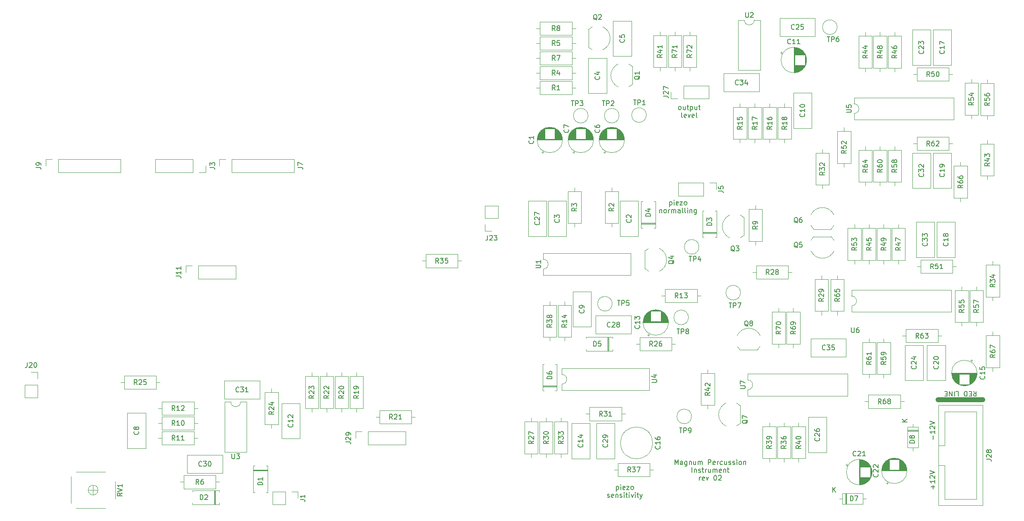
<source format=gto>
%TF.GenerationSoftware,KiCad,Pcbnew,(6.0.0-0)*%
%TF.CreationDate,2022-05-14T19:45:39+01:00*%
%TF.ProjectId,magnum-drum-synth,6d61676e-756d-42d6-9472-756d2d73796e,r01*%
%TF.SameCoordinates,Original*%
%TF.FileFunction,Legend,Top*%
%TF.FilePolarity,Positive*%
%FSLAX46Y46*%
G04 Gerber Fmt 4.6, Leading zero omitted, Abs format (unit mm)*
G04 Created by KiCad (PCBNEW (6.0.0-0)) date 2022-05-14 19:45:39*
%MOMM*%
%LPD*%
G01*
G04 APERTURE LIST*
%ADD10C,0.150000*%
%ADD11C,0.120000*%
%ADD12C,1.000000*%
G04 APERTURE END LIST*
D10*
X163615904Y-69846714D02*
X163615904Y-70846714D01*
X163615904Y-69894333D02*
X163711142Y-69846714D01*
X163901619Y-69846714D01*
X163996857Y-69894333D01*
X164044476Y-69941952D01*
X164092095Y-70037190D01*
X164092095Y-70322904D01*
X164044476Y-70418142D01*
X163996857Y-70465761D01*
X163901619Y-70513380D01*
X163711142Y-70513380D01*
X163615904Y-70465761D01*
X164520666Y-70513380D02*
X164520666Y-69846714D01*
X164520666Y-69513380D02*
X164473047Y-69561000D01*
X164520666Y-69608619D01*
X164568285Y-69561000D01*
X164520666Y-69513380D01*
X164520666Y-69608619D01*
X165377809Y-70465761D02*
X165282571Y-70513380D01*
X165092095Y-70513380D01*
X164996857Y-70465761D01*
X164949238Y-70370523D01*
X164949238Y-69989571D01*
X164996857Y-69894333D01*
X165092095Y-69846714D01*
X165282571Y-69846714D01*
X165377809Y-69894333D01*
X165425428Y-69989571D01*
X165425428Y-70084809D01*
X164949238Y-70180047D01*
X165758761Y-69846714D02*
X166282571Y-69846714D01*
X165758761Y-70513380D01*
X166282571Y-70513380D01*
X166806380Y-70513380D02*
X166711142Y-70465761D01*
X166663523Y-70418142D01*
X166615904Y-70322904D01*
X166615904Y-70037190D01*
X166663523Y-69941952D01*
X166711142Y-69894333D01*
X166806380Y-69846714D01*
X166949238Y-69846714D01*
X167044476Y-69894333D01*
X167092095Y-69941952D01*
X167139714Y-70037190D01*
X167139714Y-70322904D01*
X167092095Y-70418142D01*
X167044476Y-70465761D01*
X166949238Y-70513380D01*
X166806380Y-70513380D01*
X161592095Y-71456714D02*
X161592095Y-72123380D01*
X161592095Y-71551952D02*
X161639714Y-71504333D01*
X161734952Y-71456714D01*
X161877809Y-71456714D01*
X161973047Y-71504333D01*
X162020666Y-71599571D01*
X162020666Y-72123380D01*
X162639714Y-72123380D02*
X162544476Y-72075761D01*
X162496857Y-72028142D01*
X162449238Y-71932904D01*
X162449238Y-71647190D01*
X162496857Y-71551952D01*
X162544476Y-71504333D01*
X162639714Y-71456714D01*
X162782571Y-71456714D01*
X162877809Y-71504333D01*
X162925428Y-71551952D01*
X162973047Y-71647190D01*
X162973047Y-71932904D01*
X162925428Y-72028142D01*
X162877809Y-72075761D01*
X162782571Y-72123380D01*
X162639714Y-72123380D01*
X163401619Y-72123380D02*
X163401619Y-71456714D01*
X163401619Y-71647190D02*
X163449238Y-71551952D01*
X163496857Y-71504333D01*
X163592095Y-71456714D01*
X163687333Y-71456714D01*
X164020666Y-72123380D02*
X164020666Y-71456714D01*
X164020666Y-71551952D02*
X164068285Y-71504333D01*
X164163523Y-71456714D01*
X164306380Y-71456714D01*
X164401619Y-71504333D01*
X164449238Y-71599571D01*
X164449238Y-72123380D01*
X164449238Y-71599571D02*
X164496857Y-71504333D01*
X164592095Y-71456714D01*
X164734952Y-71456714D01*
X164830190Y-71504333D01*
X164877809Y-71599571D01*
X164877809Y-72123380D01*
X165782571Y-72123380D02*
X165782571Y-71599571D01*
X165734952Y-71504333D01*
X165639714Y-71456714D01*
X165449238Y-71456714D01*
X165354000Y-71504333D01*
X165782571Y-72075761D02*
X165687333Y-72123380D01*
X165449238Y-72123380D01*
X165354000Y-72075761D01*
X165306380Y-71980523D01*
X165306380Y-71885285D01*
X165354000Y-71790047D01*
X165449238Y-71742428D01*
X165687333Y-71742428D01*
X165782571Y-71694809D01*
X166401619Y-72123380D02*
X166306380Y-72075761D01*
X166258761Y-71980523D01*
X166258761Y-71123380D01*
X166925428Y-72123380D02*
X166830190Y-72075761D01*
X166782571Y-71980523D01*
X166782571Y-71123380D01*
X167306380Y-72123380D02*
X167306380Y-71456714D01*
X167306380Y-71123380D02*
X167258761Y-71171000D01*
X167306380Y-71218619D01*
X167354000Y-71171000D01*
X167306380Y-71123380D01*
X167306380Y-71218619D01*
X167782571Y-71456714D02*
X167782571Y-72123380D01*
X167782571Y-71551952D02*
X167830190Y-71504333D01*
X167925428Y-71456714D01*
X168068285Y-71456714D01*
X168163523Y-71504333D01*
X168211142Y-71599571D01*
X168211142Y-72123380D01*
X169115904Y-71456714D02*
X169115904Y-72266238D01*
X169068285Y-72361476D01*
X169020666Y-72409095D01*
X168925428Y-72456714D01*
X168782571Y-72456714D01*
X168687333Y-72409095D01*
X169115904Y-72075761D02*
X169020666Y-72123380D01*
X168830190Y-72123380D01*
X168734952Y-72075761D01*
X168687333Y-72028142D01*
X168639714Y-71932904D01*
X168639714Y-71647190D01*
X168687333Y-71551952D01*
X168734952Y-71504333D01*
X168830190Y-71456714D01*
X169020666Y-71456714D01*
X169115904Y-71504333D01*
X165640000Y-50955380D02*
X165544761Y-50907761D01*
X165497142Y-50860142D01*
X165449523Y-50764904D01*
X165449523Y-50479190D01*
X165497142Y-50383952D01*
X165544761Y-50336333D01*
X165640000Y-50288714D01*
X165782857Y-50288714D01*
X165878095Y-50336333D01*
X165925714Y-50383952D01*
X165973333Y-50479190D01*
X165973333Y-50764904D01*
X165925714Y-50860142D01*
X165878095Y-50907761D01*
X165782857Y-50955380D01*
X165640000Y-50955380D01*
X166830476Y-50288714D02*
X166830476Y-50955380D01*
X166401904Y-50288714D02*
X166401904Y-50812523D01*
X166449523Y-50907761D01*
X166544761Y-50955380D01*
X166687619Y-50955380D01*
X166782857Y-50907761D01*
X166830476Y-50860142D01*
X167163809Y-50288714D02*
X167544761Y-50288714D01*
X167306666Y-49955380D02*
X167306666Y-50812523D01*
X167354285Y-50907761D01*
X167449523Y-50955380D01*
X167544761Y-50955380D01*
X167878095Y-50288714D02*
X167878095Y-51288714D01*
X167878095Y-50336333D02*
X167973333Y-50288714D01*
X168163809Y-50288714D01*
X168259047Y-50336333D01*
X168306666Y-50383952D01*
X168354285Y-50479190D01*
X168354285Y-50764904D01*
X168306666Y-50860142D01*
X168259047Y-50907761D01*
X168163809Y-50955380D01*
X167973333Y-50955380D01*
X167878095Y-50907761D01*
X169211428Y-50288714D02*
X169211428Y-50955380D01*
X168782857Y-50288714D02*
X168782857Y-50812523D01*
X168830476Y-50907761D01*
X168925714Y-50955380D01*
X169068571Y-50955380D01*
X169163809Y-50907761D01*
X169211428Y-50860142D01*
X169544761Y-50288714D02*
X169925714Y-50288714D01*
X169687619Y-49955380D02*
X169687619Y-50812523D01*
X169735238Y-50907761D01*
X169830476Y-50955380D01*
X169925714Y-50955380D01*
X166259047Y-52565380D02*
X166163809Y-52517761D01*
X166116190Y-52422523D01*
X166116190Y-51565380D01*
X167020952Y-52517761D02*
X166925714Y-52565380D01*
X166735238Y-52565380D01*
X166640000Y-52517761D01*
X166592380Y-52422523D01*
X166592380Y-52041571D01*
X166640000Y-51946333D01*
X166735238Y-51898714D01*
X166925714Y-51898714D01*
X167020952Y-51946333D01*
X167068571Y-52041571D01*
X167068571Y-52136809D01*
X166592380Y-52232047D01*
X167401904Y-51898714D02*
X167640000Y-52565380D01*
X167878095Y-51898714D01*
X168640000Y-52517761D02*
X168544761Y-52565380D01*
X168354285Y-52565380D01*
X168259047Y-52517761D01*
X168211428Y-52422523D01*
X168211428Y-52041571D01*
X168259047Y-51946333D01*
X168354285Y-51898714D01*
X168544761Y-51898714D01*
X168640000Y-51946333D01*
X168687619Y-52041571D01*
X168687619Y-52136809D01*
X168211428Y-52232047D01*
X169259047Y-52565380D02*
X169163809Y-52517761D01*
X169116190Y-52422523D01*
X169116190Y-51565380D01*
X152693904Y-128266714D02*
X152693904Y-129266714D01*
X152693904Y-128314333D02*
X152789142Y-128266714D01*
X152979619Y-128266714D01*
X153074857Y-128314333D01*
X153122476Y-128361952D01*
X153170095Y-128457190D01*
X153170095Y-128742904D01*
X153122476Y-128838142D01*
X153074857Y-128885761D01*
X152979619Y-128933380D01*
X152789142Y-128933380D01*
X152693904Y-128885761D01*
X153598666Y-128933380D02*
X153598666Y-128266714D01*
X153598666Y-127933380D02*
X153551047Y-127981000D01*
X153598666Y-128028619D01*
X153646285Y-127981000D01*
X153598666Y-127933380D01*
X153598666Y-128028619D01*
X154455809Y-128885761D02*
X154360571Y-128933380D01*
X154170095Y-128933380D01*
X154074857Y-128885761D01*
X154027238Y-128790523D01*
X154027238Y-128409571D01*
X154074857Y-128314333D01*
X154170095Y-128266714D01*
X154360571Y-128266714D01*
X154455809Y-128314333D01*
X154503428Y-128409571D01*
X154503428Y-128504809D01*
X154027238Y-128600047D01*
X154836761Y-128266714D02*
X155360571Y-128266714D01*
X154836761Y-128933380D01*
X155360571Y-128933380D01*
X155884380Y-128933380D02*
X155789142Y-128885761D01*
X155741523Y-128838142D01*
X155693904Y-128742904D01*
X155693904Y-128457190D01*
X155741523Y-128361952D01*
X155789142Y-128314333D01*
X155884380Y-128266714D01*
X156027238Y-128266714D01*
X156122476Y-128314333D01*
X156170095Y-128361952D01*
X156217714Y-128457190D01*
X156217714Y-128742904D01*
X156170095Y-128838142D01*
X156122476Y-128885761D01*
X156027238Y-128933380D01*
X155884380Y-128933380D01*
X150884380Y-130495761D02*
X150979619Y-130543380D01*
X151170095Y-130543380D01*
X151265333Y-130495761D01*
X151312952Y-130400523D01*
X151312952Y-130352904D01*
X151265333Y-130257666D01*
X151170095Y-130210047D01*
X151027238Y-130210047D01*
X150932000Y-130162428D01*
X150884380Y-130067190D01*
X150884380Y-130019571D01*
X150932000Y-129924333D01*
X151027238Y-129876714D01*
X151170095Y-129876714D01*
X151265333Y-129924333D01*
X152122476Y-130495761D02*
X152027238Y-130543380D01*
X151836761Y-130543380D01*
X151741523Y-130495761D01*
X151693904Y-130400523D01*
X151693904Y-130019571D01*
X151741523Y-129924333D01*
X151836761Y-129876714D01*
X152027238Y-129876714D01*
X152122476Y-129924333D01*
X152170095Y-130019571D01*
X152170095Y-130114809D01*
X151693904Y-130210047D01*
X152598666Y-129876714D02*
X152598666Y-130543380D01*
X152598666Y-129971952D02*
X152646285Y-129924333D01*
X152741523Y-129876714D01*
X152884380Y-129876714D01*
X152979619Y-129924333D01*
X153027238Y-130019571D01*
X153027238Y-130543380D01*
X153455809Y-130495761D02*
X153551047Y-130543380D01*
X153741523Y-130543380D01*
X153836761Y-130495761D01*
X153884380Y-130400523D01*
X153884380Y-130352904D01*
X153836761Y-130257666D01*
X153741523Y-130210047D01*
X153598666Y-130210047D01*
X153503428Y-130162428D01*
X153455809Y-130067190D01*
X153455809Y-130019571D01*
X153503428Y-129924333D01*
X153598666Y-129876714D01*
X153741523Y-129876714D01*
X153836761Y-129924333D01*
X154312952Y-130543380D02*
X154312952Y-129876714D01*
X154312952Y-129543380D02*
X154265333Y-129591000D01*
X154312952Y-129638619D01*
X154360571Y-129591000D01*
X154312952Y-129543380D01*
X154312952Y-129638619D01*
X154646285Y-129876714D02*
X155027238Y-129876714D01*
X154789142Y-129543380D02*
X154789142Y-130400523D01*
X154836761Y-130495761D01*
X154932000Y-130543380D01*
X155027238Y-130543380D01*
X155360571Y-130543380D02*
X155360571Y-129876714D01*
X155360571Y-129543380D02*
X155312952Y-129591000D01*
X155360571Y-129638619D01*
X155408190Y-129591000D01*
X155360571Y-129543380D01*
X155360571Y-129638619D01*
X155741523Y-129876714D02*
X155979619Y-130543380D01*
X156217714Y-129876714D01*
X156598666Y-130543380D02*
X156598666Y-129876714D01*
X156598666Y-129543380D02*
X156551047Y-129591000D01*
X156598666Y-129638619D01*
X156646285Y-129591000D01*
X156598666Y-129543380D01*
X156598666Y-129638619D01*
X156932000Y-129876714D02*
X157312952Y-129876714D01*
X157074857Y-129543380D02*
X157074857Y-130400523D01*
X157122476Y-130495761D01*
X157217714Y-130543380D01*
X157312952Y-130543380D01*
X157551047Y-129876714D02*
X157789142Y-130543380D01*
X158027238Y-129876714D02*
X157789142Y-130543380D01*
X157693904Y-130781476D01*
X157646285Y-130829095D01*
X157551047Y-130876714D01*
X164696095Y-123810380D02*
X164696095Y-122810380D01*
X165029428Y-123524666D01*
X165362761Y-122810380D01*
X165362761Y-123810380D01*
X166267523Y-123810380D02*
X166267523Y-123286571D01*
X166219904Y-123191333D01*
X166124666Y-123143714D01*
X165934190Y-123143714D01*
X165838952Y-123191333D01*
X166267523Y-123762761D02*
X166172285Y-123810380D01*
X165934190Y-123810380D01*
X165838952Y-123762761D01*
X165791333Y-123667523D01*
X165791333Y-123572285D01*
X165838952Y-123477047D01*
X165934190Y-123429428D01*
X166172285Y-123429428D01*
X166267523Y-123381809D01*
X167172285Y-123143714D02*
X167172285Y-123953238D01*
X167124666Y-124048476D01*
X167077047Y-124096095D01*
X166981809Y-124143714D01*
X166838952Y-124143714D01*
X166743714Y-124096095D01*
X167172285Y-123762761D02*
X167077047Y-123810380D01*
X166886571Y-123810380D01*
X166791333Y-123762761D01*
X166743714Y-123715142D01*
X166696095Y-123619904D01*
X166696095Y-123334190D01*
X166743714Y-123238952D01*
X166791333Y-123191333D01*
X166886571Y-123143714D01*
X167077047Y-123143714D01*
X167172285Y-123191333D01*
X167648476Y-123143714D02*
X167648476Y-123810380D01*
X167648476Y-123238952D02*
X167696095Y-123191333D01*
X167791333Y-123143714D01*
X167934190Y-123143714D01*
X168029428Y-123191333D01*
X168077047Y-123286571D01*
X168077047Y-123810380D01*
X168981809Y-123143714D02*
X168981809Y-123810380D01*
X168553238Y-123143714D02*
X168553238Y-123667523D01*
X168600857Y-123762761D01*
X168696095Y-123810380D01*
X168838952Y-123810380D01*
X168934190Y-123762761D01*
X168981809Y-123715142D01*
X169458000Y-123810380D02*
X169458000Y-123143714D01*
X169458000Y-123238952D02*
X169505619Y-123191333D01*
X169600857Y-123143714D01*
X169743714Y-123143714D01*
X169838952Y-123191333D01*
X169886571Y-123286571D01*
X169886571Y-123810380D01*
X169886571Y-123286571D02*
X169934190Y-123191333D01*
X170029428Y-123143714D01*
X170172285Y-123143714D01*
X170267523Y-123191333D01*
X170315142Y-123286571D01*
X170315142Y-123810380D01*
X171553238Y-123810380D02*
X171553238Y-122810380D01*
X171934190Y-122810380D01*
X172029428Y-122858000D01*
X172077047Y-122905619D01*
X172124666Y-123000857D01*
X172124666Y-123143714D01*
X172077047Y-123238952D01*
X172029428Y-123286571D01*
X171934190Y-123334190D01*
X171553238Y-123334190D01*
X172934190Y-123762761D02*
X172838952Y-123810380D01*
X172648476Y-123810380D01*
X172553238Y-123762761D01*
X172505619Y-123667523D01*
X172505619Y-123286571D01*
X172553238Y-123191333D01*
X172648476Y-123143714D01*
X172838952Y-123143714D01*
X172934190Y-123191333D01*
X172981809Y-123286571D01*
X172981809Y-123381809D01*
X172505619Y-123477047D01*
X173410380Y-123810380D02*
X173410380Y-123143714D01*
X173410380Y-123334190D02*
X173458000Y-123238952D01*
X173505619Y-123191333D01*
X173600857Y-123143714D01*
X173696095Y-123143714D01*
X174458000Y-123762761D02*
X174362761Y-123810380D01*
X174172285Y-123810380D01*
X174077047Y-123762761D01*
X174029428Y-123715142D01*
X173981809Y-123619904D01*
X173981809Y-123334190D01*
X174029428Y-123238952D01*
X174077047Y-123191333D01*
X174172285Y-123143714D01*
X174362761Y-123143714D01*
X174458000Y-123191333D01*
X175315142Y-123143714D02*
X175315142Y-123810380D01*
X174886571Y-123143714D02*
X174886571Y-123667523D01*
X174934190Y-123762761D01*
X175029428Y-123810380D01*
X175172285Y-123810380D01*
X175267523Y-123762761D01*
X175315142Y-123715142D01*
X175743714Y-123762761D02*
X175838952Y-123810380D01*
X176029428Y-123810380D01*
X176124666Y-123762761D01*
X176172285Y-123667523D01*
X176172285Y-123619904D01*
X176124666Y-123524666D01*
X176029428Y-123477047D01*
X175886571Y-123477047D01*
X175791333Y-123429428D01*
X175743714Y-123334190D01*
X175743714Y-123286571D01*
X175791333Y-123191333D01*
X175886571Y-123143714D01*
X176029428Y-123143714D01*
X176124666Y-123191333D01*
X176553238Y-123762761D02*
X176648476Y-123810380D01*
X176838952Y-123810380D01*
X176934190Y-123762761D01*
X176981809Y-123667523D01*
X176981809Y-123619904D01*
X176934190Y-123524666D01*
X176838952Y-123477047D01*
X176696095Y-123477047D01*
X176600857Y-123429428D01*
X176553238Y-123334190D01*
X176553238Y-123286571D01*
X176600857Y-123191333D01*
X176696095Y-123143714D01*
X176838952Y-123143714D01*
X176934190Y-123191333D01*
X177410380Y-123810380D02*
X177410380Y-123143714D01*
X177410380Y-122810380D02*
X177362761Y-122858000D01*
X177410380Y-122905619D01*
X177458000Y-122858000D01*
X177410380Y-122810380D01*
X177410380Y-122905619D01*
X178029428Y-123810380D02*
X177934190Y-123762761D01*
X177886571Y-123715142D01*
X177838952Y-123619904D01*
X177838952Y-123334190D01*
X177886571Y-123238952D01*
X177934190Y-123191333D01*
X178029428Y-123143714D01*
X178172285Y-123143714D01*
X178267523Y-123191333D01*
X178315142Y-123238952D01*
X178362761Y-123334190D01*
X178362761Y-123619904D01*
X178315142Y-123715142D01*
X178267523Y-123762761D01*
X178172285Y-123810380D01*
X178029428Y-123810380D01*
X178791333Y-123143714D02*
X178791333Y-123810380D01*
X178791333Y-123238952D02*
X178838952Y-123191333D01*
X178934190Y-123143714D01*
X179077047Y-123143714D01*
X179172285Y-123191333D01*
X179219904Y-123286571D01*
X179219904Y-123810380D01*
X168219904Y-125420380D02*
X168219904Y-124420380D01*
X168696095Y-124753714D02*
X168696095Y-125420380D01*
X168696095Y-124848952D02*
X168743714Y-124801333D01*
X168838952Y-124753714D01*
X168981809Y-124753714D01*
X169077047Y-124801333D01*
X169124666Y-124896571D01*
X169124666Y-125420380D01*
X169553238Y-125372761D02*
X169648476Y-125420380D01*
X169838952Y-125420380D01*
X169934190Y-125372761D01*
X169981809Y-125277523D01*
X169981809Y-125229904D01*
X169934190Y-125134666D01*
X169838952Y-125087047D01*
X169696095Y-125087047D01*
X169600857Y-125039428D01*
X169553238Y-124944190D01*
X169553238Y-124896571D01*
X169600857Y-124801333D01*
X169696095Y-124753714D01*
X169838952Y-124753714D01*
X169934190Y-124801333D01*
X170267523Y-124753714D02*
X170648476Y-124753714D01*
X170410380Y-124420380D02*
X170410380Y-125277523D01*
X170458000Y-125372761D01*
X170553238Y-125420380D01*
X170648476Y-125420380D01*
X170981809Y-125420380D02*
X170981809Y-124753714D01*
X170981809Y-124944190D02*
X171029428Y-124848952D01*
X171077047Y-124801333D01*
X171172285Y-124753714D01*
X171267523Y-124753714D01*
X172029428Y-124753714D02*
X172029428Y-125420380D01*
X171600857Y-124753714D02*
X171600857Y-125277523D01*
X171648476Y-125372761D01*
X171743714Y-125420380D01*
X171886571Y-125420380D01*
X171981809Y-125372761D01*
X172029428Y-125325142D01*
X172505619Y-125420380D02*
X172505619Y-124753714D01*
X172505619Y-124848952D02*
X172553238Y-124801333D01*
X172648476Y-124753714D01*
X172791333Y-124753714D01*
X172886571Y-124801333D01*
X172934190Y-124896571D01*
X172934190Y-125420380D01*
X172934190Y-124896571D02*
X172981809Y-124801333D01*
X173077047Y-124753714D01*
X173219904Y-124753714D01*
X173315142Y-124801333D01*
X173362761Y-124896571D01*
X173362761Y-125420380D01*
X174219904Y-125372761D02*
X174124666Y-125420380D01*
X173934190Y-125420380D01*
X173838952Y-125372761D01*
X173791333Y-125277523D01*
X173791333Y-124896571D01*
X173838952Y-124801333D01*
X173934190Y-124753714D01*
X174124666Y-124753714D01*
X174219904Y-124801333D01*
X174267523Y-124896571D01*
X174267523Y-124991809D01*
X173791333Y-125087047D01*
X174696095Y-124753714D02*
X174696095Y-125420380D01*
X174696095Y-124848952D02*
X174743714Y-124801333D01*
X174838952Y-124753714D01*
X174981809Y-124753714D01*
X175077047Y-124801333D01*
X175124666Y-124896571D01*
X175124666Y-125420380D01*
X175458000Y-124753714D02*
X175838952Y-124753714D01*
X175600857Y-124420380D02*
X175600857Y-125277523D01*
X175648476Y-125372761D01*
X175743714Y-125420380D01*
X175838952Y-125420380D01*
X169743714Y-127030380D02*
X169743714Y-126363714D01*
X169743714Y-126554190D02*
X169791333Y-126458952D01*
X169838952Y-126411333D01*
X169934190Y-126363714D01*
X170029428Y-126363714D01*
X170743714Y-126982761D02*
X170648476Y-127030380D01*
X170458000Y-127030380D01*
X170362761Y-126982761D01*
X170315142Y-126887523D01*
X170315142Y-126506571D01*
X170362761Y-126411333D01*
X170458000Y-126363714D01*
X170648476Y-126363714D01*
X170743714Y-126411333D01*
X170791333Y-126506571D01*
X170791333Y-126601809D01*
X170315142Y-126697047D01*
X171124666Y-126363714D02*
X171362761Y-127030380D01*
X171600857Y-126363714D01*
X172934190Y-126030380D02*
X173029428Y-126030380D01*
X173124666Y-126078000D01*
X173172285Y-126125619D01*
X173219904Y-126220857D01*
X173267523Y-126411333D01*
X173267523Y-126649428D01*
X173219904Y-126839904D01*
X173172285Y-126935142D01*
X173124666Y-126982761D01*
X173029428Y-127030380D01*
X172934190Y-127030380D01*
X172838952Y-126982761D01*
X172791333Y-126935142D01*
X172743714Y-126839904D01*
X172696095Y-126649428D01*
X172696095Y-126411333D01*
X172743714Y-126220857D01*
X172791333Y-126125619D01*
X172838952Y-126078000D01*
X172934190Y-126030380D01*
X173648476Y-126125619D02*
X173696095Y-126078000D01*
X173791333Y-126030380D01*
X174029428Y-126030380D01*
X174124666Y-126078000D01*
X174172285Y-126125619D01*
X174219904Y-126220857D01*
X174219904Y-126316095D01*
X174172285Y-126458952D01*
X173600857Y-127030380D01*
X174219904Y-127030380D01*
%TO.C,R3*%
X144597380Y-71159666D02*
X144121190Y-71493000D01*
X144597380Y-71731095D02*
X143597380Y-71731095D01*
X143597380Y-71350142D01*
X143645000Y-71254904D01*
X143692619Y-71207285D01*
X143787857Y-71159666D01*
X143930714Y-71159666D01*
X144025952Y-71207285D01*
X144073571Y-71254904D01*
X144121190Y-71350142D01*
X144121190Y-71731095D01*
X143597380Y-70826333D02*
X143597380Y-70207285D01*
X143978333Y-70540619D01*
X143978333Y-70397761D01*
X144025952Y-70302523D01*
X144073571Y-70254904D01*
X144168809Y-70207285D01*
X144406904Y-70207285D01*
X144502142Y-70254904D01*
X144549761Y-70302523D01*
X144597380Y-70397761D01*
X144597380Y-70683476D01*
X144549761Y-70778714D01*
X144502142Y-70826333D01*
%TO.C,R20*%
X96845380Y-109608857D02*
X96369190Y-109942190D01*
X96845380Y-110180285D02*
X95845380Y-110180285D01*
X95845380Y-109799333D01*
X95893000Y-109704095D01*
X95940619Y-109656476D01*
X96035857Y-109608857D01*
X96178714Y-109608857D01*
X96273952Y-109656476D01*
X96321571Y-109704095D01*
X96369190Y-109799333D01*
X96369190Y-110180285D01*
X95940619Y-109227904D02*
X95893000Y-109180285D01*
X95845380Y-109085047D01*
X95845380Y-108846952D01*
X95893000Y-108751714D01*
X95940619Y-108704095D01*
X96035857Y-108656476D01*
X96131095Y-108656476D01*
X96273952Y-108704095D01*
X96845380Y-109275523D01*
X96845380Y-108656476D01*
X95845380Y-108037428D02*
X95845380Y-107942190D01*
X95893000Y-107846952D01*
X95940619Y-107799333D01*
X96035857Y-107751714D01*
X96226333Y-107704095D01*
X96464428Y-107704095D01*
X96654904Y-107751714D01*
X96750142Y-107799333D01*
X96797761Y-107846952D01*
X96845380Y-107942190D01*
X96845380Y-108037428D01*
X96797761Y-108132666D01*
X96750142Y-108180285D01*
X96654904Y-108227904D01*
X96464428Y-108275523D01*
X96226333Y-108275523D01*
X96035857Y-108227904D01*
X95940619Y-108180285D01*
X95893000Y-108132666D01*
X95845380Y-108037428D01*
%TO.C,TP4*%
X167586095Y-81073380D02*
X168157523Y-81073380D01*
X167871809Y-82073380D02*
X167871809Y-81073380D01*
X168490857Y-82073380D02*
X168490857Y-81073380D01*
X168871809Y-81073380D01*
X168967047Y-81121000D01*
X169014666Y-81168619D01*
X169062285Y-81263857D01*
X169062285Y-81406714D01*
X169014666Y-81501952D01*
X168967047Y-81549571D01*
X168871809Y-81597190D01*
X168490857Y-81597190D01*
X169919428Y-81406714D02*
X169919428Y-82073380D01*
X169681333Y-81025761D02*
X169443238Y-81740047D01*
X170062285Y-81740047D01*
%TO.C,R72*%
X168219380Y-39631857D02*
X167743190Y-39965190D01*
X168219380Y-40203285D02*
X167219380Y-40203285D01*
X167219380Y-39822333D01*
X167267000Y-39727095D01*
X167314619Y-39679476D01*
X167409857Y-39631857D01*
X167552714Y-39631857D01*
X167647952Y-39679476D01*
X167695571Y-39727095D01*
X167743190Y-39822333D01*
X167743190Y-40203285D01*
X167219380Y-39298523D02*
X167219380Y-38631857D01*
X168219380Y-39060428D01*
X167314619Y-38298523D02*
X167267000Y-38250904D01*
X167219380Y-38155666D01*
X167219380Y-37917571D01*
X167267000Y-37822333D01*
X167314619Y-37774714D01*
X167409857Y-37727095D01*
X167505095Y-37727095D01*
X167647952Y-37774714D01*
X168219380Y-38346142D01*
X168219380Y-37727095D01*
%TO.C,R4*%
X140168333Y-43886380D02*
X139835000Y-43410190D01*
X139596904Y-43886380D02*
X139596904Y-42886380D01*
X139977857Y-42886380D01*
X140073095Y-42934000D01*
X140120714Y-42981619D01*
X140168333Y-43076857D01*
X140168333Y-43219714D01*
X140120714Y-43314952D01*
X140073095Y-43362571D01*
X139977857Y-43410190D01*
X139596904Y-43410190D01*
X141025476Y-43219714D02*
X141025476Y-43886380D01*
X140787380Y-42838761D02*
X140549285Y-43553047D01*
X141168333Y-43553047D01*
%TO.C,R50*%
X216943142Y-44148380D02*
X216609809Y-43672190D01*
X216371714Y-44148380D02*
X216371714Y-43148380D01*
X216752666Y-43148380D01*
X216847904Y-43196000D01*
X216895523Y-43243619D01*
X216943142Y-43338857D01*
X216943142Y-43481714D01*
X216895523Y-43576952D01*
X216847904Y-43624571D01*
X216752666Y-43672190D01*
X216371714Y-43672190D01*
X217847904Y-43148380D02*
X217371714Y-43148380D01*
X217324095Y-43624571D01*
X217371714Y-43576952D01*
X217466952Y-43529333D01*
X217705047Y-43529333D01*
X217800285Y-43576952D01*
X217847904Y-43624571D01*
X217895523Y-43719809D01*
X217895523Y-43957904D01*
X217847904Y-44053142D01*
X217800285Y-44100761D01*
X217705047Y-44148380D01*
X217466952Y-44148380D01*
X217371714Y-44100761D01*
X217324095Y-44053142D01*
X218514571Y-43148380D02*
X218609809Y-43148380D01*
X218705047Y-43196000D01*
X218752666Y-43243619D01*
X218800285Y-43338857D01*
X218847904Y-43529333D01*
X218847904Y-43767428D01*
X218800285Y-43957904D01*
X218752666Y-44053142D01*
X218705047Y-44100761D01*
X218609809Y-44148380D01*
X218514571Y-44148380D01*
X218419333Y-44100761D01*
X218371714Y-44053142D01*
X218324095Y-43957904D01*
X218276476Y-43767428D01*
X218276476Y-43529333D01*
X218324095Y-43338857D01*
X218371714Y-43243619D01*
X218419333Y-43196000D01*
X218514571Y-43148380D01*
%TO.C,Q4*%
X164529619Y-81883238D02*
X164482000Y-81978476D01*
X164386761Y-82073714D01*
X164243904Y-82216571D01*
X164196285Y-82311809D01*
X164196285Y-82407047D01*
X164434380Y-82359428D02*
X164386761Y-82454666D01*
X164291523Y-82549904D01*
X164101047Y-82597523D01*
X163767714Y-82597523D01*
X163577238Y-82549904D01*
X163482000Y-82454666D01*
X163434380Y-82359428D01*
X163434380Y-82168952D01*
X163482000Y-82073714D01*
X163577238Y-81978476D01*
X163767714Y-81930857D01*
X164101047Y-81930857D01*
X164291523Y-81978476D01*
X164386761Y-82073714D01*
X164434380Y-82168952D01*
X164434380Y-82359428D01*
X163767714Y-81073714D02*
X164434380Y-81073714D01*
X163386761Y-81311809D02*
X164101047Y-81549904D01*
X164101047Y-80930857D01*
%TO.C,J7*%
X87452380Y-62817333D02*
X88166666Y-62817333D01*
X88309523Y-62864952D01*
X88404761Y-62960190D01*
X88452380Y-63103047D01*
X88452380Y-63198285D01*
X87452380Y-62436380D02*
X87452380Y-61769714D01*
X88452380Y-62198285D01*
%TO.C,C9*%
X146026142Y-92074666D02*
X146073761Y-92122285D01*
X146121380Y-92265142D01*
X146121380Y-92360380D01*
X146073761Y-92503238D01*
X145978523Y-92598476D01*
X145883285Y-92646095D01*
X145692809Y-92693714D01*
X145549952Y-92693714D01*
X145359476Y-92646095D01*
X145264238Y-92598476D01*
X145169000Y-92503238D01*
X145121380Y-92360380D01*
X145121380Y-92265142D01*
X145169000Y-92122285D01*
X145216619Y-92074666D01*
X146121380Y-91598476D02*
X146121380Y-91408000D01*
X146073761Y-91312761D01*
X146026142Y-91265142D01*
X145883285Y-91169904D01*
X145692809Y-91122285D01*
X145311857Y-91122285D01*
X145216619Y-91169904D01*
X145169000Y-91217523D01*
X145121380Y-91312761D01*
X145121380Y-91503238D01*
X145169000Y-91598476D01*
X145216619Y-91646095D01*
X145311857Y-91693714D01*
X145549952Y-91693714D01*
X145645190Y-91646095D01*
X145692809Y-91598476D01*
X145740428Y-91503238D01*
X145740428Y-91312761D01*
X145692809Y-91217523D01*
X145645190Y-91169904D01*
X145549952Y-91122285D01*
%TO.C,R68*%
X207002142Y-111323380D02*
X206668809Y-110847190D01*
X206430714Y-111323380D02*
X206430714Y-110323380D01*
X206811666Y-110323380D01*
X206906904Y-110371000D01*
X206954523Y-110418619D01*
X207002142Y-110513857D01*
X207002142Y-110656714D01*
X206954523Y-110751952D01*
X206906904Y-110799571D01*
X206811666Y-110847190D01*
X206430714Y-110847190D01*
X207859285Y-110323380D02*
X207668809Y-110323380D01*
X207573571Y-110371000D01*
X207525952Y-110418619D01*
X207430714Y-110561476D01*
X207383095Y-110751952D01*
X207383095Y-111132904D01*
X207430714Y-111228142D01*
X207478333Y-111275761D01*
X207573571Y-111323380D01*
X207764047Y-111323380D01*
X207859285Y-111275761D01*
X207906904Y-111228142D01*
X207954523Y-111132904D01*
X207954523Y-110894809D01*
X207906904Y-110799571D01*
X207859285Y-110751952D01*
X207764047Y-110704333D01*
X207573571Y-110704333D01*
X207478333Y-110751952D01*
X207430714Y-110799571D01*
X207383095Y-110894809D01*
X208525952Y-110751952D02*
X208430714Y-110704333D01*
X208383095Y-110656714D01*
X208335476Y-110561476D01*
X208335476Y-110513857D01*
X208383095Y-110418619D01*
X208430714Y-110371000D01*
X208525952Y-110323380D01*
X208716428Y-110323380D01*
X208811666Y-110371000D01*
X208859285Y-110418619D01*
X208906904Y-110513857D01*
X208906904Y-110561476D01*
X208859285Y-110656714D01*
X208811666Y-110704333D01*
X208716428Y-110751952D01*
X208525952Y-110751952D01*
X208430714Y-110799571D01*
X208383095Y-110847190D01*
X208335476Y-110942428D01*
X208335476Y-111132904D01*
X208383095Y-111228142D01*
X208430714Y-111275761D01*
X208525952Y-111323380D01*
X208716428Y-111323380D01*
X208811666Y-111275761D01*
X208859285Y-111228142D01*
X208906904Y-111132904D01*
X208906904Y-110942428D01*
X208859285Y-110847190D01*
X208811666Y-110799571D01*
X208716428Y-110751952D01*
%TO.C,C6*%
X149201142Y-55030666D02*
X149248761Y-55078285D01*
X149296380Y-55221142D01*
X149296380Y-55316380D01*
X149248761Y-55459238D01*
X149153523Y-55554476D01*
X149058285Y-55602095D01*
X148867809Y-55649714D01*
X148724952Y-55649714D01*
X148534476Y-55602095D01*
X148439238Y-55554476D01*
X148344000Y-55459238D01*
X148296380Y-55316380D01*
X148296380Y-55221142D01*
X148344000Y-55078285D01*
X148391619Y-55030666D01*
X148296380Y-54173523D02*
X148296380Y-54364000D01*
X148344000Y-54459238D01*
X148391619Y-54506857D01*
X148534476Y-54602095D01*
X148724952Y-54649714D01*
X149105904Y-54649714D01*
X149201142Y-54602095D01*
X149248761Y-54554476D01*
X149296380Y-54459238D01*
X149296380Y-54268761D01*
X149248761Y-54173523D01*
X149201142Y-54125904D01*
X149105904Y-54078285D01*
X148867809Y-54078285D01*
X148772571Y-54125904D01*
X148724952Y-54173523D01*
X148677333Y-54268761D01*
X148677333Y-54459238D01*
X148724952Y-54554476D01*
X148772571Y-54602095D01*
X148867809Y-54649714D01*
%TO.C,R30*%
X138780780Y-118930657D02*
X138304590Y-119263990D01*
X138780780Y-119502085D02*
X137780780Y-119502085D01*
X137780780Y-119121133D01*
X137828400Y-119025895D01*
X137876019Y-118978276D01*
X137971257Y-118930657D01*
X138114114Y-118930657D01*
X138209352Y-118978276D01*
X138256971Y-119025895D01*
X138304590Y-119121133D01*
X138304590Y-119502085D01*
X137780780Y-118597323D02*
X137780780Y-117978276D01*
X138161733Y-118311609D01*
X138161733Y-118168752D01*
X138209352Y-118073514D01*
X138256971Y-118025895D01*
X138352209Y-117978276D01*
X138590304Y-117978276D01*
X138685542Y-118025895D01*
X138733161Y-118073514D01*
X138780780Y-118168752D01*
X138780780Y-118454466D01*
X138733161Y-118549704D01*
X138685542Y-118597323D01*
X137780780Y-117359228D02*
X137780780Y-117263990D01*
X137828400Y-117168752D01*
X137876019Y-117121133D01*
X137971257Y-117073514D01*
X138161733Y-117025895D01*
X138399828Y-117025895D01*
X138590304Y-117073514D01*
X138685542Y-117121133D01*
X138733161Y-117168752D01*
X138780780Y-117263990D01*
X138780780Y-117359228D01*
X138733161Y-117454466D01*
X138685542Y-117502085D01*
X138590304Y-117549704D01*
X138399828Y-117597323D01*
X138161733Y-117597323D01*
X137971257Y-117549704D01*
X137876019Y-117502085D01*
X137828400Y-117454466D01*
X137780780Y-117359228D01*
%TO.C,Q2*%
X148748761Y-32551619D02*
X148653523Y-32504000D01*
X148558285Y-32408761D01*
X148415428Y-32265904D01*
X148320190Y-32218285D01*
X148224952Y-32218285D01*
X148272571Y-32456380D02*
X148177333Y-32408761D01*
X148082095Y-32313523D01*
X148034476Y-32123047D01*
X148034476Y-31789714D01*
X148082095Y-31599238D01*
X148177333Y-31504000D01*
X148272571Y-31456380D01*
X148463047Y-31456380D01*
X148558285Y-31504000D01*
X148653523Y-31599238D01*
X148701142Y-31789714D01*
X148701142Y-32123047D01*
X148653523Y-32313523D01*
X148558285Y-32408761D01*
X148463047Y-32456380D01*
X148272571Y-32456380D01*
X149082095Y-31551619D02*
X149129714Y-31504000D01*
X149224952Y-31456380D01*
X149463047Y-31456380D01*
X149558285Y-31504000D01*
X149605904Y-31551619D01*
X149653523Y-31646857D01*
X149653523Y-31742095D01*
X149605904Y-31884952D01*
X149034476Y-32456380D01*
X149653523Y-32456380D01*
%TO.C,R66*%
X223718380Y-66428857D02*
X223242190Y-66762190D01*
X223718380Y-67000285D02*
X222718380Y-67000285D01*
X222718380Y-66619333D01*
X222766000Y-66524095D01*
X222813619Y-66476476D01*
X222908857Y-66428857D01*
X223051714Y-66428857D01*
X223146952Y-66476476D01*
X223194571Y-66524095D01*
X223242190Y-66619333D01*
X223242190Y-67000285D01*
X222718380Y-65571714D02*
X222718380Y-65762190D01*
X222766000Y-65857428D01*
X222813619Y-65905047D01*
X222956476Y-66000285D01*
X223146952Y-66047904D01*
X223527904Y-66047904D01*
X223623142Y-66000285D01*
X223670761Y-65952666D01*
X223718380Y-65857428D01*
X223718380Y-65666952D01*
X223670761Y-65571714D01*
X223623142Y-65524095D01*
X223527904Y-65476476D01*
X223289809Y-65476476D01*
X223194571Y-65524095D01*
X223146952Y-65571714D01*
X223099333Y-65666952D01*
X223099333Y-65857428D01*
X223146952Y-65952666D01*
X223194571Y-66000285D01*
X223289809Y-66047904D01*
X222718380Y-64619333D02*
X222718380Y-64809809D01*
X222766000Y-64905047D01*
X222813619Y-64952666D01*
X222956476Y-65047904D01*
X223146952Y-65095523D01*
X223527904Y-65095523D01*
X223623142Y-65047904D01*
X223670761Y-65000285D01*
X223718380Y-64905047D01*
X223718380Y-64714571D01*
X223670761Y-64619333D01*
X223623142Y-64571714D01*
X223527904Y-64524095D01*
X223289809Y-64524095D01*
X223194571Y-64571714D01*
X223146952Y-64619333D01*
X223099333Y-64714571D01*
X223099333Y-64905047D01*
X223146952Y-65000285D01*
X223194571Y-65047904D01*
X223289809Y-65095523D01*
%TO.C,R33*%
X141828780Y-118930657D02*
X141352590Y-119263990D01*
X141828780Y-119502085D02*
X140828780Y-119502085D01*
X140828780Y-119121133D01*
X140876400Y-119025895D01*
X140924019Y-118978276D01*
X141019257Y-118930657D01*
X141162114Y-118930657D01*
X141257352Y-118978276D01*
X141304971Y-119025895D01*
X141352590Y-119121133D01*
X141352590Y-119502085D01*
X140828780Y-118597323D02*
X140828780Y-117978276D01*
X141209733Y-118311609D01*
X141209733Y-118168752D01*
X141257352Y-118073514D01*
X141304971Y-118025895D01*
X141400209Y-117978276D01*
X141638304Y-117978276D01*
X141733542Y-118025895D01*
X141781161Y-118073514D01*
X141828780Y-118168752D01*
X141828780Y-118454466D01*
X141781161Y-118549704D01*
X141733542Y-118597323D01*
X140828780Y-117644942D02*
X140828780Y-117025895D01*
X141209733Y-117359228D01*
X141209733Y-117216371D01*
X141257352Y-117121133D01*
X141304971Y-117073514D01*
X141400209Y-117025895D01*
X141638304Y-117025895D01*
X141733542Y-117073514D01*
X141781161Y-117121133D01*
X141828780Y-117216371D01*
X141828780Y-117502085D01*
X141781161Y-117597323D01*
X141733542Y-117644942D01*
%TO.C,R23*%
X90749380Y-109608857D02*
X90273190Y-109942190D01*
X90749380Y-110180285D02*
X89749380Y-110180285D01*
X89749380Y-109799333D01*
X89797000Y-109704095D01*
X89844619Y-109656476D01*
X89939857Y-109608857D01*
X90082714Y-109608857D01*
X90177952Y-109656476D01*
X90225571Y-109704095D01*
X90273190Y-109799333D01*
X90273190Y-110180285D01*
X89844619Y-109227904D02*
X89797000Y-109180285D01*
X89749380Y-109085047D01*
X89749380Y-108846952D01*
X89797000Y-108751714D01*
X89844619Y-108704095D01*
X89939857Y-108656476D01*
X90035095Y-108656476D01*
X90177952Y-108704095D01*
X90749380Y-109275523D01*
X90749380Y-108656476D01*
X89749380Y-108323142D02*
X89749380Y-107704095D01*
X90130333Y-108037428D01*
X90130333Y-107894571D01*
X90177952Y-107799333D01*
X90225571Y-107751714D01*
X90320809Y-107704095D01*
X90558904Y-107704095D01*
X90654142Y-107751714D01*
X90701761Y-107799333D01*
X90749380Y-107894571D01*
X90749380Y-108180285D01*
X90701761Y-108275523D01*
X90654142Y-108323142D01*
%TO.C,R61*%
X204970380Y-102623857D02*
X204494190Y-102957190D01*
X204970380Y-103195285D02*
X203970380Y-103195285D01*
X203970380Y-102814333D01*
X204018000Y-102719095D01*
X204065619Y-102671476D01*
X204160857Y-102623857D01*
X204303714Y-102623857D01*
X204398952Y-102671476D01*
X204446571Y-102719095D01*
X204494190Y-102814333D01*
X204494190Y-103195285D01*
X203970380Y-101766714D02*
X203970380Y-101957190D01*
X204018000Y-102052428D01*
X204065619Y-102100047D01*
X204208476Y-102195285D01*
X204398952Y-102242904D01*
X204779904Y-102242904D01*
X204875142Y-102195285D01*
X204922761Y-102147666D01*
X204970380Y-102052428D01*
X204970380Y-101861952D01*
X204922761Y-101766714D01*
X204875142Y-101719095D01*
X204779904Y-101671476D01*
X204541809Y-101671476D01*
X204446571Y-101719095D01*
X204398952Y-101766714D01*
X204351333Y-101861952D01*
X204351333Y-102052428D01*
X204398952Y-102147666D01*
X204446571Y-102195285D01*
X204541809Y-102242904D01*
X204970380Y-100719095D02*
X204970380Y-101290523D01*
X204970380Y-101004809D02*
X203970380Y-101004809D01*
X204113238Y-101100047D01*
X204208476Y-101195285D01*
X204256095Y-101290523D01*
%TO.C,R67*%
X230322380Y-101226857D02*
X229846190Y-101560190D01*
X230322380Y-101798285D02*
X229322380Y-101798285D01*
X229322380Y-101417333D01*
X229370000Y-101322095D01*
X229417619Y-101274476D01*
X229512857Y-101226857D01*
X229655714Y-101226857D01*
X229750952Y-101274476D01*
X229798571Y-101322095D01*
X229846190Y-101417333D01*
X229846190Y-101798285D01*
X229322380Y-100369714D02*
X229322380Y-100560190D01*
X229370000Y-100655428D01*
X229417619Y-100703047D01*
X229560476Y-100798285D01*
X229750952Y-100845904D01*
X230131904Y-100845904D01*
X230227142Y-100798285D01*
X230274761Y-100750666D01*
X230322380Y-100655428D01*
X230322380Y-100464952D01*
X230274761Y-100369714D01*
X230227142Y-100322095D01*
X230131904Y-100274476D01*
X229893809Y-100274476D01*
X229798571Y-100322095D01*
X229750952Y-100369714D01*
X229703333Y-100464952D01*
X229703333Y-100655428D01*
X229750952Y-100750666D01*
X229798571Y-100798285D01*
X229893809Y-100845904D01*
X229322380Y-99941142D02*
X229322380Y-99274476D01*
X230322380Y-99703047D01*
%TO.C,R1*%
X140168333Y-46934380D02*
X139835000Y-46458190D01*
X139596904Y-46934380D02*
X139596904Y-45934380D01*
X139977857Y-45934380D01*
X140073095Y-45982000D01*
X140120714Y-46029619D01*
X140168333Y-46124857D01*
X140168333Y-46267714D01*
X140120714Y-46362952D01*
X140073095Y-46410571D01*
X139977857Y-46458190D01*
X139596904Y-46458190D01*
X141120714Y-46934380D02*
X140549285Y-46934380D01*
X140835000Y-46934380D02*
X140835000Y-45934380D01*
X140739761Y-46077238D01*
X140644523Y-46172476D01*
X140549285Y-46220095D01*
%TO.C,R5*%
X140168333Y-37790380D02*
X139835000Y-37314190D01*
X139596904Y-37790380D02*
X139596904Y-36790380D01*
X139977857Y-36790380D01*
X140073095Y-36838000D01*
X140120714Y-36885619D01*
X140168333Y-36980857D01*
X140168333Y-37123714D01*
X140120714Y-37218952D01*
X140073095Y-37266571D01*
X139977857Y-37314190D01*
X139596904Y-37314190D01*
X141073095Y-36790380D02*
X140596904Y-36790380D01*
X140549285Y-37266571D01*
X140596904Y-37218952D01*
X140692142Y-37171333D01*
X140930238Y-37171333D01*
X141025476Y-37218952D01*
X141073095Y-37266571D01*
X141120714Y-37361809D01*
X141120714Y-37599904D01*
X141073095Y-37695142D01*
X141025476Y-37742761D01*
X140930238Y-37790380D01*
X140692142Y-37790380D01*
X140596904Y-37742761D01*
X140549285Y-37695142D01*
%TO.C,R14*%
X142565380Y-95003857D02*
X142089190Y-95337190D01*
X142565380Y-95575285D02*
X141565380Y-95575285D01*
X141565380Y-95194333D01*
X141613000Y-95099095D01*
X141660619Y-95051476D01*
X141755857Y-95003857D01*
X141898714Y-95003857D01*
X141993952Y-95051476D01*
X142041571Y-95099095D01*
X142089190Y-95194333D01*
X142089190Y-95575285D01*
X142565380Y-94051476D02*
X142565380Y-94622904D01*
X142565380Y-94337190D02*
X141565380Y-94337190D01*
X141708238Y-94432428D01*
X141803476Y-94527666D01*
X141851095Y-94622904D01*
X141898714Y-93194333D02*
X142565380Y-93194333D01*
X141517761Y-93432428D02*
X142232047Y-93670523D01*
X142232047Y-93051476D01*
%TO.C,R41*%
X162123380Y-39631857D02*
X161647190Y-39965190D01*
X162123380Y-40203285D02*
X161123380Y-40203285D01*
X161123380Y-39822333D01*
X161171000Y-39727095D01*
X161218619Y-39679476D01*
X161313857Y-39631857D01*
X161456714Y-39631857D01*
X161551952Y-39679476D01*
X161599571Y-39727095D01*
X161647190Y-39822333D01*
X161647190Y-40203285D01*
X161456714Y-38774714D02*
X162123380Y-38774714D01*
X161075761Y-39012809D02*
X161790047Y-39250904D01*
X161790047Y-38631857D01*
X162123380Y-37727095D02*
X162123380Y-38298523D01*
X162123380Y-38012809D02*
X161123380Y-38012809D01*
X161266238Y-38108047D01*
X161361476Y-38203285D01*
X161409095Y-38298523D01*
%TO.C,R29*%
X195220380Y-89703857D02*
X194744190Y-90037190D01*
X195220380Y-90275285D02*
X194220380Y-90275285D01*
X194220380Y-89894333D01*
X194268000Y-89799095D01*
X194315619Y-89751476D01*
X194410857Y-89703857D01*
X194553714Y-89703857D01*
X194648952Y-89751476D01*
X194696571Y-89799095D01*
X194744190Y-89894333D01*
X194744190Y-90275285D01*
X194315619Y-89322904D02*
X194268000Y-89275285D01*
X194220380Y-89180047D01*
X194220380Y-88941952D01*
X194268000Y-88846714D01*
X194315619Y-88799095D01*
X194410857Y-88751476D01*
X194506095Y-88751476D01*
X194648952Y-88799095D01*
X195220380Y-89370523D01*
X195220380Y-88751476D01*
X195220380Y-88275285D02*
X195220380Y-88084809D01*
X195172761Y-87989571D01*
X195125142Y-87941952D01*
X194982285Y-87846714D01*
X194791809Y-87799095D01*
X194410857Y-87799095D01*
X194315619Y-87846714D01*
X194268000Y-87894333D01*
X194220380Y-87989571D01*
X194220380Y-88180047D01*
X194268000Y-88275285D01*
X194315619Y-88322904D01*
X194410857Y-88370523D01*
X194648952Y-88370523D01*
X194744190Y-88322904D01*
X194791809Y-88275285D01*
X194839428Y-88180047D01*
X194839428Y-87989571D01*
X194791809Y-87894333D01*
X194744190Y-87846714D01*
X194648952Y-87799095D01*
%TO.C,C20*%
X218625142Y-103543857D02*
X218672761Y-103591476D01*
X218720380Y-103734333D01*
X218720380Y-103829571D01*
X218672761Y-103972428D01*
X218577523Y-104067666D01*
X218482285Y-104115285D01*
X218291809Y-104162904D01*
X218148952Y-104162904D01*
X217958476Y-104115285D01*
X217863238Y-104067666D01*
X217768000Y-103972428D01*
X217720380Y-103829571D01*
X217720380Y-103734333D01*
X217768000Y-103591476D01*
X217815619Y-103543857D01*
X217815619Y-103162904D02*
X217768000Y-103115285D01*
X217720380Y-103020047D01*
X217720380Y-102781952D01*
X217768000Y-102686714D01*
X217815619Y-102639095D01*
X217910857Y-102591476D01*
X218006095Y-102591476D01*
X218148952Y-102639095D01*
X218720380Y-103210523D01*
X218720380Y-102591476D01*
X217720380Y-101972428D02*
X217720380Y-101877190D01*
X217768000Y-101781952D01*
X217815619Y-101734333D01*
X217910857Y-101686714D01*
X218101333Y-101639095D01*
X218339428Y-101639095D01*
X218529904Y-101686714D01*
X218625142Y-101734333D01*
X218672761Y-101781952D01*
X218720380Y-101877190D01*
X218720380Y-101972428D01*
X218672761Y-102067666D01*
X218625142Y-102115285D01*
X218529904Y-102162904D01*
X218339428Y-102210523D01*
X218101333Y-102210523D01*
X217910857Y-102162904D01*
X217815619Y-102115285D01*
X217768000Y-102067666D01*
X217720380Y-101972428D01*
%TO.C,R22*%
X93797380Y-109608857D02*
X93321190Y-109942190D01*
X93797380Y-110180285D02*
X92797380Y-110180285D01*
X92797380Y-109799333D01*
X92845000Y-109704095D01*
X92892619Y-109656476D01*
X92987857Y-109608857D01*
X93130714Y-109608857D01*
X93225952Y-109656476D01*
X93273571Y-109704095D01*
X93321190Y-109799333D01*
X93321190Y-110180285D01*
X92892619Y-109227904D02*
X92845000Y-109180285D01*
X92797380Y-109085047D01*
X92797380Y-108846952D01*
X92845000Y-108751714D01*
X92892619Y-108704095D01*
X92987857Y-108656476D01*
X93083095Y-108656476D01*
X93225952Y-108704095D01*
X93797380Y-109275523D01*
X93797380Y-108656476D01*
X92892619Y-108275523D02*
X92845000Y-108227904D01*
X92797380Y-108132666D01*
X92797380Y-107894571D01*
X92845000Y-107799333D01*
X92892619Y-107751714D01*
X92987857Y-107704095D01*
X93083095Y-107704095D01*
X93225952Y-107751714D01*
X93797380Y-108323142D01*
X93797380Y-107704095D01*
%TO.C,C14*%
X145772142Y-119601857D02*
X145819761Y-119649476D01*
X145867380Y-119792333D01*
X145867380Y-119887571D01*
X145819761Y-120030428D01*
X145724523Y-120125666D01*
X145629285Y-120173285D01*
X145438809Y-120220904D01*
X145295952Y-120220904D01*
X145105476Y-120173285D01*
X145010238Y-120125666D01*
X144915000Y-120030428D01*
X144867380Y-119887571D01*
X144867380Y-119792333D01*
X144915000Y-119649476D01*
X144962619Y-119601857D01*
X145867380Y-118649476D02*
X145867380Y-119220904D01*
X145867380Y-118935190D02*
X144867380Y-118935190D01*
X145010238Y-119030428D01*
X145105476Y-119125666D01*
X145153095Y-119220904D01*
X145200714Y-117792333D02*
X145867380Y-117792333D01*
X144819761Y-118030428D02*
X145534047Y-118268523D01*
X145534047Y-117649476D01*
%TO.C,R28*%
X184015142Y-84780380D02*
X183681809Y-84304190D01*
X183443714Y-84780380D02*
X183443714Y-83780380D01*
X183824666Y-83780380D01*
X183919904Y-83828000D01*
X183967523Y-83875619D01*
X184015142Y-83970857D01*
X184015142Y-84113714D01*
X183967523Y-84208952D01*
X183919904Y-84256571D01*
X183824666Y-84304190D01*
X183443714Y-84304190D01*
X184396095Y-83875619D02*
X184443714Y-83828000D01*
X184538952Y-83780380D01*
X184777047Y-83780380D01*
X184872285Y-83828000D01*
X184919904Y-83875619D01*
X184967523Y-83970857D01*
X184967523Y-84066095D01*
X184919904Y-84208952D01*
X184348476Y-84780380D01*
X184967523Y-84780380D01*
X185538952Y-84208952D02*
X185443714Y-84161333D01*
X185396095Y-84113714D01*
X185348476Y-84018476D01*
X185348476Y-83970857D01*
X185396095Y-83875619D01*
X185443714Y-83828000D01*
X185538952Y-83780380D01*
X185729428Y-83780380D01*
X185824666Y-83828000D01*
X185872285Y-83875619D01*
X185919904Y-83970857D01*
X185919904Y-84018476D01*
X185872285Y-84113714D01*
X185824666Y-84161333D01*
X185729428Y-84208952D01*
X185538952Y-84208952D01*
X185443714Y-84256571D01*
X185396095Y-84304190D01*
X185348476Y-84399428D01*
X185348476Y-84589904D01*
X185396095Y-84685142D01*
X185443714Y-84732761D01*
X185538952Y-84780380D01*
X185729428Y-84780380D01*
X185824666Y-84732761D01*
X185872285Y-84685142D01*
X185919904Y-84589904D01*
X185919904Y-84399428D01*
X185872285Y-84304190D01*
X185824666Y-84256571D01*
X185729428Y-84208952D01*
%TO.C,TP3*%
X143453095Y-49149380D02*
X144024523Y-49149380D01*
X143738809Y-50149380D02*
X143738809Y-49149380D01*
X144357857Y-50149380D02*
X144357857Y-49149380D01*
X144738809Y-49149380D01*
X144834047Y-49197000D01*
X144881666Y-49244619D01*
X144929285Y-49339857D01*
X144929285Y-49482714D01*
X144881666Y-49577952D01*
X144834047Y-49625571D01*
X144738809Y-49673190D01*
X144357857Y-49673190D01*
X145262619Y-49149380D02*
X145881666Y-49149380D01*
X145548333Y-49530333D01*
X145691190Y-49530333D01*
X145786428Y-49577952D01*
X145834047Y-49625571D01*
X145881666Y-49720809D01*
X145881666Y-49958904D01*
X145834047Y-50054142D01*
X145786428Y-50101761D01*
X145691190Y-50149380D01*
X145405476Y-50149380D01*
X145310238Y-50101761D01*
X145262619Y-50054142D01*
%TO.C,R27*%
X135732780Y-118930657D02*
X135256590Y-119263990D01*
X135732780Y-119502085D02*
X134732780Y-119502085D01*
X134732780Y-119121133D01*
X134780400Y-119025895D01*
X134828019Y-118978276D01*
X134923257Y-118930657D01*
X135066114Y-118930657D01*
X135161352Y-118978276D01*
X135208971Y-119025895D01*
X135256590Y-119121133D01*
X135256590Y-119502085D01*
X134828019Y-118549704D02*
X134780400Y-118502085D01*
X134732780Y-118406847D01*
X134732780Y-118168752D01*
X134780400Y-118073514D01*
X134828019Y-118025895D01*
X134923257Y-117978276D01*
X135018495Y-117978276D01*
X135161352Y-118025895D01*
X135732780Y-118597323D01*
X135732780Y-117978276D01*
X134732780Y-117644942D02*
X134732780Y-116978276D01*
X135732780Y-117406847D01*
%TO.C,TP5*%
X152916095Y-90130380D02*
X153487523Y-90130380D01*
X153201809Y-91130380D02*
X153201809Y-90130380D01*
X153820857Y-91130380D02*
X153820857Y-90130380D01*
X154201809Y-90130380D01*
X154297047Y-90178000D01*
X154344666Y-90225619D01*
X154392285Y-90320857D01*
X154392285Y-90463714D01*
X154344666Y-90558952D01*
X154297047Y-90606571D01*
X154201809Y-90654190D01*
X153820857Y-90654190D01*
X155297047Y-90130380D02*
X154820857Y-90130380D01*
X154773238Y-90606571D01*
X154820857Y-90558952D01*
X154916095Y-90511333D01*
X155154190Y-90511333D01*
X155249428Y-90558952D01*
X155297047Y-90606571D01*
X155344666Y-90701809D01*
X155344666Y-90939904D01*
X155297047Y-91035142D01*
X155249428Y-91082761D01*
X155154190Y-91130380D01*
X154916095Y-91130380D01*
X154820857Y-91082761D01*
X154773238Y-91035142D01*
%TO.C,Q5*%
X189896761Y-79287619D02*
X189801523Y-79240000D01*
X189706285Y-79144761D01*
X189563428Y-79001904D01*
X189468190Y-78954285D01*
X189372952Y-78954285D01*
X189420571Y-79192380D02*
X189325333Y-79144761D01*
X189230095Y-79049523D01*
X189182476Y-78859047D01*
X189182476Y-78525714D01*
X189230095Y-78335238D01*
X189325333Y-78240000D01*
X189420571Y-78192380D01*
X189611047Y-78192380D01*
X189706285Y-78240000D01*
X189801523Y-78335238D01*
X189849142Y-78525714D01*
X189849142Y-78859047D01*
X189801523Y-79049523D01*
X189706285Y-79144761D01*
X189611047Y-79192380D01*
X189420571Y-79192380D01*
X190753904Y-78192380D02*
X190277714Y-78192380D01*
X190230095Y-78668571D01*
X190277714Y-78620952D01*
X190372952Y-78573333D01*
X190611047Y-78573333D01*
X190706285Y-78620952D01*
X190753904Y-78668571D01*
X190801523Y-78763809D01*
X190801523Y-79001904D01*
X190753904Y-79097142D01*
X190706285Y-79144761D01*
X190611047Y-79192380D01*
X190372952Y-79192380D01*
X190277714Y-79144761D01*
X190230095Y-79097142D01*
%TO.C,C13*%
X157389142Y-95277857D02*
X157436761Y-95325476D01*
X157484380Y-95468333D01*
X157484380Y-95563571D01*
X157436761Y-95706428D01*
X157341523Y-95801666D01*
X157246285Y-95849285D01*
X157055809Y-95896904D01*
X156912952Y-95896904D01*
X156722476Y-95849285D01*
X156627238Y-95801666D01*
X156532000Y-95706428D01*
X156484380Y-95563571D01*
X156484380Y-95468333D01*
X156532000Y-95325476D01*
X156579619Y-95277857D01*
X157484380Y-94325476D02*
X157484380Y-94896904D01*
X157484380Y-94611190D02*
X156484380Y-94611190D01*
X156627238Y-94706428D01*
X156722476Y-94801666D01*
X156770095Y-94896904D01*
X156484380Y-93992142D02*
X156484380Y-93373095D01*
X156865333Y-93706428D01*
X156865333Y-93563571D01*
X156912952Y-93468333D01*
X156960571Y-93420714D01*
X157055809Y-93373095D01*
X157293904Y-93373095D01*
X157389142Y-93420714D01*
X157436761Y-93468333D01*
X157484380Y-93563571D01*
X157484380Y-93849285D01*
X157436761Y-93944523D01*
X157389142Y-93992142D01*
%TO.C,C32*%
X215613142Y-64088857D02*
X215660761Y-64136476D01*
X215708380Y-64279333D01*
X215708380Y-64374571D01*
X215660761Y-64517428D01*
X215565523Y-64612666D01*
X215470285Y-64660285D01*
X215279809Y-64707904D01*
X215136952Y-64707904D01*
X214946476Y-64660285D01*
X214851238Y-64612666D01*
X214756000Y-64517428D01*
X214708380Y-64374571D01*
X214708380Y-64279333D01*
X214756000Y-64136476D01*
X214803619Y-64088857D01*
X214708380Y-63755523D02*
X214708380Y-63136476D01*
X215089333Y-63469809D01*
X215089333Y-63326952D01*
X215136952Y-63231714D01*
X215184571Y-63184095D01*
X215279809Y-63136476D01*
X215517904Y-63136476D01*
X215613142Y-63184095D01*
X215660761Y-63231714D01*
X215708380Y-63326952D01*
X215708380Y-63612666D01*
X215660761Y-63707904D01*
X215613142Y-63755523D01*
X214803619Y-62755523D02*
X214756000Y-62707904D01*
X214708380Y-62612666D01*
X214708380Y-62374571D01*
X214756000Y-62279333D01*
X214803619Y-62231714D01*
X214898857Y-62184095D01*
X214994095Y-62184095D01*
X215136952Y-62231714D01*
X215708380Y-62803142D01*
X215708380Y-62184095D01*
%TO.C,J20*%
X31956476Y-102854380D02*
X31956476Y-103568666D01*
X31908857Y-103711523D01*
X31813619Y-103806761D01*
X31670761Y-103854380D01*
X31575523Y-103854380D01*
X32385047Y-102949619D02*
X32432666Y-102902000D01*
X32527904Y-102854380D01*
X32766000Y-102854380D01*
X32861238Y-102902000D01*
X32908857Y-102949619D01*
X32956476Y-103044857D01*
X32956476Y-103140095D01*
X32908857Y-103282952D01*
X32337428Y-103854380D01*
X32956476Y-103854380D01*
X33575523Y-102854380D02*
X33670761Y-102854380D01*
X33766000Y-102902000D01*
X33813619Y-102949619D01*
X33861238Y-103044857D01*
X33908857Y-103235333D01*
X33908857Y-103473428D01*
X33861238Y-103663904D01*
X33813619Y-103759142D01*
X33766000Y-103806761D01*
X33670761Y-103854380D01*
X33575523Y-103854380D01*
X33480285Y-103806761D01*
X33432666Y-103759142D01*
X33385047Y-103663904D01*
X33337428Y-103473428D01*
X33337428Y-103235333D01*
X33385047Y-103044857D01*
X33432666Y-102949619D01*
X33480285Y-102902000D01*
X33575523Y-102854380D01*
%TO.C,U3*%
X73914095Y-121626380D02*
X73914095Y-122435904D01*
X73961714Y-122531142D01*
X74009333Y-122578761D01*
X74104571Y-122626380D01*
X74295047Y-122626380D01*
X74390285Y-122578761D01*
X74437904Y-122531142D01*
X74485523Y-122435904D01*
X74485523Y-121626380D01*
X74866476Y-121626380D02*
X75485523Y-121626380D01*
X75152190Y-122007333D01*
X75295047Y-122007333D01*
X75390285Y-122054952D01*
X75437904Y-122102571D01*
X75485523Y-122197809D01*
X75485523Y-122435904D01*
X75437904Y-122531142D01*
X75390285Y-122578761D01*
X75295047Y-122626380D01*
X75009333Y-122626380D01*
X74914095Y-122578761D01*
X74866476Y-122531142D01*
%TO.C,C18*%
X220625142Y-78293857D02*
X220672761Y-78341476D01*
X220720380Y-78484333D01*
X220720380Y-78579571D01*
X220672761Y-78722428D01*
X220577523Y-78817666D01*
X220482285Y-78865285D01*
X220291809Y-78912904D01*
X220148952Y-78912904D01*
X219958476Y-78865285D01*
X219863238Y-78817666D01*
X219768000Y-78722428D01*
X219720380Y-78579571D01*
X219720380Y-78484333D01*
X219768000Y-78341476D01*
X219815619Y-78293857D01*
X220720380Y-77341476D02*
X220720380Y-77912904D01*
X220720380Y-77627190D02*
X219720380Y-77627190D01*
X219863238Y-77722428D01*
X219958476Y-77817666D01*
X220006095Y-77912904D01*
X220148952Y-76770047D02*
X220101333Y-76865285D01*
X220053714Y-76912904D01*
X219958476Y-76960523D01*
X219910857Y-76960523D01*
X219815619Y-76912904D01*
X219768000Y-76865285D01*
X219720380Y-76770047D01*
X219720380Y-76579571D01*
X219768000Y-76484333D01*
X219815619Y-76436714D01*
X219910857Y-76389095D01*
X219958476Y-76389095D01*
X220053714Y-76436714D01*
X220101333Y-76484333D01*
X220148952Y-76579571D01*
X220148952Y-76770047D01*
X220196571Y-76865285D01*
X220244190Y-76912904D01*
X220339428Y-76960523D01*
X220529904Y-76960523D01*
X220625142Y-76912904D01*
X220672761Y-76865285D01*
X220720380Y-76770047D01*
X220720380Y-76579571D01*
X220672761Y-76484333D01*
X220625142Y-76436714D01*
X220529904Y-76389095D01*
X220339428Y-76389095D01*
X220244190Y-76436714D01*
X220196571Y-76484333D01*
X220148952Y-76579571D01*
%TO.C,D1*%
X80182980Y-127974895D02*
X79182980Y-127974895D01*
X79182980Y-127736800D01*
X79230600Y-127593942D01*
X79325838Y-127498704D01*
X79421076Y-127451085D01*
X79611552Y-127403466D01*
X79754409Y-127403466D01*
X79944885Y-127451085D01*
X80040123Y-127498704D01*
X80135361Y-127593942D01*
X80182980Y-127736800D01*
X80182980Y-127974895D01*
X80182980Y-126451085D02*
X80182980Y-127022514D01*
X80182980Y-126736800D02*
X79182980Y-126736800D01*
X79325838Y-126832038D01*
X79421076Y-126927276D01*
X79468695Y-127022514D01*
%TO.C,R63*%
X214705142Y-97853380D02*
X214371809Y-97377190D01*
X214133714Y-97853380D02*
X214133714Y-96853380D01*
X214514666Y-96853380D01*
X214609904Y-96901000D01*
X214657523Y-96948619D01*
X214705142Y-97043857D01*
X214705142Y-97186714D01*
X214657523Y-97281952D01*
X214609904Y-97329571D01*
X214514666Y-97377190D01*
X214133714Y-97377190D01*
X215562285Y-96853380D02*
X215371809Y-96853380D01*
X215276571Y-96901000D01*
X215228952Y-96948619D01*
X215133714Y-97091476D01*
X215086095Y-97281952D01*
X215086095Y-97662904D01*
X215133714Y-97758142D01*
X215181333Y-97805761D01*
X215276571Y-97853380D01*
X215467047Y-97853380D01*
X215562285Y-97805761D01*
X215609904Y-97758142D01*
X215657523Y-97662904D01*
X215657523Y-97424809D01*
X215609904Y-97329571D01*
X215562285Y-97281952D01*
X215467047Y-97234333D01*
X215276571Y-97234333D01*
X215181333Y-97281952D01*
X215133714Y-97329571D01*
X215086095Y-97424809D01*
X215990857Y-96853380D02*
X216609904Y-96853380D01*
X216276571Y-97234333D01*
X216419428Y-97234333D01*
X216514666Y-97281952D01*
X216562285Y-97329571D01*
X216609904Y-97424809D01*
X216609904Y-97662904D01*
X216562285Y-97758142D01*
X216514666Y-97805761D01*
X216419428Y-97853380D01*
X216133714Y-97853380D01*
X216038476Y-97805761D01*
X215990857Y-97758142D01*
%TO.C,R55*%
X223970380Y-91953857D02*
X223494190Y-92287190D01*
X223970380Y-92525285D02*
X222970380Y-92525285D01*
X222970380Y-92144333D01*
X223018000Y-92049095D01*
X223065619Y-92001476D01*
X223160857Y-91953857D01*
X223303714Y-91953857D01*
X223398952Y-92001476D01*
X223446571Y-92049095D01*
X223494190Y-92144333D01*
X223494190Y-92525285D01*
X222970380Y-91049095D02*
X222970380Y-91525285D01*
X223446571Y-91572904D01*
X223398952Y-91525285D01*
X223351333Y-91430047D01*
X223351333Y-91191952D01*
X223398952Y-91096714D01*
X223446571Y-91049095D01*
X223541809Y-91001476D01*
X223779904Y-91001476D01*
X223875142Y-91049095D01*
X223922761Y-91096714D01*
X223970380Y-91191952D01*
X223970380Y-91430047D01*
X223922761Y-91525285D01*
X223875142Y-91572904D01*
X222970380Y-90096714D02*
X222970380Y-90572904D01*
X223446571Y-90620523D01*
X223398952Y-90572904D01*
X223351333Y-90477666D01*
X223351333Y-90239571D01*
X223398952Y-90144333D01*
X223446571Y-90096714D01*
X223541809Y-90049095D01*
X223779904Y-90049095D01*
X223875142Y-90096714D01*
X223922761Y-90144333D01*
X223970380Y-90239571D01*
X223970380Y-90477666D01*
X223922761Y-90572904D01*
X223875142Y-90620523D01*
%TO.C,C28*%
X151463142Y-95480142D02*
X151415523Y-95527761D01*
X151272666Y-95575380D01*
X151177428Y-95575380D01*
X151034571Y-95527761D01*
X150939333Y-95432523D01*
X150891714Y-95337285D01*
X150844095Y-95146809D01*
X150844095Y-95003952D01*
X150891714Y-94813476D01*
X150939333Y-94718238D01*
X151034571Y-94623000D01*
X151177428Y-94575380D01*
X151272666Y-94575380D01*
X151415523Y-94623000D01*
X151463142Y-94670619D01*
X151844095Y-94670619D02*
X151891714Y-94623000D01*
X151986952Y-94575380D01*
X152225047Y-94575380D01*
X152320285Y-94623000D01*
X152367904Y-94670619D01*
X152415523Y-94765857D01*
X152415523Y-94861095D01*
X152367904Y-95003952D01*
X151796476Y-95575380D01*
X152415523Y-95575380D01*
X152986952Y-95003952D02*
X152891714Y-94956333D01*
X152844095Y-94908714D01*
X152796476Y-94813476D01*
X152796476Y-94765857D01*
X152844095Y-94670619D01*
X152891714Y-94623000D01*
X152986952Y-94575380D01*
X153177428Y-94575380D01*
X153272666Y-94623000D01*
X153320285Y-94670619D01*
X153367904Y-94765857D01*
X153367904Y-94813476D01*
X153320285Y-94908714D01*
X153272666Y-94956333D01*
X153177428Y-95003952D01*
X152986952Y-95003952D01*
X152891714Y-95051571D01*
X152844095Y-95099190D01*
X152796476Y-95194428D01*
X152796476Y-95384904D01*
X152844095Y-95480142D01*
X152891714Y-95527761D01*
X152986952Y-95575380D01*
X153177428Y-95575380D01*
X153272666Y-95527761D01*
X153320285Y-95480142D01*
X153367904Y-95384904D01*
X153367904Y-95194428D01*
X153320285Y-95099190D01*
X153272666Y-95051571D01*
X153177428Y-95003952D01*
%TO.C,C17*%
X219863142Y-38838857D02*
X219910761Y-38886476D01*
X219958380Y-39029333D01*
X219958380Y-39124571D01*
X219910761Y-39267428D01*
X219815523Y-39362666D01*
X219720285Y-39410285D01*
X219529809Y-39457904D01*
X219386952Y-39457904D01*
X219196476Y-39410285D01*
X219101238Y-39362666D01*
X219006000Y-39267428D01*
X218958380Y-39124571D01*
X218958380Y-39029333D01*
X219006000Y-38886476D01*
X219053619Y-38838857D01*
X219958380Y-37886476D02*
X219958380Y-38457904D01*
X219958380Y-38172190D02*
X218958380Y-38172190D01*
X219101238Y-38267428D01*
X219196476Y-38362666D01*
X219244095Y-38457904D01*
X218958380Y-37553142D02*
X218958380Y-36886476D01*
X219958380Y-37315047D01*
%TO.C,C34*%
X177719142Y-45766142D02*
X177671523Y-45813761D01*
X177528666Y-45861380D01*
X177433428Y-45861380D01*
X177290571Y-45813761D01*
X177195333Y-45718523D01*
X177147714Y-45623285D01*
X177100095Y-45432809D01*
X177100095Y-45289952D01*
X177147714Y-45099476D01*
X177195333Y-45004238D01*
X177290571Y-44909000D01*
X177433428Y-44861380D01*
X177528666Y-44861380D01*
X177671523Y-44909000D01*
X177719142Y-44956619D01*
X178052476Y-44861380D02*
X178671523Y-44861380D01*
X178338190Y-45242333D01*
X178481047Y-45242333D01*
X178576285Y-45289952D01*
X178623904Y-45337571D01*
X178671523Y-45432809D01*
X178671523Y-45670904D01*
X178623904Y-45766142D01*
X178576285Y-45813761D01*
X178481047Y-45861380D01*
X178195333Y-45861380D01*
X178100095Y-45813761D01*
X178052476Y-45766142D01*
X179528666Y-45194714D02*
X179528666Y-45861380D01*
X179290571Y-44813761D02*
X179052476Y-45528047D01*
X179671523Y-45528047D01*
%TO.C,R26*%
X160139142Y-99512380D02*
X159805809Y-99036190D01*
X159567714Y-99512380D02*
X159567714Y-98512380D01*
X159948666Y-98512380D01*
X160043904Y-98560000D01*
X160091523Y-98607619D01*
X160139142Y-98702857D01*
X160139142Y-98845714D01*
X160091523Y-98940952D01*
X160043904Y-98988571D01*
X159948666Y-99036190D01*
X159567714Y-99036190D01*
X160520095Y-98607619D02*
X160567714Y-98560000D01*
X160662952Y-98512380D01*
X160901047Y-98512380D01*
X160996285Y-98560000D01*
X161043904Y-98607619D01*
X161091523Y-98702857D01*
X161091523Y-98798095D01*
X161043904Y-98940952D01*
X160472476Y-99512380D01*
X161091523Y-99512380D01*
X161948666Y-98512380D02*
X161758190Y-98512380D01*
X161662952Y-98560000D01*
X161615333Y-98607619D01*
X161520095Y-98750476D01*
X161472476Y-98940952D01*
X161472476Y-99321904D01*
X161520095Y-99417142D01*
X161567714Y-99464761D01*
X161662952Y-99512380D01*
X161853428Y-99512380D01*
X161948666Y-99464761D01*
X161996285Y-99417142D01*
X162043904Y-99321904D01*
X162043904Y-99083809D01*
X161996285Y-98988571D01*
X161948666Y-98940952D01*
X161853428Y-98893333D01*
X161662952Y-98893333D01*
X161567714Y-98940952D01*
X161520095Y-98988571D01*
X161472476Y-99083809D01*
%TO.C,R59*%
X207970380Y-102623857D02*
X207494190Y-102957190D01*
X207970380Y-103195285D02*
X206970380Y-103195285D01*
X206970380Y-102814333D01*
X207018000Y-102719095D01*
X207065619Y-102671476D01*
X207160857Y-102623857D01*
X207303714Y-102623857D01*
X207398952Y-102671476D01*
X207446571Y-102719095D01*
X207494190Y-102814333D01*
X207494190Y-103195285D01*
X206970380Y-101719095D02*
X206970380Y-102195285D01*
X207446571Y-102242904D01*
X207398952Y-102195285D01*
X207351333Y-102100047D01*
X207351333Y-101861952D01*
X207398952Y-101766714D01*
X207446571Y-101719095D01*
X207541809Y-101671476D01*
X207779904Y-101671476D01*
X207875142Y-101719095D01*
X207922761Y-101766714D01*
X207970380Y-101861952D01*
X207970380Y-102100047D01*
X207922761Y-102195285D01*
X207875142Y-102242904D01*
X207970380Y-101195285D02*
X207970380Y-101004809D01*
X207922761Y-100909571D01*
X207875142Y-100861952D01*
X207732285Y-100766714D01*
X207541809Y-100719095D01*
X207160857Y-100719095D01*
X207065619Y-100766714D01*
X207018000Y-100814333D01*
X206970380Y-100909571D01*
X206970380Y-101100047D01*
X207018000Y-101195285D01*
X207065619Y-101242904D01*
X207160857Y-101290523D01*
X207398952Y-101290523D01*
X207494190Y-101242904D01*
X207541809Y-101195285D01*
X207589428Y-101100047D01*
X207589428Y-100909571D01*
X207541809Y-100814333D01*
X207494190Y-100766714D01*
X207398952Y-100719095D01*
%TO.C,R8*%
X140168333Y-34742380D02*
X139835000Y-34266190D01*
X139596904Y-34742380D02*
X139596904Y-33742380D01*
X139977857Y-33742380D01*
X140073095Y-33790000D01*
X140120714Y-33837619D01*
X140168333Y-33932857D01*
X140168333Y-34075714D01*
X140120714Y-34170952D01*
X140073095Y-34218571D01*
X139977857Y-34266190D01*
X139596904Y-34266190D01*
X140739761Y-34170952D02*
X140644523Y-34123333D01*
X140596904Y-34075714D01*
X140549285Y-33980476D01*
X140549285Y-33932857D01*
X140596904Y-33837619D01*
X140644523Y-33790000D01*
X140739761Y-33742380D01*
X140930238Y-33742380D01*
X141025476Y-33790000D01*
X141073095Y-33837619D01*
X141120714Y-33932857D01*
X141120714Y-33980476D01*
X141073095Y-34075714D01*
X141025476Y-34123333D01*
X140930238Y-34170952D01*
X140739761Y-34170952D01*
X140644523Y-34218571D01*
X140596904Y-34266190D01*
X140549285Y-34361428D01*
X140549285Y-34551904D01*
X140596904Y-34647142D01*
X140644523Y-34694761D01*
X140739761Y-34742380D01*
X140930238Y-34742380D01*
X141025476Y-34694761D01*
X141073095Y-34647142D01*
X141120714Y-34551904D01*
X141120714Y-34361428D01*
X141073095Y-34266190D01*
X141025476Y-34218571D01*
X140930238Y-34170952D01*
%TO.C,D3*%
X172283380Y-74720095D02*
X171283380Y-74720095D01*
X171283380Y-74482000D01*
X171331000Y-74339142D01*
X171426238Y-74243904D01*
X171521476Y-74196285D01*
X171711952Y-74148666D01*
X171854809Y-74148666D01*
X172045285Y-74196285D01*
X172140523Y-74243904D01*
X172235761Y-74339142D01*
X172283380Y-74482000D01*
X172283380Y-74720095D01*
X171283380Y-73815333D02*
X171283380Y-73196285D01*
X171664333Y-73529619D01*
X171664333Y-73386761D01*
X171711952Y-73291523D01*
X171759571Y-73243904D01*
X171854809Y-73196285D01*
X172092904Y-73196285D01*
X172188142Y-73243904D01*
X172235761Y-73291523D01*
X172283380Y-73386761D01*
X172283380Y-73672476D01*
X172235761Y-73767714D01*
X172188142Y-73815333D01*
%TO.C,TP2*%
X149803095Y-49149380D02*
X150374523Y-49149380D01*
X150088809Y-50149380D02*
X150088809Y-49149380D01*
X150707857Y-50149380D02*
X150707857Y-49149380D01*
X151088809Y-49149380D01*
X151184047Y-49197000D01*
X151231666Y-49244619D01*
X151279285Y-49339857D01*
X151279285Y-49482714D01*
X151231666Y-49577952D01*
X151184047Y-49625571D01*
X151088809Y-49673190D01*
X150707857Y-49673190D01*
X151660238Y-49244619D02*
X151707857Y-49197000D01*
X151803095Y-49149380D01*
X152041190Y-49149380D01*
X152136428Y-49197000D01*
X152184047Y-49244619D01*
X152231666Y-49339857D01*
X152231666Y-49435095D01*
X152184047Y-49577952D01*
X151612619Y-50149380D01*
X152231666Y-50149380D01*
%TO.C,D5*%
X148046904Y-99512380D02*
X148046904Y-98512380D01*
X148285000Y-98512380D01*
X148427857Y-98560000D01*
X148523095Y-98655238D01*
X148570714Y-98750476D01*
X148618333Y-98940952D01*
X148618333Y-99083809D01*
X148570714Y-99274285D01*
X148523095Y-99369523D01*
X148427857Y-99464761D01*
X148285000Y-99512380D01*
X148046904Y-99512380D01*
X149523095Y-98512380D02*
X149046904Y-98512380D01*
X148999285Y-98988571D01*
X149046904Y-98940952D01*
X149142142Y-98893333D01*
X149380238Y-98893333D01*
X149475476Y-98940952D01*
X149523095Y-98988571D01*
X149570714Y-99083809D01*
X149570714Y-99321904D01*
X149523095Y-99417142D01*
X149475476Y-99464761D01*
X149380238Y-99512380D01*
X149142142Y-99512380D01*
X149046904Y-99464761D01*
X148999285Y-99417142D01*
%TO.C,R9*%
X181681380Y-74842666D02*
X181205190Y-75176000D01*
X181681380Y-75414095D02*
X180681380Y-75414095D01*
X180681380Y-75033142D01*
X180729000Y-74937904D01*
X180776619Y-74890285D01*
X180871857Y-74842666D01*
X181014714Y-74842666D01*
X181109952Y-74890285D01*
X181157571Y-74937904D01*
X181205190Y-75033142D01*
X181205190Y-75414095D01*
X181681380Y-74366476D02*
X181681380Y-74176000D01*
X181633761Y-74080761D01*
X181586142Y-74033142D01*
X181443285Y-73937904D01*
X181252809Y-73890285D01*
X180871857Y-73890285D01*
X180776619Y-73937904D01*
X180729000Y-73985523D01*
X180681380Y-74080761D01*
X180681380Y-74271238D01*
X180729000Y-74366476D01*
X180776619Y-74414095D01*
X180871857Y-74461714D01*
X181109952Y-74461714D01*
X181205190Y-74414095D01*
X181252809Y-74366476D01*
X181300428Y-74271238D01*
X181300428Y-74080761D01*
X181252809Y-73985523D01*
X181205190Y-73937904D01*
X181109952Y-73890285D01*
%TO.C,J1*%
X87893380Y-131016333D02*
X88607666Y-131016333D01*
X88750523Y-131063952D01*
X88845761Y-131159190D01*
X88893380Y-131302047D01*
X88893380Y-131397285D01*
X88893380Y-130016333D02*
X88893380Y-130587761D01*
X88893380Y-130302047D02*
X87893380Y-130302047D01*
X88036238Y-130397285D01*
X88131476Y-130492523D01*
X88179095Y-130587761D01*
%TO.C,R25*%
X54475142Y-107386380D02*
X54141809Y-106910190D01*
X53903714Y-107386380D02*
X53903714Y-106386380D01*
X54284666Y-106386380D01*
X54379904Y-106434000D01*
X54427523Y-106481619D01*
X54475142Y-106576857D01*
X54475142Y-106719714D01*
X54427523Y-106814952D01*
X54379904Y-106862571D01*
X54284666Y-106910190D01*
X53903714Y-106910190D01*
X54856095Y-106481619D02*
X54903714Y-106434000D01*
X54998952Y-106386380D01*
X55237047Y-106386380D01*
X55332285Y-106434000D01*
X55379904Y-106481619D01*
X55427523Y-106576857D01*
X55427523Y-106672095D01*
X55379904Y-106814952D01*
X54808476Y-107386380D01*
X55427523Y-107386380D01*
X56332285Y-106386380D02*
X55856095Y-106386380D01*
X55808476Y-106862571D01*
X55856095Y-106814952D01*
X55951333Y-106767333D01*
X56189428Y-106767333D01*
X56284666Y-106814952D01*
X56332285Y-106862571D01*
X56379904Y-106957809D01*
X56379904Y-107195904D01*
X56332285Y-107291142D01*
X56284666Y-107338761D01*
X56189428Y-107386380D01*
X55951333Y-107386380D01*
X55856095Y-107338761D01*
X55808476Y-107291142D01*
%TO.C,J28*%
X228560380Y-122729523D02*
X229274666Y-122729523D01*
X229417523Y-122777142D01*
X229512761Y-122872380D01*
X229560380Y-123015238D01*
X229560380Y-123110476D01*
X228655619Y-122300952D02*
X228608000Y-122253333D01*
X228560380Y-122158095D01*
X228560380Y-121920000D01*
X228608000Y-121824761D01*
X228655619Y-121777142D01*
X228750857Y-121729523D01*
X228846095Y-121729523D01*
X228988952Y-121777142D01*
X229560380Y-122348571D01*
X229560380Y-121729523D01*
X228988952Y-121158095D02*
X228941333Y-121253333D01*
X228893714Y-121300952D01*
X228798476Y-121348571D01*
X228750857Y-121348571D01*
X228655619Y-121300952D01*
X228608000Y-121253333D01*
X228560380Y-121158095D01*
X228560380Y-120967619D01*
X228608000Y-120872380D01*
X228655619Y-120824761D01*
X228750857Y-120777142D01*
X228798476Y-120777142D01*
X228893714Y-120824761D01*
X228941333Y-120872380D01*
X228988952Y-120967619D01*
X228988952Y-121158095D01*
X229036571Y-121253333D01*
X229084190Y-121300952D01*
X229179428Y-121348571D01*
X229369904Y-121348571D01*
X229465142Y-121300952D01*
X229512761Y-121253333D01*
X229560380Y-121158095D01*
X229560380Y-120967619D01*
X229512761Y-120872380D01*
X229465142Y-120824761D01*
X229369904Y-120777142D01*
X229179428Y-120777142D01*
X229084190Y-120824761D01*
X229036571Y-120872380D01*
X228988952Y-120967619D01*
X225908857Y-108767619D02*
X226242190Y-109243809D01*
X226480285Y-108767619D02*
X226480285Y-109767619D01*
X226099333Y-109767619D01*
X226004095Y-109720000D01*
X225956476Y-109672380D01*
X225908857Y-109577142D01*
X225908857Y-109434285D01*
X225956476Y-109339047D01*
X226004095Y-109291428D01*
X226099333Y-109243809D01*
X226480285Y-109243809D01*
X225480285Y-109291428D02*
X225146952Y-109291428D01*
X225004095Y-108767619D02*
X225480285Y-108767619D01*
X225480285Y-109767619D01*
X225004095Y-109767619D01*
X224575523Y-108767619D02*
X224575523Y-109767619D01*
X224337428Y-109767619D01*
X224194571Y-109720000D01*
X224099333Y-109624761D01*
X224051714Y-109529523D01*
X224004095Y-109339047D01*
X224004095Y-109196190D01*
X224051714Y-109005714D01*
X224099333Y-108910476D01*
X224194571Y-108815238D01*
X224337428Y-108767619D01*
X224575523Y-108767619D01*
X222337428Y-108767619D02*
X222813619Y-108767619D01*
X222813619Y-109767619D01*
X222004095Y-108767619D02*
X222004095Y-109767619D01*
X221527904Y-108767619D02*
X221527904Y-109767619D01*
X220956476Y-108767619D01*
X220956476Y-109767619D01*
X220480285Y-109291428D02*
X220146952Y-109291428D01*
X220004095Y-108767619D02*
X220480285Y-108767619D01*
X220480285Y-109767619D01*
X220004095Y-109767619D01*
X217622428Y-128761904D02*
X217622428Y-128000000D01*
X218003380Y-128380952D02*
X217241476Y-128380952D01*
X218003380Y-127000000D02*
X218003380Y-127571428D01*
X218003380Y-127285714D02*
X217003380Y-127285714D01*
X217146238Y-127380952D01*
X217241476Y-127476190D01*
X217289095Y-127571428D01*
X217098619Y-126619047D02*
X217051000Y-126571428D01*
X217003380Y-126476190D01*
X217003380Y-126238095D01*
X217051000Y-126142857D01*
X217098619Y-126095238D01*
X217193857Y-126047619D01*
X217289095Y-126047619D01*
X217431952Y-126095238D01*
X218003380Y-126666666D01*
X218003380Y-126047619D01*
X217003380Y-125761904D02*
X218003380Y-125428571D01*
X217003380Y-125095238D01*
X217622428Y-118601904D02*
X217622428Y-117840000D01*
X218003380Y-116840000D02*
X218003380Y-117411428D01*
X218003380Y-117125714D02*
X217003380Y-117125714D01*
X217146238Y-117220952D01*
X217241476Y-117316190D01*
X217289095Y-117411428D01*
X217098619Y-116459047D02*
X217051000Y-116411428D01*
X217003380Y-116316190D01*
X217003380Y-116078095D01*
X217051000Y-115982857D01*
X217098619Y-115935238D01*
X217193857Y-115887619D01*
X217289095Y-115887619D01*
X217431952Y-115935238D01*
X218003380Y-116506666D01*
X218003380Y-115887619D01*
X217003380Y-115601904D02*
X218003380Y-115268571D01*
X217003380Y-114935238D01*
%TO.C,D2*%
X67401904Y-131008380D02*
X67401904Y-130008380D01*
X67640000Y-130008380D01*
X67782857Y-130056000D01*
X67878095Y-130151238D01*
X67925714Y-130246476D01*
X67973333Y-130436952D01*
X67973333Y-130579809D01*
X67925714Y-130770285D01*
X67878095Y-130865523D01*
X67782857Y-130960761D01*
X67640000Y-131008380D01*
X67401904Y-131008380D01*
X68354285Y-130103619D02*
X68401904Y-130056000D01*
X68497142Y-130008380D01*
X68735238Y-130008380D01*
X68830476Y-130056000D01*
X68878095Y-130103619D01*
X68925714Y-130198857D01*
X68925714Y-130294095D01*
X68878095Y-130436952D01*
X68306666Y-131008380D01*
X68925714Y-131008380D01*
%TO.C,J9*%
X33766380Y-62817333D02*
X34480666Y-62817333D01*
X34623523Y-62864952D01*
X34718761Y-62960190D01*
X34766380Y-63103047D01*
X34766380Y-63198285D01*
X34766380Y-62293523D02*
X34766380Y-62103047D01*
X34718761Y-62007809D01*
X34671142Y-61960190D01*
X34528285Y-61864952D01*
X34337809Y-61817333D01*
X33956857Y-61817333D01*
X33861619Y-61864952D01*
X33814000Y-61912571D01*
X33766380Y-62007809D01*
X33766380Y-62198285D01*
X33814000Y-62293523D01*
X33861619Y-62341142D01*
X33956857Y-62388761D01*
X34194952Y-62388761D01*
X34290190Y-62341142D01*
X34337809Y-62293523D01*
X34385428Y-62198285D01*
X34385428Y-62007809D01*
X34337809Y-61912571D01*
X34290190Y-61864952D01*
X34194952Y-61817333D01*
%TO.C,R6*%
X67143333Y-127833380D02*
X66810000Y-127357190D01*
X66571904Y-127833380D02*
X66571904Y-126833380D01*
X66952857Y-126833380D01*
X67048095Y-126881000D01*
X67095714Y-126928619D01*
X67143333Y-127023857D01*
X67143333Y-127166714D01*
X67095714Y-127261952D01*
X67048095Y-127309571D01*
X66952857Y-127357190D01*
X66571904Y-127357190D01*
X68000476Y-126833380D02*
X67810000Y-126833380D01*
X67714761Y-126881000D01*
X67667142Y-126928619D01*
X67571904Y-127071476D01*
X67524285Y-127261952D01*
X67524285Y-127642904D01*
X67571904Y-127738142D01*
X67619523Y-127785761D01*
X67714761Y-127833380D01*
X67905238Y-127833380D01*
X68000476Y-127785761D01*
X68048095Y-127738142D01*
X68095714Y-127642904D01*
X68095714Y-127404809D01*
X68048095Y-127309571D01*
X68000476Y-127261952D01*
X67905238Y-127214333D01*
X67714761Y-127214333D01*
X67619523Y-127261952D01*
X67571904Y-127309571D01*
X67524285Y-127404809D01*
%TO.C,U5*%
X199878380Y-51517904D02*
X200687904Y-51517904D01*
X200783142Y-51470285D01*
X200830761Y-51422666D01*
X200878380Y-51327428D01*
X200878380Y-51136952D01*
X200830761Y-51041714D01*
X200783142Y-50994095D01*
X200687904Y-50946476D01*
X199878380Y-50946476D01*
X199878380Y-49994095D02*
X199878380Y-50470285D01*
X200354571Y-50517904D01*
X200306952Y-50470285D01*
X200259333Y-50375047D01*
X200259333Y-50136952D01*
X200306952Y-50041714D01*
X200354571Y-49994095D01*
X200449809Y-49946476D01*
X200687904Y-49946476D01*
X200783142Y-49994095D01*
X200830761Y-50041714D01*
X200878380Y-50136952D01*
X200878380Y-50375047D01*
X200830761Y-50470285D01*
X200783142Y-50517904D01*
%TO.C,TP9*%
X165616095Y-116292380D02*
X166187523Y-116292380D01*
X165901809Y-117292380D02*
X165901809Y-116292380D01*
X166520857Y-117292380D02*
X166520857Y-116292380D01*
X166901809Y-116292380D01*
X166997047Y-116340000D01*
X167044666Y-116387619D01*
X167092285Y-116482857D01*
X167092285Y-116625714D01*
X167044666Y-116720952D01*
X166997047Y-116768571D01*
X166901809Y-116816190D01*
X166520857Y-116816190D01*
X167568476Y-117292380D02*
X167758952Y-117292380D01*
X167854190Y-117244761D01*
X167901809Y-117197142D01*
X167997047Y-117054285D01*
X168044666Y-116863809D01*
X168044666Y-116482857D01*
X167997047Y-116387619D01*
X167949428Y-116340000D01*
X167854190Y-116292380D01*
X167663714Y-116292380D01*
X167568476Y-116340000D01*
X167520857Y-116387619D01*
X167473238Y-116482857D01*
X167473238Y-116720952D01*
X167520857Y-116816190D01*
X167568476Y-116863809D01*
X167663714Y-116911428D01*
X167854190Y-116911428D01*
X167949428Y-116863809D01*
X167997047Y-116816190D01*
X168044666Y-116720952D01*
%TO.C,C35*%
X195532142Y-100179142D02*
X195484523Y-100226761D01*
X195341666Y-100274380D01*
X195246428Y-100274380D01*
X195103571Y-100226761D01*
X195008333Y-100131523D01*
X194960714Y-100036285D01*
X194913095Y-99845809D01*
X194913095Y-99702952D01*
X194960714Y-99512476D01*
X195008333Y-99417238D01*
X195103571Y-99322000D01*
X195246428Y-99274380D01*
X195341666Y-99274380D01*
X195484523Y-99322000D01*
X195532142Y-99369619D01*
X195865476Y-99274380D02*
X196484523Y-99274380D01*
X196151190Y-99655333D01*
X196294047Y-99655333D01*
X196389285Y-99702952D01*
X196436904Y-99750571D01*
X196484523Y-99845809D01*
X196484523Y-100083904D01*
X196436904Y-100179142D01*
X196389285Y-100226761D01*
X196294047Y-100274380D01*
X196008333Y-100274380D01*
X195913095Y-100226761D01*
X195865476Y-100179142D01*
X197389285Y-99274380D02*
X196913095Y-99274380D01*
X196865476Y-99750571D01*
X196913095Y-99702952D01*
X197008333Y-99655333D01*
X197246428Y-99655333D01*
X197341666Y-99702952D01*
X197389285Y-99750571D01*
X197436904Y-99845809D01*
X197436904Y-100083904D01*
X197389285Y-100179142D01*
X197341666Y-100226761D01*
X197246428Y-100274380D01*
X197008333Y-100274380D01*
X196913095Y-100226761D01*
X196865476Y-100179142D01*
%TO.C,C5*%
X154281142Y-36528666D02*
X154328761Y-36576285D01*
X154376380Y-36719142D01*
X154376380Y-36814380D01*
X154328761Y-36957238D01*
X154233523Y-37052476D01*
X154138285Y-37100095D01*
X153947809Y-37147714D01*
X153804952Y-37147714D01*
X153614476Y-37100095D01*
X153519238Y-37052476D01*
X153424000Y-36957238D01*
X153376380Y-36814380D01*
X153376380Y-36719142D01*
X153424000Y-36576285D01*
X153471619Y-36528666D01*
X153376380Y-35623904D02*
X153376380Y-36100095D01*
X153852571Y-36147714D01*
X153804952Y-36100095D01*
X153757333Y-36004857D01*
X153757333Y-35766761D01*
X153804952Y-35671523D01*
X153852571Y-35623904D01*
X153947809Y-35576285D01*
X154185904Y-35576285D01*
X154281142Y-35623904D01*
X154328761Y-35671523D01*
X154376380Y-35766761D01*
X154376380Y-36004857D01*
X154328761Y-36100095D01*
X154281142Y-36147714D01*
%TO.C,R62*%
X216943142Y-58398380D02*
X216609809Y-57922190D01*
X216371714Y-58398380D02*
X216371714Y-57398380D01*
X216752666Y-57398380D01*
X216847904Y-57446000D01*
X216895523Y-57493619D01*
X216943142Y-57588857D01*
X216943142Y-57731714D01*
X216895523Y-57826952D01*
X216847904Y-57874571D01*
X216752666Y-57922190D01*
X216371714Y-57922190D01*
X217800285Y-57398380D02*
X217609809Y-57398380D01*
X217514571Y-57446000D01*
X217466952Y-57493619D01*
X217371714Y-57636476D01*
X217324095Y-57826952D01*
X217324095Y-58207904D01*
X217371714Y-58303142D01*
X217419333Y-58350761D01*
X217514571Y-58398380D01*
X217705047Y-58398380D01*
X217800285Y-58350761D01*
X217847904Y-58303142D01*
X217895523Y-58207904D01*
X217895523Y-57969809D01*
X217847904Y-57874571D01*
X217800285Y-57826952D01*
X217705047Y-57779333D01*
X217514571Y-57779333D01*
X217419333Y-57826952D01*
X217371714Y-57874571D01*
X217324095Y-57969809D01*
X218276476Y-57493619D02*
X218324095Y-57446000D01*
X218419333Y-57398380D01*
X218657428Y-57398380D01*
X218752666Y-57446000D01*
X218800285Y-57493619D01*
X218847904Y-57588857D01*
X218847904Y-57684095D01*
X218800285Y-57826952D01*
X218228857Y-58398380D01*
X218847904Y-58398380D01*
%TO.C,Q8*%
X179736761Y-95412619D02*
X179641523Y-95365000D01*
X179546285Y-95269761D01*
X179403428Y-95126904D01*
X179308190Y-95079285D01*
X179212952Y-95079285D01*
X179260571Y-95317380D02*
X179165333Y-95269761D01*
X179070095Y-95174523D01*
X179022476Y-94984047D01*
X179022476Y-94650714D01*
X179070095Y-94460238D01*
X179165333Y-94365000D01*
X179260571Y-94317380D01*
X179451047Y-94317380D01*
X179546285Y-94365000D01*
X179641523Y-94460238D01*
X179689142Y-94650714D01*
X179689142Y-94984047D01*
X179641523Y-95174523D01*
X179546285Y-95269761D01*
X179451047Y-95317380D01*
X179260571Y-95317380D01*
X180260571Y-94745952D02*
X180165333Y-94698333D01*
X180117714Y-94650714D01*
X180070095Y-94555476D01*
X180070095Y-94507857D01*
X180117714Y-94412619D01*
X180165333Y-94365000D01*
X180260571Y-94317380D01*
X180451047Y-94317380D01*
X180546285Y-94365000D01*
X180593904Y-94412619D01*
X180641523Y-94507857D01*
X180641523Y-94555476D01*
X180593904Y-94650714D01*
X180546285Y-94698333D01*
X180451047Y-94745952D01*
X180260571Y-94745952D01*
X180165333Y-94793571D01*
X180117714Y-94841190D01*
X180070095Y-94936428D01*
X180070095Y-95126904D01*
X180117714Y-95222142D01*
X180165333Y-95269761D01*
X180260571Y-95317380D01*
X180451047Y-95317380D01*
X180546285Y-95269761D01*
X180593904Y-95222142D01*
X180641523Y-95126904D01*
X180641523Y-94936428D01*
X180593904Y-94841190D01*
X180546285Y-94793571D01*
X180451047Y-94745952D01*
%TO.C,R48*%
X207208380Y-39758857D02*
X206732190Y-40092190D01*
X207208380Y-40330285D02*
X206208380Y-40330285D01*
X206208380Y-39949333D01*
X206256000Y-39854095D01*
X206303619Y-39806476D01*
X206398857Y-39758857D01*
X206541714Y-39758857D01*
X206636952Y-39806476D01*
X206684571Y-39854095D01*
X206732190Y-39949333D01*
X206732190Y-40330285D01*
X206541714Y-38901714D02*
X207208380Y-38901714D01*
X206160761Y-39139809D02*
X206875047Y-39377904D01*
X206875047Y-38758857D01*
X206636952Y-38235047D02*
X206589333Y-38330285D01*
X206541714Y-38377904D01*
X206446476Y-38425523D01*
X206398857Y-38425523D01*
X206303619Y-38377904D01*
X206256000Y-38330285D01*
X206208380Y-38235047D01*
X206208380Y-38044571D01*
X206256000Y-37949333D01*
X206303619Y-37901714D01*
X206398857Y-37854095D01*
X206446476Y-37854095D01*
X206541714Y-37901714D01*
X206589333Y-37949333D01*
X206636952Y-38044571D01*
X206636952Y-38235047D01*
X206684571Y-38330285D01*
X206732190Y-38377904D01*
X206827428Y-38425523D01*
X207017904Y-38425523D01*
X207113142Y-38377904D01*
X207160761Y-38330285D01*
X207208380Y-38235047D01*
X207208380Y-38044571D01*
X207160761Y-37949333D01*
X207113142Y-37901714D01*
X207017904Y-37854095D01*
X206827428Y-37854095D01*
X206732190Y-37901714D01*
X206684571Y-37949333D01*
X206636952Y-38044571D01*
%TO.C,R51*%
X217705142Y-83603380D02*
X217371809Y-83127190D01*
X217133714Y-83603380D02*
X217133714Y-82603380D01*
X217514666Y-82603380D01*
X217609904Y-82651000D01*
X217657523Y-82698619D01*
X217705142Y-82793857D01*
X217705142Y-82936714D01*
X217657523Y-83031952D01*
X217609904Y-83079571D01*
X217514666Y-83127190D01*
X217133714Y-83127190D01*
X218609904Y-82603380D02*
X218133714Y-82603380D01*
X218086095Y-83079571D01*
X218133714Y-83031952D01*
X218228952Y-82984333D01*
X218467047Y-82984333D01*
X218562285Y-83031952D01*
X218609904Y-83079571D01*
X218657523Y-83174809D01*
X218657523Y-83412904D01*
X218609904Y-83508142D01*
X218562285Y-83555761D01*
X218467047Y-83603380D01*
X218228952Y-83603380D01*
X218133714Y-83555761D01*
X218086095Y-83508142D01*
X219609904Y-83603380D02*
X219038476Y-83603380D01*
X219324190Y-83603380D02*
X219324190Y-82603380D01*
X219228952Y-82746238D01*
X219133714Y-82841476D01*
X219038476Y-82889095D01*
%TO.C,U2*%
X179197095Y-31031380D02*
X179197095Y-31840904D01*
X179244714Y-31936142D01*
X179292333Y-31983761D01*
X179387571Y-32031380D01*
X179578047Y-32031380D01*
X179673285Y-31983761D01*
X179720904Y-31936142D01*
X179768523Y-31840904D01*
X179768523Y-31031380D01*
X180197095Y-31126619D02*
X180244714Y-31079000D01*
X180339952Y-31031380D01*
X180578047Y-31031380D01*
X180673285Y-31079000D01*
X180720904Y-31126619D01*
X180768523Y-31221857D01*
X180768523Y-31317095D01*
X180720904Y-31459952D01*
X180149476Y-32031380D01*
X180768523Y-32031380D01*
%TO.C,R42*%
X171902380Y-108973857D02*
X171426190Y-109307190D01*
X171902380Y-109545285D02*
X170902380Y-109545285D01*
X170902380Y-109164333D01*
X170950000Y-109069095D01*
X170997619Y-109021476D01*
X171092857Y-108973857D01*
X171235714Y-108973857D01*
X171330952Y-109021476D01*
X171378571Y-109069095D01*
X171426190Y-109164333D01*
X171426190Y-109545285D01*
X171235714Y-108116714D02*
X171902380Y-108116714D01*
X170854761Y-108354809D02*
X171569047Y-108592904D01*
X171569047Y-107973857D01*
X170997619Y-107640523D02*
X170950000Y-107592904D01*
X170902380Y-107497666D01*
X170902380Y-107259571D01*
X170950000Y-107164333D01*
X170997619Y-107116714D01*
X171092857Y-107069095D01*
X171188095Y-107069095D01*
X171330952Y-107116714D01*
X171902380Y-107688142D01*
X171902380Y-107069095D01*
%TO.C,R53*%
X201970380Y-79213857D02*
X201494190Y-79547190D01*
X201970380Y-79785285D02*
X200970380Y-79785285D01*
X200970380Y-79404333D01*
X201018000Y-79309095D01*
X201065619Y-79261476D01*
X201160857Y-79213857D01*
X201303714Y-79213857D01*
X201398952Y-79261476D01*
X201446571Y-79309095D01*
X201494190Y-79404333D01*
X201494190Y-79785285D01*
X200970380Y-78309095D02*
X200970380Y-78785285D01*
X201446571Y-78832904D01*
X201398952Y-78785285D01*
X201351333Y-78690047D01*
X201351333Y-78451952D01*
X201398952Y-78356714D01*
X201446571Y-78309095D01*
X201541809Y-78261476D01*
X201779904Y-78261476D01*
X201875142Y-78309095D01*
X201922761Y-78356714D01*
X201970380Y-78451952D01*
X201970380Y-78690047D01*
X201922761Y-78785285D01*
X201875142Y-78832904D01*
X200970380Y-77928142D02*
X200970380Y-77309095D01*
X201351333Y-77642428D01*
X201351333Y-77499571D01*
X201398952Y-77404333D01*
X201446571Y-77356714D01*
X201541809Y-77309095D01*
X201779904Y-77309095D01*
X201875142Y-77356714D01*
X201922761Y-77404333D01*
X201970380Y-77499571D01*
X201970380Y-77785285D01*
X201922761Y-77880523D01*
X201875142Y-77928142D01*
%TO.C,C2*%
X155678142Y-73485666D02*
X155725761Y-73533285D01*
X155773380Y-73676142D01*
X155773380Y-73771380D01*
X155725761Y-73914238D01*
X155630523Y-74009476D01*
X155535285Y-74057095D01*
X155344809Y-74104714D01*
X155201952Y-74104714D01*
X155011476Y-74057095D01*
X154916238Y-74009476D01*
X154821000Y-73914238D01*
X154773380Y-73771380D01*
X154773380Y-73676142D01*
X154821000Y-73533285D01*
X154868619Y-73485666D01*
X154868619Y-73104714D02*
X154821000Y-73057095D01*
X154773380Y-72961857D01*
X154773380Y-72723761D01*
X154821000Y-72628523D01*
X154868619Y-72580904D01*
X154963857Y-72533285D01*
X155059095Y-72533285D01*
X155201952Y-72580904D01*
X155773380Y-73152333D01*
X155773380Y-72533285D01*
%TO.C,R70*%
X186428380Y-96400857D02*
X185952190Y-96734190D01*
X186428380Y-96972285D02*
X185428380Y-96972285D01*
X185428380Y-96591333D01*
X185476000Y-96496095D01*
X185523619Y-96448476D01*
X185618857Y-96400857D01*
X185761714Y-96400857D01*
X185856952Y-96448476D01*
X185904571Y-96496095D01*
X185952190Y-96591333D01*
X185952190Y-96972285D01*
X185428380Y-96067523D02*
X185428380Y-95400857D01*
X186428380Y-95829428D01*
X185428380Y-94829428D02*
X185428380Y-94734190D01*
X185476000Y-94638952D01*
X185523619Y-94591333D01*
X185618857Y-94543714D01*
X185809333Y-94496095D01*
X186047428Y-94496095D01*
X186237904Y-94543714D01*
X186333142Y-94591333D01*
X186380761Y-94638952D01*
X186428380Y-94734190D01*
X186428380Y-94829428D01*
X186380761Y-94924666D01*
X186333142Y-94972285D01*
X186237904Y-95019904D01*
X186047428Y-95067523D01*
X185809333Y-95067523D01*
X185618857Y-95019904D01*
X185523619Y-94972285D01*
X185476000Y-94924666D01*
X185428380Y-94829428D01*
%TO.C,J27*%
X162349380Y-48180523D02*
X163063666Y-48180523D01*
X163206523Y-48228142D01*
X163301761Y-48323380D01*
X163349380Y-48466238D01*
X163349380Y-48561476D01*
X162444619Y-47751952D02*
X162397000Y-47704333D01*
X162349380Y-47609095D01*
X162349380Y-47371000D01*
X162397000Y-47275761D01*
X162444619Y-47228142D01*
X162539857Y-47180523D01*
X162635095Y-47180523D01*
X162777952Y-47228142D01*
X163349380Y-47799571D01*
X163349380Y-47180523D01*
X162349380Y-46847190D02*
X162349380Y-46180523D01*
X163349380Y-46609095D01*
%TO.C,R60*%
X207208380Y-63168857D02*
X206732190Y-63502190D01*
X207208380Y-63740285D02*
X206208380Y-63740285D01*
X206208380Y-63359333D01*
X206256000Y-63264095D01*
X206303619Y-63216476D01*
X206398857Y-63168857D01*
X206541714Y-63168857D01*
X206636952Y-63216476D01*
X206684571Y-63264095D01*
X206732190Y-63359333D01*
X206732190Y-63740285D01*
X206208380Y-62311714D02*
X206208380Y-62502190D01*
X206256000Y-62597428D01*
X206303619Y-62645047D01*
X206446476Y-62740285D01*
X206636952Y-62787904D01*
X207017904Y-62787904D01*
X207113142Y-62740285D01*
X207160761Y-62692666D01*
X207208380Y-62597428D01*
X207208380Y-62406952D01*
X207160761Y-62311714D01*
X207113142Y-62264095D01*
X207017904Y-62216476D01*
X206779809Y-62216476D01*
X206684571Y-62264095D01*
X206636952Y-62311714D01*
X206589333Y-62406952D01*
X206589333Y-62597428D01*
X206636952Y-62692666D01*
X206684571Y-62740285D01*
X206779809Y-62787904D01*
X206208380Y-61597428D02*
X206208380Y-61502190D01*
X206256000Y-61406952D01*
X206303619Y-61359333D01*
X206398857Y-61311714D01*
X206589333Y-61264095D01*
X206827428Y-61264095D01*
X207017904Y-61311714D01*
X207113142Y-61359333D01*
X207160761Y-61406952D01*
X207208380Y-61502190D01*
X207208380Y-61597428D01*
X207160761Y-61692666D01*
X207113142Y-61740285D01*
X207017904Y-61787904D01*
X206827428Y-61835523D01*
X206589333Y-61835523D01*
X206398857Y-61787904D01*
X206303619Y-61740285D01*
X206256000Y-61692666D01*
X206208380Y-61597428D01*
%TO.C,R7*%
X140168333Y-40838380D02*
X139835000Y-40362190D01*
X139596904Y-40838380D02*
X139596904Y-39838380D01*
X139977857Y-39838380D01*
X140073095Y-39886000D01*
X140120714Y-39933619D01*
X140168333Y-40028857D01*
X140168333Y-40171714D01*
X140120714Y-40266952D01*
X140073095Y-40314571D01*
X139977857Y-40362190D01*
X139596904Y-40362190D01*
X140501666Y-39838380D02*
X141168333Y-39838380D01*
X140739761Y-40838380D01*
%TO.C,J29*%
X97266380Y-119173523D02*
X97980666Y-119173523D01*
X98123523Y-119221142D01*
X98218761Y-119316380D01*
X98266380Y-119459238D01*
X98266380Y-119554476D01*
X97361619Y-118744952D02*
X97314000Y-118697333D01*
X97266380Y-118602095D01*
X97266380Y-118364000D01*
X97314000Y-118268761D01*
X97361619Y-118221142D01*
X97456857Y-118173523D01*
X97552095Y-118173523D01*
X97694952Y-118221142D01*
X98266380Y-118792571D01*
X98266380Y-118173523D01*
X98266380Y-117697333D02*
X98266380Y-117506857D01*
X98218761Y-117411619D01*
X98171142Y-117364000D01*
X98028285Y-117268761D01*
X97837809Y-117221142D01*
X97456857Y-117221142D01*
X97361619Y-117268761D01*
X97314000Y-117316380D01*
X97266380Y-117411619D01*
X97266380Y-117602095D01*
X97314000Y-117697333D01*
X97361619Y-117744952D01*
X97456857Y-117792571D01*
X97694952Y-117792571D01*
X97790190Y-117744952D01*
X97837809Y-117697333D01*
X97885428Y-117602095D01*
X97885428Y-117411619D01*
X97837809Y-117316380D01*
X97790190Y-117268761D01*
X97694952Y-117221142D01*
%TO.C,R47*%
X210970380Y-79213857D02*
X210494190Y-79547190D01*
X210970380Y-79785285D02*
X209970380Y-79785285D01*
X209970380Y-79404333D01*
X210018000Y-79309095D01*
X210065619Y-79261476D01*
X210160857Y-79213857D01*
X210303714Y-79213857D01*
X210398952Y-79261476D01*
X210446571Y-79309095D01*
X210494190Y-79404333D01*
X210494190Y-79785285D01*
X210303714Y-78356714D02*
X210970380Y-78356714D01*
X209922761Y-78594809D02*
X210637047Y-78832904D01*
X210637047Y-78213857D01*
X209970380Y-77928142D02*
X209970380Y-77261476D01*
X210970380Y-77690047D01*
%TO.C,Q1*%
X157519619Y-44037238D02*
X157472000Y-44132476D01*
X157376761Y-44227714D01*
X157233904Y-44370571D01*
X157186285Y-44465809D01*
X157186285Y-44561047D01*
X157424380Y-44513428D02*
X157376761Y-44608666D01*
X157281523Y-44703904D01*
X157091047Y-44751523D01*
X156757714Y-44751523D01*
X156567238Y-44703904D01*
X156472000Y-44608666D01*
X156424380Y-44513428D01*
X156424380Y-44322952D01*
X156472000Y-44227714D01*
X156567238Y-44132476D01*
X156757714Y-44084857D01*
X157091047Y-44084857D01*
X157281523Y-44132476D01*
X157376761Y-44227714D01*
X157424380Y-44322952D01*
X157424380Y-44513428D01*
X157424380Y-43132476D02*
X157424380Y-43703904D01*
X157424380Y-43418190D02*
X156424380Y-43418190D01*
X156567238Y-43513428D01*
X156662476Y-43608666D01*
X156710095Y-43703904D01*
%TO.C,C7*%
X142851142Y-55030666D02*
X142898761Y-55078285D01*
X142946380Y-55221142D01*
X142946380Y-55316380D01*
X142898761Y-55459238D01*
X142803523Y-55554476D01*
X142708285Y-55602095D01*
X142517809Y-55649714D01*
X142374952Y-55649714D01*
X142184476Y-55602095D01*
X142089238Y-55554476D01*
X141994000Y-55459238D01*
X141946380Y-55316380D01*
X141946380Y-55221142D01*
X141994000Y-55078285D01*
X142041619Y-55030666D01*
X141946380Y-54697333D02*
X141946380Y-54030666D01*
X142946380Y-54459238D01*
%TO.C,R44*%
X204208380Y-39758857D02*
X203732190Y-40092190D01*
X204208380Y-40330285D02*
X203208380Y-40330285D01*
X203208380Y-39949333D01*
X203256000Y-39854095D01*
X203303619Y-39806476D01*
X203398857Y-39758857D01*
X203541714Y-39758857D01*
X203636952Y-39806476D01*
X203684571Y-39854095D01*
X203732190Y-39949333D01*
X203732190Y-40330285D01*
X203541714Y-38901714D02*
X204208380Y-38901714D01*
X203160761Y-39139809D02*
X203875047Y-39377904D01*
X203875047Y-38758857D01*
X203541714Y-37949333D02*
X204208380Y-37949333D01*
X203160761Y-38187428D02*
X203875047Y-38425523D01*
X203875047Y-37806476D01*
%TO.C,C31*%
X75343142Y-108815142D02*
X75295523Y-108862761D01*
X75152666Y-108910380D01*
X75057428Y-108910380D01*
X74914571Y-108862761D01*
X74819333Y-108767523D01*
X74771714Y-108672285D01*
X74724095Y-108481809D01*
X74724095Y-108338952D01*
X74771714Y-108148476D01*
X74819333Y-108053238D01*
X74914571Y-107958000D01*
X75057428Y-107910380D01*
X75152666Y-107910380D01*
X75295523Y-107958000D01*
X75343142Y-108005619D01*
X75676476Y-107910380D02*
X76295523Y-107910380D01*
X75962190Y-108291333D01*
X76105047Y-108291333D01*
X76200285Y-108338952D01*
X76247904Y-108386571D01*
X76295523Y-108481809D01*
X76295523Y-108719904D01*
X76247904Y-108815142D01*
X76200285Y-108862761D01*
X76105047Y-108910380D01*
X75819333Y-108910380D01*
X75724095Y-108862761D01*
X75676476Y-108815142D01*
X77247904Y-108910380D02*
X76676476Y-108910380D01*
X76962190Y-108910380D02*
X76962190Y-107910380D01*
X76866952Y-108053238D01*
X76771714Y-108148476D01*
X76676476Y-108196095D01*
%TO.C,TP8*%
X165108095Y-95972380D02*
X165679523Y-95972380D01*
X165393809Y-96972380D02*
X165393809Y-95972380D01*
X166012857Y-96972380D02*
X166012857Y-95972380D01*
X166393809Y-95972380D01*
X166489047Y-96020000D01*
X166536666Y-96067619D01*
X166584285Y-96162857D01*
X166584285Y-96305714D01*
X166536666Y-96400952D01*
X166489047Y-96448571D01*
X166393809Y-96496190D01*
X166012857Y-96496190D01*
X167155714Y-96400952D02*
X167060476Y-96353333D01*
X167012857Y-96305714D01*
X166965238Y-96210476D01*
X166965238Y-96162857D01*
X167012857Y-96067619D01*
X167060476Y-96020000D01*
X167155714Y-95972380D01*
X167346190Y-95972380D01*
X167441428Y-96020000D01*
X167489047Y-96067619D01*
X167536666Y-96162857D01*
X167536666Y-96210476D01*
X167489047Y-96305714D01*
X167441428Y-96353333D01*
X167346190Y-96400952D01*
X167155714Y-96400952D01*
X167060476Y-96448571D01*
X167012857Y-96496190D01*
X166965238Y-96591428D01*
X166965238Y-96781904D01*
X167012857Y-96877142D01*
X167060476Y-96924761D01*
X167155714Y-96972380D01*
X167346190Y-96972380D01*
X167441428Y-96924761D01*
X167489047Y-96877142D01*
X167536666Y-96781904D01*
X167536666Y-96591428D01*
X167489047Y-96496190D01*
X167441428Y-96448571D01*
X167346190Y-96400952D01*
%TO.C,J11*%
X62468380Y-85137523D02*
X63182666Y-85137523D01*
X63325523Y-85185142D01*
X63420761Y-85280380D01*
X63468380Y-85423238D01*
X63468380Y-85518476D01*
X63468380Y-84137523D02*
X63468380Y-84708952D01*
X63468380Y-84423238D02*
X62468380Y-84423238D01*
X62611238Y-84518476D01*
X62706476Y-84613714D01*
X62754095Y-84708952D01*
X63468380Y-83185142D02*
X63468380Y-83756571D01*
X63468380Y-83470857D02*
X62468380Y-83470857D01*
X62611238Y-83566095D01*
X62706476Y-83661333D01*
X62754095Y-83756571D01*
%TO.C,C16*%
X161602142Y-120002857D02*
X161649761Y-120050476D01*
X161697380Y-120193333D01*
X161697380Y-120288571D01*
X161649761Y-120431428D01*
X161554523Y-120526666D01*
X161459285Y-120574285D01*
X161268809Y-120621904D01*
X161125952Y-120621904D01*
X160935476Y-120574285D01*
X160840238Y-120526666D01*
X160745000Y-120431428D01*
X160697380Y-120288571D01*
X160697380Y-120193333D01*
X160745000Y-120050476D01*
X160792619Y-120002857D01*
X161697380Y-119050476D02*
X161697380Y-119621904D01*
X161697380Y-119336190D02*
X160697380Y-119336190D01*
X160840238Y-119431428D01*
X160935476Y-119526666D01*
X160983095Y-119621904D01*
X160697380Y-118193333D02*
X160697380Y-118383809D01*
X160745000Y-118479047D01*
X160792619Y-118526666D01*
X160935476Y-118621904D01*
X161125952Y-118669523D01*
X161506904Y-118669523D01*
X161602142Y-118621904D01*
X161649761Y-118574285D01*
X161697380Y-118479047D01*
X161697380Y-118288571D01*
X161649761Y-118193333D01*
X161602142Y-118145714D01*
X161506904Y-118098095D01*
X161268809Y-118098095D01*
X161173571Y-118145714D01*
X161125952Y-118193333D01*
X161078333Y-118288571D01*
X161078333Y-118479047D01*
X161125952Y-118574285D01*
X161173571Y-118621904D01*
X161268809Y-118669523D01*
%TO.C,J3*%
X69405380Y-62817333D02*
X70119666Y-62817333D01*
X70262523Y-62864952D01*
X70357761Y-62960190D01*
X70405380Y-63103047D01*
X70405380Y-63198285D01*
X69405380Y-62436380D02*
X69405380Y-61817333D01*
X69786333Y-62150666D01*
X69786333Y-62007809D01*
X69833952Y-61912571D01*
X69881571Y-61864952D01*
X69976809Y-61817333D01*
X70214904Y-61817333D01*
X70310142Y-61864952D01*
X70357761Y-61912571D01*
X70405380Y-62007809D01*
X70405380Y-62293523D01*
X70357761Y-62388761D01*
X70310142Y-62436380D01*
%TO.C,R37*%
X155643342Y-125318780D02*
X155310009Y-124842590D01*
X155071914Y-125318780D02*
X155071914Y-124318780D01*
X155452866Y-124318780D01*
X155548104Y-124366400D01*
X155595723Y-124414019D01*
X155643342Y-124509257D01*
X155643342Y-124652114D01*
X155595723Y-124747352D01*
X155548104Y-124794971D01*
X155452866Y-124842590D01*
X155071914Y-124842590D01*
X155976676Y-124318780D02*
X156595723Y-124318780D01*
X156262390Y-124699733D01*
X156405247Y-124699733D01*
X156500485Y-124747352D01*
X156548104Y-124794971D01*
X156595723Y-124890209D01*
X156595723Y-125128304D01*
X156548104Y-125223542D01*
X156500485Y-125271161D01*
X156405247Y-125318780D01*
X156119533Y-125318780D01*
X156024295Y-125271161D01*
X155976676Y-125223542D01*
X156929057Y-124318780D02*
X157595723Y-124318780D01*
X157167152Y-125318780D01*
%TO.C,R39*%
X184523380Y-119895857D02*
X184047190Y-120229190D01*
X184523380Y-120467285D02*
X183523380Y-120467285D01*
X183523380Y-120086333D01*
X183571000Y-119991095D01*
X183618619Y-119943476D01*
X183713857Y-119895857D01*
X183856714Y-119895857D01*
X183951952Y-119943476D01*
X183999571Y-119991095D01*
X184047190Y-120086333D01*
X184047190Y-120467285D01*
X183523380Y-119562523D02*
X183523380Y-118943476D01*
X183904333Y-119276809D01*
X183904333Y-119133952D01*
X183951952Y-119038714D01*
X183999571Y-118991095D01*
X184094809Y-118943476D01*
X184332904Y-118943476D01*
X184428142Y-118991095D01*
X184475761Y-119038714D01*
X184523380Y-119133952D01*
X184523380Y-119419666D01*
X184475761Y-119514904D01*
X184428142Y-119562523D01*
X184523380Y-118467285D02*
X184523380Y-118276809D01*
X184475761Y-118181571D01*
X184428142Y-118133952D01*
X184285285Y-118038714D01*
X184094809Y-117991095D01*
X183713857Y-117991095D01*
X183618619Y-118038714D01*
X183571000Y-118086333D01*
X183523380Y-118181571D01*
X183523380Y-118372047D01*
X183571000Y-118467285D01*
X183618619Y-118514904D01*
X183713857Y-118562523D01*
X183951952Y-118562523D01*
X184047190Y-118514904D01*
X184094809Y-118467285D01*
X184142428Y-118372047D01*
X184142428Y-118181571D01*
X184094809Y-118086333D01*
X184047190Y-118038714D01*
X183951952Y-117991095D01*
%TO.C,Q6*%
X189896761Y-74207619D02*
X189801523Y-74160000D01*
X189706285Y-74064761D01*
X189563428Y-73921904D01*
X189468190Y-73874285D01*
X189372952Y-73874285D01*
X189420571Y-74112380D02*
X189325333Y-74064761D01*
X189230095Y-73969523D01*
X189182476Y-73779047D01*
X189182476Y-73445714D01*
X189230095Y-73255238D01*
X189325333Y-73160000D01*
X189420571Y-73112380D01*
X189611047Y-73112380D01*
X189706285Y-73160000D01*
X189801523Y-73255238D01*
X189849142Y-73445714D01*
X189849142Y-73779047D01*
X189801523Y-73969523D01*
X189706285Y-74064761D01*
X189611047Y-74112380D01*
X189420571Y-74112380D01*
X190706285Y-73112380D02*
X190515809Y-73112380D01*
X190420571Y-73160000D01*
X190372952Y-73207619D01*
X190277714Y-73350476D01*
X190230095Y-73540952D01*
X190230095Y-73921904D01*
X190277714Y-74017142D01*
X190325333Y-74064761D01*
X190420571Y-74112380D01*
X190611047Y-74112380D01*
X190706285Y-74064761D01*
X190753904Y-74017142D01*
X190801523Y-73921904D01*
X190801523Y-73683809D01*
X190753904Y-73588571D01*
X190706285Y-73540952D01*
X190611047Y-73493333D01*
X190420571Y-73493333D01*
X190325333Y-73540952D01*
X190277714Y-73588571D01*
X190230095Y-73683809D01*
%TO.C,C11*%
X188440142Y-37374142D02*
X188392523Y-37421761D01*
X188249666Y-37469380D01*
X188154428Y-37469380D01*
X188011571Y-37421761D01*
X187916333Y-37326523D01*
X187868714Y-37231285D01*
X187821095Y-37040809D01*
X187821095Y-36897952D01*
X187868714Y-36707476D01*
X187916333Y-36612238D01*
X188011571Y-36517000D01*
X188154428Y-36469380D01*
X188249666Y-36469380D01*
X188392523Y-36517000D01*
X188440142Y-36564619D01*
X189392523Y-37469380D02*
X188821095Y-37469380D01*
X189106809Y-37469380D02*
X189106809Y-36469380D01*
X189011571Y-36612238D01*
X188916333Y-36707476D01*
X188821095Y-36755095D01*
X190344904Y-37469380D02*
X189773476Y-37469380D01*
X190059190Y-37469380D02*
X190059190Y-36469380D01*
X189963952Y-36612238D01*
X189868714Y-36707476D01*
X189773476Y-36755095D01*
%TO.C,TP1*%
X156218095Y-48982380D02*
X156789523Y-48982380D01*
X156503809Y-49982380D02*
X156503809Y-48982380D01*
X157122857Y-49982380D02*
X157122857Y-48982380D01*
X157503809Y-48982380D01*
X157599047Y-49030000D01*
X157646666Y-49077619D01*
X157694285Y-49172857D01*
X157694285Y-49315714D01*
X157646666Y-49410952D01*
X157599047Y-49458571D01*
X157503809Y-49506190D01*
X157122857Y-49506190D01*
X158646666Y-49982380D02*
X158075238Y-49982380D01*
X158360952Y-49982380D02*
X158360952Y-48982380D01*
X158265714Y-49125238D01*
X158170476Y-49220476D01*
X158075238Y-49268095D01*
%TO.C,R64*%
X204208380Y-63168857D02*
X203732190Y-63502190D01*
X204208380Y-63740285D02*
X203208380Y-63740285D01*
X203208380Y-63359333D01*
X203256000Y-63264095D01*
X203303619Y-63216476D01*
X203398857Y-63168857D01*
X203541714Y-63168857D01*
X203636952Y-63216476D01*
X203684571Y-63264095D01*
X203732190Y-63359333D01*
X203732190Y-63740285D01*
X203208380Y-62311714D02*
X203208380Y-62502190D01*
X203256000Y-62597428D01*
X203303619Y-62645047D01*
X203446476Y-62740285D01*
X203636952Y-62787904D01*
X204017904Y-62787904D01*
X204113142Y-62740285D01*
X204160761Y-62692666D01*
X204208380Y-62597428D01*
X204208380Y-62406952D01*
X204160761Y-62311714D01*
X204113142Y-62264095D01*
X204017904Y-62216476D01*
X203779809Y-62216476D01*
X203684571Y-62264095D01*
X203636952Y-62311714D01*
X203589333Y-62406952D01*
X203589333Y-62597428D01*
X203636952Y-62692666D01*
X203684571Y-62740285D01*
X203779809Y-62787904D01*
X203541714Y-61359333D02*
X204208380Y-61359333D01*
X203160761Y-61597428D02*
X203875047Y-61835523D01*
X203875047Y-61216476D01*
%TO.C,R19*%
X99893380Y-109608857D02*
X99417190Y-109942190D01*
X99893380Y-110180285D02*
X98893380Y-110180285D01*
X98893380Y-109799333D01*
X98941000Y-109704095D01*
X98988619Y-109656476D01*
X99083857Y-109608857D01*
X99226714Y-109608857D01*
X99321952Y-109656476D01*
X99369571Y-109704095D01*
X99417190Y-109799333D01*
X99417190Y-110180285D01*
X99893380Y-108656476D02*
X99893380Y-109227904D01*
X99893380Y-108942190D02*
X98893380Y-108942190D01*
X99036238Y-109037428D01*
X99131476Y-109132666D01*
X99179095Y-109227904D01*
X99893380Y-108180285D02*
X99893380Y-107989809D01*
X99845761Y-107894571D01*
X99798142Y-107846952D01*
X99655285Y-107751714D01*
X99464809Y-107704095D01*
X99083857Y-107704095D01*
X98988619Y-107751714D01*
X98941000Y-107799333D01*
X98893380Y-107894571D01*
X98893380Y-108085047D01*
X98941000Y-108180285D01*
X98988619Y-108227904D01*
X99083857Y-108275523D01*
X99321952Y-108275523D01*
X99417190Y-108227904D01*
X99464809Y-108180285D01*
X99512428Y-108085047D01*
X99512428Y-107894571D01*
X99464809Y-107799333D01*
X99417190Y-107751714D01*
X99321952Y-107704095D01*
%TO.C,R65*%
X198470380Y-89703857D02*
X197994190Y-90037190D01*
X198470380Y-90275285D02*
X197470380Y-90275285D01*
X197470380Y-89894333D01*
X197518000Y-89799095D01*
X197565619Y-89751476D01*
X197660857Y-89703857D01*
X197803714Y-89703857D01*
X197898952Y-89751476D01*
X197946571Y-89799095D01*
X197994190Y-89894333D01*
X197994190Y-90275285D01*
X197470380Y-88846714D02*
X197470380Y-89037190D01*
X197518000Y-89132428D01*
X197565619Y-89180047D01*
X197708476Y-89275285D01*
X197898952Y-89322904D01*
X198279904Y-89322904D01*
X198375142Y-89275285D01*
X198422761Y-89227666D01*
X198470380Y-89132428D01*
X198470380Y-88941952D01*
X198422761Y-88846714D01*
X198375142Y-88799095D01*
X198279904Y-88751476D01*
X198041809Y-88751476D01*
X197946571Y-88799095D01*
X197898952Y-88846714D01*
X197851333Y-88941952D01*
X197851333Y-89132428D01*
X197898952Y-89227666D01*
X197946571Y-89275285D01*
X198041809Y-89322904D01*
X197470380Y-87846714D02*
X197470380Y-88322904D01*
X197946571Y-88370523D01*
X197898952Y-88322904D01*
X197851333Y-88227666D01*
X197851333Y-87989571D01*
X197898952Y-87894333D01*
X197946571Y-87846714D01*
X198041809Y-87799095D01*
X198279904Y-87799095D01*
X198375142Y-87846714D01*
X198422761Y-87894333D01*
X198470380Y-87989571D01*
X198470380Y-88227666D01*
X198422761Y-88322904D01*
X198375142Y-88370523D01*
%TO.C,R40*%
X190523380Y-119895857D02*
X190047190Y-120229190D01*
X190523380Y-120467285D02*
X189523380Y-120467285D01*
X189523380Y-120086333D01*
X189571000Y-119991095D01*
X189618619Y-119943476D01*
X189713857Y-119895857D01*
X189856714Y-119895857D01*
X189951952Y-119943476D01*
X189999571Y-119991095D01*
X190047190Y-120086333D01*
X190047190Y-120467285D01*
X189856714Y-119038714D02*
X190523380Y-119038714D01*
X189475761Y-119276809D02*
X190190047Y-119514904D01*
X190190047Y-118895857D01*
X189523380Y-118324428D02*
X189523380Y-118229190D01*
X189571000Y-118133952D01*
X189618619Y-118086333D01*
X189713857Y-118038714D01*
X189904333Y-117991095D01*
X190142428Y-117991095D01*
X190332904Y-118038714D01*
X190428142Y-118086333D01*
X190475761Y-118133952D01*
X190523380Y-118229190D01*
X190523380Y-118324428D01*
X190475761Y-118419666D01*
X190428142Y-118467285D01*
X190332904Y-118514904D01*
X190142428Y-118562523D01*
X189904333Y-118562523D01*
X189713857Y-118514904D01*
X189618619Y-118467285D01*
X189571000Y-118419666D01*
X189523380Y-118324428D01*
%TO.C,J23*%
X126317476Y-76771380D02*
X126317476Y-77485666D01*
X126269857Y-77628523D01*
X126174619Y-77723761D01*
X126031761Y-77771380D01*
X125936523Y-77771380D01*
X126746047Y-76866619D02*
X126793666Y-76819000D01*
X126888904Y-76771380D01*
X127127000Y-76771380D01*
X127222238Y-76819000D01*
X127269857Y-76866619D01*
X127317476Y-76961857D01*
X127317476Y-77057095D01*
X127269857Y-77199952D01*
X126698428Y-77771380D01*
X127317476Y-77771380D01*
X127650809Y-76771380D02*
X128269857Y-76771380D01*
X127936523Y-77152333D01*
X128079380Y-77152333D01*
X128174619Y-77199952D01*
X128222238Y-77247571D01*
X128269857Y-77342809D01*
X128269857Y-77580904D01*
X128222238Y-77676142D01*
X128174619Y-77723761D01*
X128079380Y-77771380D01*
X127793666Y-77771380D01*
X127698428Y-77723761D01*
X127650809Y-77676142D01*
%TO.C,J5*%
X173613380Y-67643333D02*
X174327666Y-67643333D01*
X174470523Y-67690952D01*
X174565761Y-67786190D01*
X174613380Y-67929047D01*
X174613380Y-68024285D01*
X173613380Y-66690952D02*
X173613380Y-67167142D01*
X174089571Y-67214761D01*
X174041952Y-67167142D01*
X173994333Y-67071904D01*
X173994333Y-66833809D01*
X174041952Y-66738571D01*
X174089571Y-66690952D01*
X174184809Y-66643333D01*
X174422904Y-66643333D01*
X174518142Y-66690952D01*
X174565761Y-66738571D01*
X174613380Y-66833809D01*
X174613380Y-67071904D01*
X174565761Y-67167142D01*
X174518142Y-67214761D01*
%TO.C,R43*%
X229208380Y-61918857D02*
X228732190Y-62252190D01*
X229208380Y-62490285D02*
X228208380Y-62490285D01*
X228208380Y-62109333D01*
X228256000Y-62014095D01*
X228303619Y-61966476D01*
X228398857Y-61918857D01*
X228541714Y-61918857D01*
X228636952Y-61966476D01*
X228684571Y-62014095D01*
X228732190Y-62109333D01*
X228732190Y-62490285D01*
X228541714Y-61061714D02*
X229208380Y-61061714D01*
X228160761Y-61299809D02*
X228875047Y-61537904D01*
X228875047Y-60918857D01*
X228208380Y-60633142D02*
X228208380Y-60014095D01*
X228589333Y-60347428D01*
X228589333Y-60204571D01*
X228636952Y-60109333D01*
X228684571Y-60061714D01*
X228779809Y-60014095D01*
X229017904Y-60014095D01*
X229113142Y-60061714D01*
X229160761Y-60109333D01*
X229208380Y-60204571D01*
X229208380Y-60490285D01*
X229160761Y-60585523D01*
X229113142Y-60633142D01*
%TO.C,C30*%
X67723142Y-124055142D02*
X67675523Y-124102761D01*
X67532666Y-124150380D01*
X67437428Y-124150380D01*
X67294571Y-124102761D01*
X67199333Y-124007523D01*
X67151714Y-123912285D01*
X67104095Y-123721809D01*
X67104095Y-123578952D01*
X67151714Y-123388476D01*
X67199333Y-123293238D01*
X67294571Y-123198000D01*
X67437428Y-123150380D01*
X67532666Y-123150380D01*
X67675523Y-123198000D01*
X67723142Y-123245619D01*
X68056476Y-123150380D02*
X68675523Y-123150380D01*
X68342190Y-123531333D01*
X68485047Y-123531333D01*
X68580285Y-123578952D01*
X68627904Y-123626571D01*
X68675523Y-123721809D01*
X68675523Y-123959904D01*
X68627904Y-124055142D01*
X68580285Y-124102761D01*
X68485047Y-124150380D01*
X68199333Y-124150380D01*
X68104095Y-124102761D01*
X68056476Y-124055142D01*
X69294571Y-123150380D02*
X69389809Y-123150380D01*
X69485047Y-123198000D01*
X69532666Y-123245619D01*
X69580285Y-123340857D01*
X69627904Y-123531333D01*
X69627904Y-123769428D01*
X69580285Y-123959904D01*
X69532666Y-124055142D01*
X69485047Y-124102761D01*
X69389809Y-124150380D01*
X69294571Y-124150380D01*
X69199333Y-124102761D01*
X69151714Y-124055142D01*
X69104095Y-123959904D01*
X69056476Y-123769428D01*
X69056476Y-123531333D01*
X69104095Y-123340857D01*
X69151714Y-123245619D01*
X69199333Y-123198000D01*
X69294571Y-123150380D01*
%TO.C,C24*%
X214098142Y-103543857D02*
X214145761Y-103591476D01*
X214193380Y-103734333D01*
X214193380Y-103829571D01*
X214145761Y-103972428D01*
X214050523Y-104067666D01*
X213955285Y-104115285D01*
X213764809Y-104162904D01*
X213621952Y-104162904D01*
X213431476Y-104115285D01*
X213336238Y-104067666D01*
X213241000Y-103972428D01*
X213193380Y-103829571D01*
X213193380Y-103734333D01*
X213241000Y-103591476D01*
X213288619Y-103543857D01*
X213288619Y-103162904D02*
X213241000Y-103115285D01*
X213193380Y-103020047D01*
X213193380Y-102781952D01*
X213241000Y-102686714D01*
X213288619Y-102639095D01*
X213383857Y-102591476D01*
X213479095Y-102591476D01*
X213621952Y-102639095D01*
X214193380Y-103210523D01*
X214193380Y-102591476D01*
X213526714Y-101734333D02*
X214193380Y-101734333D01*
X213145761Y-101972428D02*
X213860047Y-102210523D01*
X213860047Y-101591476D01*
%TO.C,RV1*%
X51418380Y-129627238D02*
X50942190Y-129960571D01*
X51418380Y-130198666D02*
X50418380Y-130198666D01*
X50418380Y-129817714D01*
X50466000Y-129722476D01*
X50513619Y-129674857D01*
X50608857Y-129627238D01*
X50751714Y-129627238D01*
X50846952Y-129674857D01*
X50894571Y-129722476D01*
X50942190Y-129817714D01*
X50942190Y-130198666D01*
X50418380Y-129341523D02*
X51418380Y-129008190D01*
X50418380Y-128674857D01*
X51418380Y-127817714D02*
X51418380Y-128389142D01*
X51418380Y-128103428D02*
X50418380Y-128103428D01*
X50561238Y-128198666D01*
X50656476Y-128293904D01*
X50704095Y-128389142D01*
%TO.C,R56*%
X229208380Y-49508857D02*
X228732190Y-49842190D01*
X229208380Y-50080285D02*
X228208380Y-50080285D01*
X228208380Y-49699333D01*
X228256000Y-49604095D01*
X228303619Y-49556476D01*
X228398857Y-49508857D01*
X228541714Y-49508857D01*
X228636952Y-49556476D01*
X228684571Y-49604095D01*
X228732190Y-49699333D01*
X228732190Y-50080285D01*
X228208380Y-48604095D02*
X228208380Y-49080285D01*
X228684571Y-49127904D01*
X228636952Y-49080285D01*
X228589333Y-48985047D01*
X228589333Y-48746952D01*
X228636952Y-48651714D01*
X228684571Y-48604095D01*
X228779809Y-48556476D01*
X229017904Y-48556476D01*
X229113142Y-48604095D01*
X229160761Y-48651714D01*
X229208380Y-48746952D01*
X229208380Y-48985047D01*
X229160761Y-49080285D01*
X229113142Y-49127904D01*
X228208380Y-47699333D02*
X228208380Y-47889809D01*
X228256000Y-47985047D01*
X228303619Y-48032666D01*
X228446476Y-48127904D01*
X228636952Y-48175523D01*
X229017904Y-48175523D01*
X229113142Y-48127904D01*
X229160761Y-48080285D01*
X229208380Y-47985047D01*
X229208380Y-47794571D01*
X229160761Y-47699333D01*
X229113142Y-47651714D01*
X229017904Y-47604095D01*
X228779809Y-47604095D01*
X228684571Y-47651714D01*
X228636952Y-47699333D01*
X228589333Y-47794571D01*
X228589333Y-47985047D01*
X228636952Y-48080285D01*
X228684571Y-48127904D01*
X228779809Y-48175523D01*
%TO.C,C22*%
X206284142Y-125717857D02*
X206331761Y-125765476D01*
X206379380Y-125908333D01*
X206379380Y-126003571D01*
X206331761Y-126146428D01*
X206236523Y-126241666D01*
X206141285Y-126289285D01*
X205950809Y-126336904D01*
X205807952Y-126336904D01*
X205617476Y-126289285D01*
X205522238Y-126241666D01*
X205427000Y-126146428D01*
X205379380Y-126003571D01*
X205379380Y-125908333D01*
X205427000Y-125765476D01*
X205474619Y-125717857D01*
X205474619Y-125336904D02*
X205427000Y-125289285D01*
X205379380Y-125194047D01*
X205379380Y-124955952D01*
X205427000Y-124860714D01*
X205474619Y-124813095D01*
X205569857Y-124765476D01*
X205665095Y-124765476D01*
X205807952Y-124813095D01*
X206379380Y-125384523D01*
X206379380Y-124765476D01*
X205474619Y-124384523D02*
X205427000Y-124336904D01*
X205379380Y-124241666D01*
X205379380Y-124003571D01*
X205427000Y-123908333D01*
X205474619Y-123860714D01*
X205569857Y-123813095D01*
X205665095Y-123813095D01*
X205807952Y-123860714D01*
X206379380Y-124432142D01*
X206379380Y-123813095D01*
%TO.C,R2*%
X152217380Y-71159666D02*
X151741190Y-71493000D01*
X152217380Y-71731095D02*
X151217380Y-71731095D01*
X151217380Y-71350142D01*
X151265000Y-71254904D01*
X151312619Y-71207285D01*
X151407857Y-71159666D01*
X151550714Y-71159666D01*
X151645952Y-71207285D01*
X151693571Y-71254904D01*
X151741190Y-71350142D01*
X151741190Y-71731095D01*
X151312619Y-70778714D02*
X151265000Y-70731095D01*
X151217380Y-70635857D01*
X151217380Y-70397761D01*
X151265000Y-70302523D01*
X151312619Y-70254904D01*
X151407857Y-70207285D01*
X151503095Y-70207285D01*
X151645952Y-70254904D01*
X152217380Y-70826333D01*
X152217380Y-70207285D01*
%TO.C,R54*%
X225958380Y-49418857D02*
X225482190Y-49752190D01*
X225958380Y-49990285D02*
X224958380Y-49990285D01*
X224958380Y-49609333D01*
X225006000Y-49514095D01*
X225053619Y-49466476D01*
X225148857Y-49418857D01*
X225291714Y-49418857D01*
X225386952Y-49466476D01*
X225434571Y-49514095D01*
X225482190Y-49609333D01*
X225482190Y-49990285D01*
X224958380Y-48514095D02*
X224958380Y-48990285D01*
X225434571Y-49037904D01*
X225386952Y-48990285D01*
X225339333Y-48895047D01*
X225339333Y-48656952D01*
X225386952Y-48561714D01*
X225434571Y-48514095D01*
X225529809Y-48466476D01*
X225767904Y-48466476D01*
X225863142Y-48514095D01*
X225910761Y-48561714D01*
X225958380Y-48656952D01*
X225958380Y-48895047D01*
X225910761Y-48990285D01*
X225863142Y-49037904D01*
X225291714Y-47609333D02*
X225958380Y-47609333D01*
X224910761Y-47847428D02*
X225625047Y-48085523D01*
X225625047Y-47466476D01*
%TO.C,Q3*%
X176942761Y-80049619D02*
X176847523Y-80002000D01*
X176752285Y-79906761D01*
X176609428Y-79763904D01*
X176514190Y-79716285D01*
X176418952Y-79716285D01*
X176466571Y-79954380D02*
X176371333Y-79906761D01*
X176276095Y-79811523D01*
X176228476Y-79621047D01*
X176228476Y-79287714D01*
X176276095Y-79097238D01*
X176371333Y-79002000D01*
X176466571Y-78954380D01*
X176657047Y-78954380D01*
X176752285Y-79002000D01*
X176847523Y-79097238D01*
X176895142Y-79287714D01*
X176895142Y-79621047D01*
X176847523Y-79811523D01*
X176752285Y-79906761D01*
X176657047Y-79954380D01*
X176466571Y-79954380D01*
X177228476Y-78954380D02*
X177847523Y-78954380D01*
X177514190Y-79335333D01*
X177657047Y-79335333D01*
X177752285Y-79382952D01*
X177799904Y-79430571D01*
X177847523Y-79525809D01*
X177847523Y-79763904D01*
X177799904Y-79859142D01*
X177752285Y-79906761D01*
X177657047Y-79954380D01*
X177371333Y-79954380D01*
X177276095Y-79906761D01*
X177228476Y-79859142D01*
%TO.C,R31*%
X149852142Y-113863380D02*
X149518809Y-113387190D01*
X149280714Y-113863380D02*
X149280714Y-112863380D01*
X149661666Y-112863380D01*
X149756904Y-112911000D01*
X149804523Y-112958619D01*
X149852142Y-113053857D01*
X149852142Y-113196714D01*
X149804523Y-113291952D01*
X149756904Y-113339571D01*
X149661666Y-113387190D01*
X149280714Y-113387190D01*
X150185476Y-112863380D02*
X150804523Y-112863380D01*
X150471190Y-113244333D01*
X150614047Y-113244333D01*
X150709285Y-113291952D01*
X150756904Y-113339571D01*
X150804523Y-113434809D01*
X150804523Y-113672904D01*
X150756904Y-113768142D01*
X150709285Y-113815761D01*
X150614047Y-113863380D01*
X150328333Y-113863380D01*
X150233095Y-113815761D01*
X150185476Y-113768142D01*
X151756904Y-113863380D02*
X151185476Y-113863380D01*
X151471190Y-113863380D02*
X151471190Y-112863380D01*
X151375952Y-113006238D01*
X151280714Y-113101476D01*
X151185476Y-113149095D01*
%TO.C,C33*%
X216375142Y-78293857D02*
X216422761Y-78341476D01*
X216470380Y-78484333D01*
X216470380Y-78579571D01*
X216422761Y-78722428D01*
X216327523Y-78817666D01*
X216232285Y-78865285D01*
X216041809Y-78912904D01*
X215898952Y-78912904D01*
X215708476Y-78865285D01*
X215613238Y-78817666D01*
X215518000Y-78722428D01*
X215470380Y-78579571D01*
X215470380Y-78484333D01*
X215518000Y-78341476D01*
X215565619Y-78293857D01*
X215470380Y-77960523D02*
X215470380Y-77341476D01*
X215851333Y-77674809D01*
X215851333Y-77531952D01*
X215898952Y-77436714D01*
X215946571Y-77389095D01*
X216041809Y-77341476D01*
X216279904Y-77341476D01*
X216375142Y-77389095D01*
X216422761Y-77436714D01*
X216470380Y-77531952D01*
X216470380Y-77817666D01*
X216422761Y-77912904D01*
X216375142Y-77960523D01*
X215470380Y-77008142D02*
X215470380Y-76389095D01*
X215851333Y-76722428D01*
X215851333Y-76579571D01*
X215898952Y-76484333D01*
X215946571Y-76436714D01*
X216041809Y-76389095D01*
X216279904Y-76389095D01*
X216375142Y-76436714D01*
X216422761Y-76484333D01*
X216470380Y-76579571D01*
X216470380Y-76865285D01*
X216422761Y-76960523D01*
X216375142Y-77008142D01*
%TO.C,C8*%
X54713142Y-117006666D02*
X54760761Y-117054285D01*
X54808380Y-117197142D01*
X54808380Y-117292380D01*
X54760761Y-117435238D01*
X54665523Y-117530476D01*
X54570285Y-117578095D01*
X54379809Y-117625714D01*
X54236952Y-117625714D01*
X54046476Y-117578095D01*
X53951238Y-117530476D01*
X53856000Y-117435238D01*
X53808380Y-117292380D01*
X53808380Y-117197142D01*
X53856000Y-117054285D01*
X53903619Y-117006666D01*
X54236952Y-116435238D02*
X54189333Y-116530476D01*
X54141714Y-116578095D01*
X54046476Y-116625714D01*
X53998857Y-116625714D01*
X53903619Y-116578095D01*
X53856000Y-116530476D01*
X53808380Y-116435238D01*
X53808380Y-116244761D01*
X53856000Y-116149523D01*
X53903619Y-116101904D01*
X53998857Y-116054285D01*
X54046476Y-116054285D01*
X54141714Y-116101904D01*
X54189333Y-116149523D01*
X54236952Y-116244761D01*
X54236952Y-116435238D01*
X54284571Y-116530476D01*
X54332190Y-116578095D01*
X54427428Y-116625714D01*
X54617904Y-116625714D01*
X54713142Y-116578095D01*
X54760761Y-116530476D01*
X54808380Y-116435238D01*
X54808380Y-116244761D01*
X54760761Y-116149523D01*
X54713142Y-116101904D01*
X54617904Y-116054285D01*
X54427428Y-116054285D01*
X54332190Y-116101904D01*
X54284571Y-116149523D01*
X54236952Y-116244761D01*
%TO.C,C21*%
X201840030Y-121956142D02*
X201792411Y-122003761D01*
X201649554Y-122051380D01*
X201554316Y-122051380D01*
X201411459Y-122003761D01*
X201316221Y-121908523D01*
X201268602Y-121813285D01*
X201220983Y-121622809D01*
X201220983Y-121479952D01*
X201268602Y-121289476D01*
X201316221Y-121194238D01*
X201411459Y-121099000D01*
X201554316Y-121051380D01*
X201649554Y-121051380D01*
X201792411Y-121099000D01*
X201840030Y-121146619D01*
X202220983Y-121146619D02*
X202268602Y-121099000D01*
X202363840Y-121051380D01*
X202601935Y-121051380D01*
X202697173Y-121099000D01*
X202744792Y-121146619D01*
X202792411Y-121241857D01*
X202792411Y-121337095D01*
X202744792Y-121479952D01*
X202173364Y-122051380D01*
X202792411Y-122051380D01*
X203744792Y-122051380D02*
X203173364Y-122051380D01*
X203459078Y-122051380D02*
X203459078Y-121051380D01*
X203363840Y-121194238D01*
X203268602Y-121289476D01*
X203173364Y-121337095D01*
%TO.C,R16*%
X184602380Y-54363857D02*
X184126190Y-54697190D01*
X184602380Y-54935285D02*
X183602380Y-54935285D01*
X183602380Y-54554333D01*
X183650000Y-54459095D01*
X183697619Y-54411476D01*
X183792857Y-54363857D01*
X183935714Y-54363857D01*
X184030952Y-54411476D01*
X184078571Y-54459095D01*
X184126190Y-54554333D01*
X184126190Y-54935285D01*
X184602380Y-53411476D02*
X184602380Y-53982904D01*
X184602380Y-53697190D02*
X183602380Y-53697190D01*
X183745238Y-53792428D01*
X183840476Y-53887666D01*
X183888095Y-53982904D01*
X183602380Y-52554333D02*
X183602380Y-52744809D01*
X183650000Y-52840047D01*
X183697619Y-52887666D01*
X183840476Y-52982904D01*
X184030952Y-53030523D01*
X184411904Y-53030523D01*
X184507142Y-52982904D01*
X184554761Y-52935285D01*
X184602380Y-52840047D01*
X184602380Y-52649571D01*
X184554761Y-52554333D01*
X184507142Y-52506714D01*
X184411904Y-52459095D01*
X184173809Y-52459095D01*
X184078571Y-52506714D01*
X184030952Y-52554333D01*
X183983333Y-52649571D01*
X183983333Y-52840047D01*
X184030952Y-52935285D01*
X184078571Y-52982904D01*
X184173809Y-53030523D01*
%TO.C,C19*%
X219863142Y-64088857D02*
X219910761Y-64136476D01*
X219958380Y-64279333D01*
X219958380Y-64374571D01*
X219910761Y-64517428D01*
X219815523Y-64612666D01*
X219720285Y-64660285D01*
X219529809Y-64707904D01*
X219386952Y-64707904D01*
X219196476Y-64660285D01*
X219101238Y-64612666D01*
X219006000Y-64517428D01*
X218958380Y-64374571D01*
X218958380Y-64279333D01*
X219006000Y-64136476D01*
X219053619Y-64088857D01*
X219958380Y-63136476D02*
X219958380Y-63707904D01*
X219958380Y-63422190D02*
X218958380Y-63422190D01*
X219101238Y-63517428D01*
X219196476Y-63612666D01*
X219244095Y-63707904D01*
X219958380Y-62660285D02*
X219958380Y-62469809D01*
X219910761Y-62374571D01*
X219863142Y-62326952D01*
X219720285Y-62231714D01*
X219529809Y-62184095D01*
X219148857Y-62184095D01*
X219053619Y-62231714D01*
X219006000Y-62279333D01*
X218958380Y-62374571D01*
X218958380Y-62565047D01*
X219006000Y-62660285D01*
X219053619Y-62707904D01*
X219148857Y-62755523D01*
X219386952Y-62755523D01*
X219482190Y-62707904D01*
X219529809Y-62660285D01*
X219577428Y-62565047D01*
X219577428Y-62374571D01*
X219529809Y-62279333D01*
X219482190Y-62231714D01*
X219386952Y-62184095D01*
%TO.C,R45*%
X204970380Y-79213857D02*
X204494190Y-79547190D01*
X204970380Y-79785285D02*
X203970380Y-79785285D01*
X203970380Y-79404333D01*
X204018000Y-79309095D01*
X204065619Y-79261476D01*
X204160857Y-79213857D01*
X204303714Y-79213857D01*
X204398952Y-79261476D01*
X204446571Y-79309095D01*
X204494190Y-79404333D01*
X204494190Y-79785285D01*
X204303714Y-78356714D02*
X204970380Y-78356714D01*
X203922761Y-78594809D02*
X204637047Y-78832904D01*
X204637047Y-78213857D01*
X203970380Y-77356714D02*
X203970380Y-77832904D01*
X204446571Y-77880523D01*
X204398952Y-77832904D01*
X204351333Y-77737666D01*
X204351333Y-77499571D01*
X204398952Y-77404333D01*
X204446571Y-77356714D01*
X204541809Y-77309095D01*
X204779904Y-77309095D01*
X204875142Y-77356714D01*
X204922761Y-77404333D01*
X204970380Y-77499571D01*
X204970380Y-77737666D01*
X204922761Y-77832904D01*
X204875142Y-77880523D01*
%TO.C,C12*%
X86336142Y-115490857D02*
X86383761Y-115538476D01*
X86431380Y-115681333D01*
X86431380Y-115776571D01*
X86383761Y-115919428D01*
X86288523Y-116014666D01*
X86193285Y-116062285D01*
X86002809Y-116109904D01*
X85859952Y-116109904D01*
X85669476Y-116062285D01*
X85574238Y-116014666D01*
X85479000Y-115919428D01*
X85431380Y-115776571D01*
X85431380Y-115681333D01*
X85479000Y-115538476D01*
X85526619Y-115490857D01*
X86431380Y-114538476D02*
X86431380Y-115109904D01*
X86431380Y-114824190D02*
X85431380Y-114824190D01*
X85574238Y-114919428D01*
X85669476Y-115014666D01*
X85717095Y-115109904D01*
X85526619Y-114157523D02*
X85479000Y-114109904D01*
X85431380Y-114014666D01*
X85431380Y-113776571D01*
X85479000Y-113681333D01*
X85526619Y-113633714D01*
X85621857Y-113586095D01*
X85717095Y-113586095D01*
X85859952Y-113633714D01*
X86431380Y-114205142D01*
X86431380Y-113586095D01*
%TO.C,R12*%
X62222142Y-112720380D02*
X61888809Y-112244190D01*
X61650714Y-112720380D02*
X61650714Y-111720380D01*
X62031666Y-111720380D01*
X62126904Y-111768000D01*
X62174523Y-111815619D01*
X62222142Y-111910857D01*
X62222142Y-112053714D01*
X62174523Y-112148952D01*
X62126904Y-112196571D01*
X62031666Y-112244190D01*
X61650714Y-112244190D01*
X63174523Y-112720380D02*
X62603095Y-112720380D01*
X62888809Y-112720380D02*
X62888809Y-111720380D01*
X62793571Y-111863238D01*
X62698333Y-111958476D01*
X62603095Y-112006095D01*
X63555476Y-111815619D02*
X63603095Y-111768000D01*
X63698333Y-111720380D01*
X63936428Y-111720380D01*
X64031666Y-111768000D01*
X64079285Y-111815619D01*
X64126904Y-111910857D01*
X64126904Y-112006095D01*
X64079285Y-112148952D01*
X63507857Y-112720380D01*
X64126904Y-112720380D01*
%TO.C,R46*%
X210208380Y-39758857D02*
X209732190Y-40092190D01*
X210208380Y-40330285D02*
X209208380Y-40330285D01*
X209208380Y-39949333D01*
X209256000Y-39854095D01*
X209303619Y-39806476D01*
X209398857Y-39758857D01*
X209541714Y-39758857D01*
X209636952Y-39806476D01*
X209684571Y-39854095D01*
X209732190Y-39949333D01*
X209732190Y-40330285D01*
X209541714Y-38901714D02*
X210208380Y-38901714D01*
X209160761Y-39139809D02*
X209875047Y-39377904D01*
X209875047Y-38758857D01*
X209208380Y-37949333D02*
X209208380Y-38139809D01*
X209256000Y-38235047D01*
X209303619Y-38282666D01*
X209446476Y-38377904D01*
X209636952Y-38425523D01*
X210017904Y-38425523D01*
X210113142Y-38377904D01*
X210160761Y-38330285D01*
X210208380Y-38235047D01*
X210208380Y-38044571D01*
X210160761Y-37949333D01*
X210113142Y-37901714D01*
X210017904Y-37854095D01*
X209779809Y-37854095D01*
X209684571Y-37901714D01*
X209636952Y-37949333D01*
X209589333Y-38044571D01*
X209589333Y-38235047D01*
X209636952Y-38330285D01*
X209684571Y-38377904D01*
X209779809Y-38425523D01*
%TO.C,D4*%
X159710380Y-72815095D02*
X158710380Y-72815095D01*
X158710380Y-72577000D01*
X158758000Y-72434142D01*
X158853238Y-72338904D01*
X158948476Y-72291285D01*
X159138952Y-72243666D01*
X159281809Y-72243666D01*
X159472285Y-72291285D01*
X159567523Y-72338904D01*
X159662761Y-72434142D01*
X159710380Y-72577000D01*
X159710380Y-72815095D01*
X159043714Y-71386523D02*
X159710380Y-71386523D01*
X158662761Y-71624619D02*
X159377047Y-71862714D01*
X159377047Y-71243666D01*
%TO.C,U4*%
X159980380Y-106933904D02*
X160789904Y-106933904D01*
X160885142Y-106886285D01*
X160932761Y-106838666D01*
X160980380Y-106743428D01*
X160980380Y-106552952D01*
X160932761Y-106457714D01*
X160885142Y-106410095D01*
X160789904Y-106362476D01*
X159980380Y-106362476D01*
X160313714Y-105457714D02*
X160980380Y-105457714D01*
X159932761Y-105695809D02*
X160647047Y-105933904D01*
X160647047Y-105314857D01*
%TO.C,R17*%
X181554380Y-54363857D02*
X181078190Y-54697190D01*
X181554380Y-54935285D02*
X180554380Y-54935285D01*
X180554380Y-54554333D01*
X180602000Y-54459095D01*
X180649619Y-54411476D01*
X180744857Y-54363857D01*
X180887714Y-54363857D01*
X180982952Y-54411476D01*
X181030571Y-54459095D01*
X181078190Y-54554333D01*
X181078190Y-54935285D01*
X181554380Y-53411476D02*
X181554380Y-53982904D01*
X181554380Y-53697190D02*
X180554380Y-53697190D01*
X180697238Y-53792428D01*
X180792476Y-53887666D01*
X180840095Y-53982904D01*
X180554380Y-53078142D02*
X180554380Y-52411476D01*
X181554380Y-52840047D01*
%TO.C,C4*%
X149201142Y-44148666D02*
X149248761Y-44196285D01*
X149296380Y-44339142D01*
X149296380Y-44434380D01*
X149248761Y-44577238D01*
X149153523Y-44672476D01*
X149058285Y-44720095D01*
X148867809Y-44767714D01*
X148724952Y-44767714D01*
X148534476Y-44720095D01*
X148439238Y-44672476D01*
X148344000Y-44577238D01*
X148296380Y-44434380D01*
X148296380Y-44339142D01*
X148344000Y-44196285D01*
X148391619Y-44148666D01*
X148629714Y-43291523D02*
X149296380Y-43291523D01*
X148248761Y-43529619D02*
X148963047Y-43767714D01*
X148963047Y-43148666D01*
%TO.C,C3*%
X140946142Y-73485666D02*
X140993761Y-73533285D01*
X141041380Y-73676142D01*
X141041380Y-73771380D01*
X140993761Y-73914238D01*
X140898523Y-74009476D01*
X140803285Y-74057095D01*
X140612809Y-74104714D01*
X140469952Y-74104714D01*
X140279476Y-74057095D01*
X140184238Y-74009476D01*
X140089000Y-73914238D01*
X140041380Y-73771380D01*
X140041380Y-73676142D01*
X140089000Y-73533285D01*
X140136619Y-73485666D01*
X140041380Y-73152333D02*
X140041380Y-72533285D01*
X140422333Y-72866619D01*
X140422333Y-72723761D01*
X140469952Y-72628523D01*
X140517571Y-72580904D01*
X140612809Y-72533285D01*
X140850904Y-72533285D01*
X140946142Y-72580904D01*
X140993761Y-72628523D01*
X141041380Y-72723761D01*
X141041380Y-73009476D01*
X140993761Y-73104714D01*
X140946142Y-73152333D01*
%TO.C,C27*%
X136882142Y-73961857D02*
X136929761Y-74009476D01*
X136977380Y-74152333D01*
X136977380Y-74247571D01*
X136929761Y-74390428D01*
X136834523Y-74485666D01*
X136739285Y-74533285D01*
X136548809Y-74580904D01*
X136405952Y-74580904D01*
X136215476Y-74533285D01*
X136120238Y-74485666D01*
X136025000Y-74390428D01*
X135977380Y-74247571D01*
X135977380Y-74152333D01*
X136025000Y-74009476D01*
X136072619Y-73961857D01*
X136072619Y-73580904D02*
X136025000Y-73533285D01*
X135977380Y-73438047D01*
X135977380Y-73199952D01*
X136025000Y-73104714D01*
X136072619Y-73057095D01*
X136167857Y-73009476D01*
X136263095Y-73009476D01*
X136405952Y-73057095D01*
X136977380Y-73628523D01*
X136977380Y-73009476D01*
X135977380Y-72676142D02*
X135977380Y-72009476D01*
X136977380Y-72438047D01*
%TO.C,C29*%
X150852142Y-119601857D02*
X150899761Y-119649476D01*
X150947380Y-119792333D01*
X150947380Y-119887571D01*
X150899761Y-120030428D01*
X150804523Y-120125666D01*
X150709285Y-120173285D01*
X150518809Y-120220904D01*
X150375952Y-120220904D01*
X150185476Y-120173285D01*
X150090238Y-120125666D01*
X149995000Y-120030428D01*
X149947380Y-119887571D01*
X149947380Y-119792333D01*
X149995000Y-119649476D01*
X150042619Y-119601857D01*
X150042619Y-119220904D02*
X149995000Y-119173285D01*
X149947380Y-119078047D01*
X149947380Y-118839952D01*
X149995000Y-118744714D01*
X150042619Y-118697095D01*
X150137857Y-118649476D01*
X150233095Y-118649476D01*
X150375952Y-118697095D01*
X150947380Y-119268523D01*
X150947380Y-118649476D01*
X150947380Y-118173285D02*
X150947380Y-117982809D01*
X150899761Y-117887571D01*
X150852142Y-117839952D01*
X150709285Y-117744714D01*
X150518809Y-117697095D01*
X150137857Y-117697095D01*
X150042619Y-117744714D01*
X149995000Y-117792333D01*
X149947380Y-117887571D01*
X149947380Y-118078047D01*
X149995000Y-118173285D01*
X150042619Y-118220904D01*
X150137857Y-118268523D01*
X150375952Y-118268523D01*
X150471190Y-118220904D01*
X150518809Y-118173285D01*
X150566428Y-118078047D01*
X150566428Y-117887571D01*
X150518809Y-117792333D01*
X150471190Y-117744714D01*
X150375952Y-117697095D01*
%TO.C,Q7*%
X179617619Y-114649238D02*
X179570000Y-114744476D01*
X179474761Y-114839714D01*
X179331904Y-114982571D01*
X179284285Y-115077809D01*
X179284285Y-115173047D01*
X179522380Y-115125428D02*
X179474761Y-115220666D01*
X179379523Y-115315904D01*
X179189047Y-115363523D01*
X178855714Y-115363523D01*
X178665238Y-115315904D01*
X178570000Y-115220666D01*
X178522380Y-115125428D01*
X178522380Y-114934952D01*
X178570000Y-114839714D01*
X178665238Y-114744476D01*
X178855714Y-114696857D01*
X179189047Y-114696857D01*
X179379523Y-114744476D01*
X179474761Y-114839714D01*
X179522380Y-114934952D01*
X179522380Y-115125428D01*
X178522380Y-114363523D02*
X178522380Y-113696857D01*
X179522380Y-114125428D01*
%TO.C,R71*%
X165171380Y-39631857D02*
X164695190Y-39965190D01*
X165171380Y-40203285D02*
X164171380Y-40203285D01*
X164171380Y-39822333D01*
X164219000Y-39727095D01*
X164266619Y-39679476D01*
X164361857Y-39631857D01*
X164504714Y-39631857D01*
X164599952Y-39679476D01*
X164647571Y-39727095D01*
X164695190Y-39822333D01*
X164695190Y-40203285D01*
X164171380Y-39298523D02*
X164171380Y-38631857D01*
X165171380Y-39060428D01*
X165171380Y-37727095D02*
X165171380Y-38298523D01*
X165171380Y-38012809D02*
X164171380Y-38012809D01*
X164314238Y-38108047D01*
X164409476Y-38203285D01*
X164457095Y-38298523D01*
%TO.C,D7*%
X200683904Y-131262380D02*
X200683904Y-130262380D01*
X200922000Y-130262380D01*
X201064857Y-130310000D01*
X201160095Y-130405238D01*
X201207714Y-130500476D01*
X201255333Y-130690952D01*
X201255333Y-130833809D01*
X201207714Y-131024285D01*
X201160095Y-131119523D01*
X201064857Y-131214761D01*
X200922000Y-131262380D01*
X200683904Y-131262380D01*
X201588666Y-130262380D02*
X202255333Y-130262380D01*
X201826761Y-131262380D01*
X197096095Y-129462380D02*
X197096095Y-128462380D01*
X197667523Y-129462380D02*
X197238952Y-128890952D01*
X197667523Y-128462380D02*
X197096095Y-129033809D01*
%TO.C,R24*%
X82494380Y-112910857D02*
X82018190Y-113244190D01*
X82494380Y-113482285D02*
X81494380Y-113482285D01*
X81494380Y-113101333D01*
X81542000Y-113006095D01*
X81589619Y-112958476D01*
X81684857Y-112910857D01*
X81827714Y-112910857D01*
X81922952Y-112958476D01*
X81970571Y-113006095D01*
X82018190Y-113101333D01*
X82018190Y-113482285D01*
X81589619Y-112529904D02*
X81542000Y-112482285D01*
X81494380Y-112387047D01*
X81494380Y-112148952D01*
X81542000Y-112053714D01*
X81589619Y-112006095D01*
X81684857Y-111958476D01*
X81780095Y-111958476D01*
X81922952Y-112006095D01*
X82494380Y-112577523D01*
X82494380Y-111958476D01*
X81827714Y-111101333D02*
X82494380Y-111101333D01*
X81446761Y-111339428D02*
X82161047Y-111577523D01*
X82161047Y-110958476D01*
%TO.C,C23*%
X215613142Y-38838857D02*
X215660761Y-38886476D01*
X215708380Y-39029333D01*
X215708380Y-39124571D01*
X215660761Y-39267428D01*
X215565523Y-39362666D01*
X215470285Y-39410285D01*
X215279809Y-39457904D01*
X215136952Y-39457904D01*
X214946476Y-39410285D01*
X214851238Y-39362666D01*
X214756000Y-39267428D01*
X214708380Y-39124571D01*
X214708380Y-39029333D01*
X214756000Y-38886476D01*
X214803619Y-38838857D01*
X214803619Y-38457904D02*
X214756000Y-38410285D01*
X214708380Y-38315047D01*
X214708380Y-38076952D01*
X214756000Y-37981714D01*
X214803619Y-37934095D01*
X214898857Y-37886476D01*
X214994095Y-37886476D01*
X215136952Y-37934095D01*
X215708380Y-38505523D01*
X215708380Y-37886476D01*
X214708380Y-37553142D02*
X214708380Y-36934095D01*
X215089333Y-37267428D01*
X215089333Y-37124571D01*
X215136952Y-37029333D01*
X215184571Y-36981714D01*
X215279809Y-36934095D01*
X215517904Y-36934095D01*
X215613142Y-36981714D01*
X215660761Y-37029333D01*
X215708380Y-37124571D01*
X215708380Y-37410285D01*
X215660761Y-37505523D01*
X215613142Y-37553142D01*
%TO.C,C25*%
X189182142Y-34393142D02*
X189134523Y-34440761D01*
X188991666Y-34488380D01*
X188896428Y-34488380D01*
X188753571Y-34440761D01*
X188658333Y-34345523D01*
X188610714Y-34250285D01*
X188563095Y-34059809D01*
X188563095Y-33916952D01*
X188610714Y-33726476D01*
X188658333Y-33631238D01*
X188753571Y-33536000D01*
X188896428Y-33488380D01*
X188991666Y-33488380D01*
X189134523Y-33536000D01*
X189182142Y-33583619D01*
X189563095Y-33583619D02*
X189610714Y-33536000D01*
X189705952Y-33488380D01*
X189944047Y-33488380D01*
X190039285Y-33536000D01*
X190086904Y-33583619D01*
X190134523Y-33678857D01*
X190134523Y-33774095D01*
X190086904Y-33916952D01*
X189515476Y-34488380D01*
X190134523Y-34488380D01*
X191039285Y-33488380D02*
X190563095Y-33488380D01*
X190515476Y-33964571D01*
X190563095Y-33916952D01*
X190658333Y-33869333D01*
X190896428Y-33869333D01*
X190991666Y-33916952D01*
X191039285Y-33964571D01*
X191086904Y-34059809D01*
X191086904Y-34297904D01*
X191039285Y-34393142D01*
X190991666Y-34440761D01*
X190896428Y-34488380D01*
X190658333Y-34488380D01*
X190563095Y-34440761D01*
X190515476Y-34393142D01*
%TO.C,R38*%
X139517380Y-95003857D02*
X139041190Y-95337190D01*
X139517380Y-95575285D02*
X138517380Y-95575285D01*
X138517380Y-95194333D01*
X138565000Y-95099095D01*
X138612619Y-95051476D01*
X138707857Y-95003857D01*
X138850714Y-95003857D01*
X138945952Y-95051476D01*
X138993571Y-95099095D01*
X139041190Y-95194333D01*
X139041190Y-95575285D01*
X138517380Y-94670523D02*
X138517380Y-94051476D01*
X138898333Y-94384809D01*
X138898333Y-94241952D01*
X138945952Y-94146714D01*
X138993571Y-94099095D01*
X139088809Y-94051476D01*
X139326904Y-94051476D01*
X139422142Y-94099095D01*
X139469761Y-94146714D01*
X139517380Y-94241952D01*
X139517380Y-94527666D01*
X139469761Y-94622904D01*
X139422142Y-94670523D01*
X138945952Y-93480047D02*
X138898333Y-93575285D01*
X138850714Y-93622904D01*
X138755476Y-93670523D01*
X138707857Y-93670523D01*
X138612619Y-93622904D01*
X138565000Y-93575285D01*
X138517380Y-93480047D01*
X138517380Y-93289571D01*
X138565000Y-93194333D01*
X138612619Y-93146714D01*
X138707857Y-93099095D01*
X138755476Y-93099095D01*
X138850714Y-93146714D01*
X138898333Y-93194333D01*
X138945952Y-93289571D01*
X138945952Y-93480047D01*
X138993571Y-93575285D01*
X139041190Y-93622904D01*
X139136428Y-93670523D01*
X139326904Y-93670523D01*
X139422142Y-93622904D01*
X139469761Y-93575285D01*
X139517380Y-93480047D01*
X139517380Y-93289571D01*
X139469761Y-93194333D01*
X139422142Y-93146714D01*
X139326904Y-93099095D01*
X139136428Y-93099095D01*
X139041190Y-93146714D01*
X138993571Y-93194333D01*
X138945952Y-93289571D01*
%TO.C,U1*%
X136187380Y-83438904D02*
X136996904Y-83438904D01*
X137092142Y-83391285D01*
X137139761Y-83343666D01*
X137187380Y-83248428D01*
X137187380Y-83057952D01*
X137139761Y-82962714D01*
X137092142Y-82915095D01*
X136996904Y-82867476D01*
X136187380Y-82867476D01*
X137187380Y-81867476D02*
X137187380Y-82438904D01*
X137187380Y-82153190D02*
X136187380Y-82153190D01*
X136330238Y-82248428D01*
X136425476Y-82343666D01*
X136473095Y-82438904D01*
%TO.C,U6*%
X200914095Y-95718380D02*
X200914095Y-96527904D01*
X200961714Y-96623142D01*
X201009333Y-96670761D01*
X201104571Y-96718380D01*
X201295047Y-96718380D01*
X201390285Y-96670761D01*
X201437904Y-96623142D01*
X201485523Y-96527904D01*
X201485523Y-95718380D01*
X202390285Y-95718380D02*
X202199809Y-95718380D01*
X202104571Y-95766000D01*
X202056952Y-95813619D01*
X201961714Y-95956476D01*
X201914095Y-96146952D01*
X201914095Y-96527904D01*
X201961714Y-96623142D01*
X202009333Y-96670761D01*
X202104571Y-96718380D01*
X202295047Y-96718380D01*
X202390285Y-96670761D01*
X202437904Y-96623142D01*
X202485523Y-96527904D01*
X202485523Y-96289809D01*
X202437904Y-96194571D01*
X202390285Y-96146952D01*
X202295047Y-96099333D01*
X202104571Y-96099333D01*
X202009333Y-96146952D01*
X201961714Y-96194571D01*
X201914095Y-96289809D01*
%TO.C,D6*%
X139517380Y-106216095D02*
X138517380Y-106216095D01*
X138517380Y-105978000D01*
X138565000Y-105835142D01*
X138660238Y-105739904D01*
X138755476Y-105692285D01*
X138945952Y-105644666D01*
X139088809Y-105644666D01*
X139279285Y-105692285D01*
X139374523Y-105739904D01*
X139469761Y-105835142D01*
X139517380Y-105978000D01*
X139517380Y-106216095D01*
X138517380Y-104787523D02*
X138517380Y-104978000D01*
X138565000Y-105073238D01*
X138612619Y-105120857D01*
X138755476Y-105216095D01*
X138945952Y-105263714D01*
X139326904Y-105263714D01*
X139422142Y-105216095D01*
X139469761Y-105168476D01*
X139517380Y-105073238D01*
X139517380Y-104882761D01*
X139469761Y-104787523D01*
X139422142Y-104739904D01*
X139326904Y-104692285D01*
X139088809Y-104692285D01*
X138993571Y-104739904D01*
X138945952Y-104787523D01*
X138898333Y-104882761D01*
X138898333Y-105073238D01*
X138945952Y-105168476D01*
X138993571Y-105216095D01*
X139088809Y-105263714D01*
%TO.C,R34*%
X230322380Y-86748857D02*
X229846190Y-87082190D01*
X230322380Y-87320285D02*
X229322380Y-87320285D01*
X229322380Y-86939333D01*
X229370000Y-86844095D01*
X229417619Y-86796476D01*
X229512857Y-86748857D01*
X229655714Y-86748857D01*
X229750952Y-86796476D01*
X229798571Y-86844095D01*
X229846190Y-86939333D01*
X229846190Y-87320285D01*
X229322380Y-86415523D02*
X229322380Y-85796476D01*
X229703333Y-86129809D01*
X229703333Y-85986952D01*
X229750952Y-85891714D01*
X229798571Y-85844095D01*
X229893809Y-85796476D01*
X230131904Y-85796476D01*
X230227142Y-85844095D01*
X230274761Y-85891714D01*
X230322380Y-85986952D01*
X230322380Y-86272666D01*
X230274761Y-86367904D01*
X230227142Y-86415523D01*
X229655714Y-84939333D02*
X230322380Y-84939333D01*
X229274761Y-85177428D02*
X229989047Y-85415523D01*
X229989047Y-84796476D01*
%TO.C,R10*%
X62222142Y-115768380D02*
X61888809Y-115292190D01*
X61650714Y-115768380D02*
X61650714Y-114768380D01*
X62031666Y-114768380D01*
X62126904Y-114816000D01*
X62174523Y-114863619D01*
X62222142Y-114958857D01*
X62222142Y-115101714D01*
X62174523Y-115196952D01*
X62126904Y-115244571D01*
X62031666Y-115292190D01*
X61650714Y-115292190D01*
X63174523Y-115768380D02*
X62603095Y-115768380D01*
X62888809Y-115768380D02*
X62888809Y-114768380D01*
X62793571Y-114911238D01*
X62698333Y-115006476D01*
X62603095Y-115054095D01*
X63793571Y-114768380D02*
X63888809Y-114768380D01*
X63984047Y-114816000D01*
X64031666Y-114863619D01*
X64079285Y-114958857D01*
X64126904Y-115149333D01*
X64126904Y-115387428D01*
X64079285Y-115577904D01*
X64031666Y-115673142D01*
X63984047Y-115720761D01*
X63888809Y-115768380D01*
X63793571Y-115768380D01*
X63698333Y-115720761D01*
X63650714Y-115673142D01*
X63603095Y-115577904D01*
X63555476Y-115387428D01*
X63555476Y-115149333D01*
X63603095Y-114958857D01*
X63650714Y-114863619D01*
X63698333Y-114816000D01*
X63793571Y-114768380D01*
%TO.C,R36*%
X187523380Y-119895857D02*
X187047190Y-120229190D01*
X187523380Y-120467285D02*
X186523380Y-120467285D01*
X186523380Y-120086333D01*
X186571000Y-119991095D01*
X186618619Y-119943476D01*
X186713857Y-119895857D01*
X186856714Y-119895857D01*
X186951952Y-119943476D01*
X186999571Y-119991095D01*
X187047190Y-120086333D01*
X187047190Y-120467285D01*
X186523380Y-119562523D02*
X186523380Y-118943476D01*
X186904333Y-119276809D01*
X186904333Y-119133952D01*
X186951952Y-119038714D01*
X186999571Y-118991095D01*
X187094809Y-118943476D01*
X187332904Y-118943476D01*
X187428142Y-118991095D01*
X187475761Y-119038714D01*
X187523380Y-119133952D01*
X187523380Y-119419666D01*
X187475761Y-119514904D01*
X187428142Y-119562523D01*
X186523380Y-118086333D02*
X186523380Y-118276809D01*
X186571000Y-118372047D01*
X186618619Y-118419666D01*
X186761476Y-118514904D01*
X186951952Y-118562523D01*
X187332904Y-118562523D01*
X187428142Y-118514904D01*
X187475761Y-118467285D01*
X187523380Y-118372047D01*
X187523380Y-118181571D01*
X187475761Y-118086333D01*
X187428142Y-118038714D01*
X187332904Y-117991095D01*
X187094809Y-117991095D01*
X186999571Y-118038714D01*
X186951952Y-118086333D01*
X186904333Y-118181571D01*
X186904333Y-118372047D01*
X186951952Y-118467285D01*
X186999571Y-118514904D01*
X187094809Y-118562523D01*
%TO.C,R52*%
X199842380Y-59316857D02*
X199366190Y-59650190D01*
X199842380Y-59888285D02*
X198842380Y-59888285D01*
X198842380Y-59507333D01*
X198890000Y-59412095D01*
X198937619Y-59364476D01*
X199032857Y-59316857D01*
X199175714Y-59316857D01*
X199270952Y-59364476D01*
X199318571Y-59412095D01*
X199366190Y-59507333D01*
X199366190Y-59888285D01*
X198842380Y-58412095D02*
X198842380Y-58888285D01*
X199318571Y-58935904D01*
X199270952Y-58888285D01*
X199223333Y-58793047D01*
X199223333Y-58554952D01*
X199270952Y-58459714D01*
X199318571Y-58412095D01*
X199413809Y-58364476D01*
X199651904Y-58364476D01*
X199747142Y-58412095D01*
X199794761Y-58459714D01*
X199842380Y-58554952D01*
X199842380Y-58793047D01*
X199794761Y-58888285D01*
X199747142Y-58935904D01*
X198937619Y-57983523D02*
X198890000Y-57935904D01*
X198842380Y-57840666D01*
X198842380Y-57602571D01*
X198890000Y-57507333D01*
X198937619Y-57459714D01*
X199032857Y-57412095D01*
X199128095Y-57412095D01*
X199270952Y-57459714D01*
X199842380Y-58031142D01*
X199842380Y-57412095D01*
%TO.C,D8*%
X213812380Y-119356095D02*
X212812380Y-119356095D01*
X212812380Y-119118000D01*
X212860000Y-118975142D01*
X212955238Y-118879904D01*
X213050476Y-118832285D01*
X213240952Y-118784666D01*
X213383809Y-118784666D01*
X213574285Y-118832285D01*
X213669523Y-118879904D01*
X213764761Y-118975142D01*
X213812380Y-119118000D01*
X213812380Y-119356095D01*
X213240952Y-118213238D02*
X213193333Y-118308476D01*
X213145714Y-118356095D01*
X213050476Y-118403714D01*
X213002857Y-118403714D01*
X212907619Y-118356095D01*
X212860000Y-118308476D01*
X212812380Y-118213238D01*
X212812380Y-118022761D01*
X212860000Y-117927523D01*
X212907619Y-117879904D01*
X213002857Y-117832285D01*
X213050476Y-117832285D01*
X213145714Y-117879904D01*
X213193333Y-117927523D01*
X213240952Y-118022761D01*
X213240952Y-118213238D01*
X213288571Y-118308476D01*
X213336190Y-118356095D01*
X213431428Y-118403714D01*
X213621904Y-118403714D01*
X213717142Y-118356095D01*
X213764761Y-118308476D01*
X213812380Y-118213238D01*
X213812380Y-118022761D01*
X213764761Y-117927523D01*
X213717142Y-117879904D01*
X213621904Y-117832285D01*
X213431428Y-117832285D01*
X213336190Y-117879904D01*
X213288571Y-117927523D01*
X213240952Y-118022761D01*
X212288380Y-115069904D02*
X211288380Y-115069904D01*
X212288380Y-114498476D02*
X211716952Y-114927047D01*
X211288380Y-114498476D02*
X211859809Y-115069904D01*
%TO.C,C1*%
X135672142Y-57336666D02*
X135719761Y-57384285D01*
X135767380Y-57527142D01*
X135767380Y-57622380D01*
X135719761Y-57765238D01*
X135624523Y-57860476D01*
X135529285Y-57908095D01*
X135338809Y-57955714D01*
X135195952Y-57955714D01*
X135005476Y-57908095D01*
X134910238Y-57860476D01*
X134815000Y-57765238D01*
X134767380Y-57622380D01*
X134767380Y-57527142D01*
X134815000Y-57384285D01*
X134862619Y-57336666D01*
X135767380Y-56384285D02*
X135767380Y-56955714D01*
X135767380Y-56670000D02*
X134767380Y-56670000D01*
X134910238Y-56765238D01*
X135005476Y-56860476D01*
X135053095Y-56955714D01*
%TO.C,C10*%
X191238142Y-51783857D02*
X191285761Y-51831476D01*
X191333380Y-51974333D01*
X191333380Y-52069571D01*
X191285761Y-52212428D01*
X191190523Y-52307666D01*
X191095285Y-52355285D01*
X190904809Y-52402904D01*
X190761952Y-52402904D01*
X190571476Y-52355285D01*
X190476238Y-52307666D01*
X190381000Y-52212428D01*
X190333380Y-52069571D01*
X190333380Y-51974333D01*
X190381000Y-51831476D01*
X190428619Y-51783857D01*
X191333380Y-50831476D02*
X191333380Y-51402904D01*
X191333380Y-51117190D02*
X190333380Y-51117190D01*
X190476238Y-51212428D01*
X190571476Y-51307666D01*
X190619095Y-51402904D01*
X190333380Y-50212428D02*
X190333380Y-50117190D01*
X190381000Y-50021952D01*
X190428619Y-49974333D01*
X190523857Y-49926714D01*
X190714333Y-49879095D01*
X190952428Y-49879095D01*
X191142904Y-49926714D01*
X191238142Y-49974333D01*
X191285761Y-50021952D01*
X191333380Y-50117190D01*
X191333380Y-50212428D01*
X191285761Y-50307666D01*
X191238142Y-50355285D01*
X191142904Y-50402904D01*
X190952428Y-50450523D01*
X190714333Y-50450523D01*
X190523857Y-50402904D01*
X190428619Y-50355285D01*
X190381000Y-50307666D01*
X190333380Y-50212428D01*
%TO.C,C15*%
X228135142Y-105651857D02*
X228182761Y-105699476D01*
X228230380Y-105842333D01*
X228230380Y-105937571D01*
X228182761Y-106080428D01*
X228087523Y-106175666D01*
X227992285Y-106223285D01*
X227801809Y-106270904D01*
X227658952Y-106270904D01*
X227468476Y-106223285D01*
X227373238Y-106175666D01*
X227278000Y-106080428D01*
X227230380Y-105937571D01*
X227230380Y-105842333D01*
X227278000Y-105699476D01*
X227325619Y-105651857D01*
X228230380Y-104699476D02*
X228230380Y-105270904D01*
X228230380Y-104985190D02*
X227230380Y-104985190D01*
X227373238Y-105080428D01*
X227468476Y-105175666D01*
X227516095Y-105270904D01*
X227230380Y-103794714D02*
X227230380Y-104270904D01*
X227706571Y-104318523D01*
X227658952Y-104270904D01*
X227611333Y-104175666D01*
X227611333Y-103937571D01*
X227658952Y-103842333D01*
X227706571Y-103794714D01*
X227801809Y-103747095D01*
X228039904Y-103747095D01*
X228135142Y-103794714D01*
X228182761Y-103842333D01*
X228230380Y-103937571D01*
X228230380Y-104175666D01*
X228182761Y-104270904D01*
X228135142Y-104318523D01*
%TO.C,R18*%
X187650380Y-54363857D02*
X187174190Y-54697190D01*
X187650380Y-54935285D02*
X186650380Y-54935285D01*
X186650380Y-54554333D01*
X186698000Y-54459095D01*
X186745619Y-54411476D01*
X186840857Y-54363857D01*
X186983714Y-54363857D01*
X187078952Y-54411476D01*
X187126571Y-54459095D01*
X187174190Y-54554333D01*
X187174190Y-54935285D01*
X187650380Y-53411476D02*
X187650380Y-53982904D01*
X187650380Y-53697190D02*
X186650380Y-53697190D01*
X186793238Y-53792428D01*
X186888476Y-53887666D01*
X186936095Y-53982904D01*
X187078952Y-52840047D02*
X187031333Y-52935285D01*
X186983714Y-52982904D01*
X186888476Y-53030523D01*
X186840857Y-53030523D01*
X186745619Y-52982904D01*
X186698000Y-52935285D01*
X186650380Y-52840047D01*
X186650380Y-52649571D01*
X186698000Y-52554333D01*
X186745619Y-52506714D01*
X186840857Y-52459095D01*
X186888476Y-52459095D01*
X186983714Y-52506714D01*
X187031333Y-52554333D01*
X187078952Y-52649571D01*
X187078952Y-52840047D01*
X187126571Y-52935285D01*
X187174190Y-52982904D01*
X187269428Y-53030523D01*
X187459904Y-53030523D01*
X187555142Y-52982904D01*
X187602761Y-52935285D01*
X187650380Y-52840047D01*
X187650380Y-52649571D01*
X187602761Y-52554333D01*
X187555142Y-52506714D01*
X187459904Y-52459095D01*
X187269428Y-52459095D01*
X187174190Y-52506714D01*
X187126571Y-52554333D01*
X187078952Y-52649571D01*
%TO.C,U7*%
X178098380Y-108209904D02*
X178907904Y-108209904D01*
X179003142Y-108162285D01*
X179050761Y-108114666D01*
X179098380Y-108019428D01*
X179098380Y-107828952D01*
X179050761Y-107733714D01*
X179003142Y-107686095D01*
X178907904Y-107638476D01*
X178098380Y-107638476D01*
X178098380Y-107257523D02*
X178098380Y-106590857D01*
X179098380Y-107019428D01*
%TO.C,R13*%
X165346142Y-89606380D02*
X165012809Y-89130190D01*
X164774714Y-89606380D02*
X164774714Y-88606380D01*
X165155666Y-88606380D01*
X165250904Y-88654000D01*
X165298523Y-88701619D01*
X165346142Y-88796857D01*
X165346142Y-88939714D01*
X165298523Y-89034952D01*
X165250904Y-89082571D01*
X165155666Y-89130190D01*
X164774714Y-89130190D01*
X166298523Y-89606380D02*
X165727095Y-89606380D01*
X166012809Y-89606380D02*
X166012809Y-88606380D01*
X165917571Y-88749238D01*
X165822333Y-88844476D01*
X165727095Y-88892095D01*
X166631857Y-88606380D02*
X167250904Y-88606380D01*
X166917571Y-88987333D01*
X167060428Y-88987333D01*
X167155666Y-89034952D01*
X167203285Y-89082571D01*
X167250904Y-89177809D01*
X167250904Y-89415904D01*
X167203285Y-89511142D01*
X167155666Y-89558761D01*
X167060428Y-89606380D01*
X166774714Y-89606380D01*
X166679476Y-89558761D01*
X166631857Y-89511142D01*
%TO.C,R32*%
X195397380Y-63761857D02*
X194921190Y-64095190D01*
X195397380Y-64333285D02*
X194397380Y-64333285D01*
X194397380Y-63952333D01*
X194445000Y-63857095D01*
X194492619Y-63809476D01*
X194587857Y-63761857D01*
X194730714Y-63761857D01*
X194825952Y-63809476D01*
X194873571Y-63857095D01*
X194921190Y-63952333D01*
X194921190Y-64333285D01*
X194397380Y-63428523D02*
X194397380Y-62809476D01*
X194778333Y-63142809D01*
X194778333Y-62999952D01*
X194825952Y-62904714D01*
X194873571Y-62857095D01*
X194968809Y-62809476D01*
X195206904Y-62809476D01*
X195302142Y-62857095D01*
X195349761Y-62904714D01*
X195397380Y-62999952D01*
X195397380Y-63285666D01*
X195349761Y-63380904D01*
X195302142Y-63428523D01*
X194492619Y-62428523D02*
X194445000Y-62380904D01*
X194397380Y-62285666D01*
X194397380Y-62047571D01*
X194445000Y-61952333D01*
X194492619Y-61904714D01*
X194587857Y-61857095D01*
X194683095Y-61857095D01*
X194825952Y-61904714D01*
X195397380Y-62476142D01*
X195397380Y-61857095D01*
%TO.C,TP7*%
X175776095Y-90638380D02*
X176347523Y-90638380D01*
X176061809Y-91638380D02*
X176061809Y-90638380D01*
X176680857Y-91638380D02*
X176680857Y-90638380D01*
X177061809Y-90638380D01*
X177157047Y-90686000D01*
X177204666Y-90733619D01*
X177252285Y-90828857D01*
X177252285Y-90971714D01*
X177204666Y-91066952D01*
X177157047Y-91114571D01*
X177061809Y-91162190D01*
X176680857Y-91162190D01*
X177585619Y-90638380D02*
X178252285Y-90638380D01*
X177823714Y-91638380D01*
%TO.C,TP6*%
X195907095Y-35988380D02*
X196478523Y-35988380D01*
X196192809Y-36988380D02*
X196192809Y-35988380D01*
X196811857Y-36988380D02*
X196811857Y-35988380D01*
X197192809Y-35988380D01*
X197288047Y-36036000D01*
X197335666Y-36083619D01*
X197383285Y-36178857D01*
X197383285Y-36321714D01*
X197335666Y-36416952D01*
X197288047Y-36464571D01*
X197192809Y-36512190D01*
X196811857Y-36512190D01*
X198240428Y-35988380D02*
X198049952Y-35988380D01*
X197954714Y-36036000D01*
X197907095Y-36083619D01*
X197811857Y-36226476D01*
X197764238Y-36416952D01*
X197764238Y-36797904D01*
X197811857Y-36893142D01*
X197859476Y-36940761D01*
X197954714Y-36988380D01*
X198145190Y-36988380D01*
X198240428Y-36940761D01*
X198288047Y-36893142D01*
X198335666Y-36797904D01*
X198335666Y-36559809D01*
X198288047Y-36464571D01*
X198240428Y-36416952D01*
X198145190Y-36369333D01*
X197954714Y-36369333D01*
X197859476Y-36416952D01*
X197811857Y-36464571D01*
X197764238Y-36559809D01*
%TO.C,R57*%
X226970380Y-91953857D02*
X226494190Y-92287190D01*
X226970380Y-92525285D02*
X225970380Y-92525285D01*
X225970380Y-92144333D01*
X226018000Y-92049095D01*
X226065619Y-92001476D01*
X226160857Y-91953857D01*
X226303714Y-91953857D01*
X226398952Y-92001476D01*
X226446571Y-92049095D01*
X226494190Y-92144333D01*
X226494190Y-92525285D01*
X225970380Y-91049095D02*
X225970380Y-91525285D01*
X226446571Y-91572904D01*
X226398952Y-91525285D01*
X226351333Y-91430047D01*
X226351333Y-91191952D01*
X226398952Y-91096714D01*
X226446571Y-91049095D01*
X226541809Y-91001476D01*
X226779904Y-91001476D01*
X226875142Y-91049095D01*
X226922761Y-91096714D01*
X226970380Y-91191952D01*
X226970380Y-91430047D01*
X226922761Y-91525285D01*
X226875142Y-91572904D01*
X225970380Y-90668142D02*
X225970380Y-90001476D01*
X226970380Y-90430047D01*
%TO.C,R49*%
X207970380Y-79213857D02*
X207494190Y-79547190D01*
X207970380Y-79785285D02*
X206970380Y-79785285D01*
X206970380Y-79404333D01*
X207018000Y-79309095D01*
X207065619Y-79261476D01*
X207160857Y-79213857D01*
X207303714Y-79213857D01*
X207398952Y-79261476D01*
X207446571Y-79309095D01*
X207494190Y-79404333D01*
X207494190Y-79785285D01*
X207303714Y-78356714D02*
X207970380Y-78356714D01*
X206922761Y-78594809D02*
X207637047Y-78832904D01*
X207637047Y-78213857D01*
X207970380Y-77785285D02*
X207970380Y-77594809D01*
X207922761Y-77499571D01*
X207875142Y-77451952D01*
X207732285Y-77356714D01*
X207541809Y-77309095D01*
X207160857Y-77309095D01*
X207065619Y-77356714D01*
X207018000Y-77404333D01*
X206970380Y-77499571D01*
X206970380Y-77690047D01*
X207018000Y-77785285D01*
X207065619Y-77832904D01*
X207160857Y-77880523D01*
X207398952Y-77880523D01*
X207494190Y-77832904D01*
X207541809Y-77785285D01*
X207589428Y-77690047D01*
X207589428Y-77499571D01*
X207541809Y-77404333D01*
X207494190Y-77356714D01*
X207398952Y-77309095D01*
%TO.C,C26*%
X194286142Y-118331857D02*
X194333761Y-118379476D01*
X194381380Y-118522333D01*
X194381380Y-118617571D01*
X194333761Y-118760428D01*
X194238523Y-118855666D01*
X194143285Y-118903285D01*
X193952809Y-118950904D01*
X193809952Y-118950904D01*
X193619476Y-118903285D01*
X193524238Y-118855666D01*
X193429000Y-118760428D01*
X193381380Y-118617571D01*
X193381380Y-118522333D01*
X193429000Y-118379476D01*
X193476619Y-118331857D01*
X193476619Y-117950904D02*
X193429000Y-117903285D01*
X193381380Y-117808047D01*
X193381380Y-117569952D01*
X193429000Y-117474714D01*
X193476619Y-117427095D01*
X193571857Y-117379476D01*
X193667095Y-117379476D01*
X193809952Y-117427095D01*
X194381380Y-117998523D01*
X194381380Y-117379476D01*
X193381380Y-116522333D02*
X193381380Y-116712809D01*
X193429000Y-116808047D01*
X193476619Y-116855666D01*
X193619476Y-116950904D01*
X193809952Y-116998523D01*
X194190904Y-116998523D01*
X194286142Y-116950904D01*
X194333761Y-116903285D01*
X194381380Y-116808047D01*
X194381380Y-116617571D01*
X194333761Y-116522333D01*
X194286142Y-116474714D01*
X194190904Y-116427095D01*
X193952809Y-116427095D01*
X193857571Y-116474714D01*
X193809952Y-116522333D01*
X193762333Y-116617571D01*
X193762333Y-116808047D01*
X193809952Y-116903285D01*
X193857571Y-116950904D01*
X193952809Y-116998523D01*
%TO.C,R69*%
X189428380Y-96400857D02*
X188952190Y-96734190D01*
X189428380Y-96972285D02*
X188428380Y-96972285D01*
X188428380Y-96591333D01*
X188476000Y-96496095D01*
X188523619Y-96448476D01*
X188618857Y-96400857D01*
X188761714Y-96400857D01*
X188856952Y-96448476D01*
X188904571Y-96496095D01*
X188952190Y-96591333D01*
X188952190Y-96972285D01*
X188428380Y-95543714D02*
X188428380Y-95734190D01*
X188476000Y-95829428D01*
X188523619Y-95877047D01*
X188666476Y-95972285D01*
X188856952Y-96019904D01*
X189237904Y-96019904D01*
X189333142Y-95972285D01*
X189380761Y-95924666D01*
X189428380Y-95829428D01*
X189428380Y-95638952D01*
X189380761Y-95543714D01*
X189333142Y-95496095D01*
X189237904Y-95448476D01*
X188999809Y-95448476D01*
X188904571Y-95496095D01*
X188856952Y-95543714D01*
X188809333Y-95638952D01*
X188809333Y-95829428D01*
X188856952Y-95924666D01*
X188904571Y-95972285D01*
X188999809Y-96019904D01*
X189428380Y-94972285D02*
X189428380Y-94781809D01*
X189380761Y-94686571D01*
X189333142Y-94638952D01*
X189190285Y-94543714D01*
X188999809Y-94496095D01*
X188618857Y-94496095D01*
X188523619Y-94543714D01*
X188476000Y-94591333D01*
X188428380Y-94686571D01*
X188428380Y-94877047D01*
X188476000Y-94972285D01*
X188523619Y-95019904D01*
X188618857Y-95067523D01*
X188856952Y-95067523D01*
X188952190Y-95019904D01*
X188999809Y-94972285D01*
X189047428Y-94877047D01*
X189047428Y-94686571D01*
X188999809Y-94591333D01*
X188952190Y-94543714D01*
X188856952Y-94496095D01*
%TO.C,R11*%
X62222142Y-118816380D02*
X61888809Y-118340190D01*
X61650714Y-118816380D02*
X61650714Y-117816380D01*
X62031666Y-117816380D01*
X62126904Y-117864000D01*
X62174523Y-117911619D01*
X62222142Y-118006857D01*
X62222142Y-118149714D01*
X62174523Y-118244952D01*
X62126904Y-118292571D01*
X62031666Y-118340190D01*
X61650714Y-118340190D01*
X63174523Y-118816380D02*
X62603095Y-118816380D01*
X62888809Y-118816380D02*
X62888809Y-117816380D01*
X62793571Y-117959238D01*
X62698333Y-118054476D01*
X62603095Y-118102095D01*
X64126904Y-118816380D02*
X63555476Y-118816380D01*
X63841190Y-118816380D02*
X63841190Y-117816380D01*
X63745952Y-117959238D01*
X63650714Y-118054476D01*
X63555476Y-118102095D01*
%TO.C,R15*%
X178506380Y-54363857D02*
X178030190Y-54697190D01*
X178506380Y-54935285D02*
X177506380Y-54935285D01*
X177506380Y-54554333D01*
X177554000Y-54459095D01*
X177601619Y-54411476D01*
X177696857Y-54363857D01*
X177839714Y-54363857D01*
X177934952Y-54411476D01*
X177982571Y-54459095D01*
X178030190Y-54554333D01*
X178030190Y-54935285D01*
X178506380Y-53411476D02*
X178506380Y-53982904D01*
X178506380Y-53697190D02*
X177506380Y-53697190D01*
X177649238Y-53792428D01*
X177744476Y-53887666D01*
X177792095Y-53982904D01*
X177506380Y-52506714D02*
X177506380Y-52982904D01*
X177982571Y-53030523D01*
X177934952Y-52982904D01*
X177887333Y-52887666D01*
X177887333Y-52649571D01*
X177934952Y-52554333D01*
X177982571Y-52506714D01*
X178077809Y-52459095D01*
X178315904Y-52459095D01*
X178411142Y-52506714D01*
X178458761Y-52554333D01*
X178506380Y-52649571D01*
X178506380Y-52887666D01*
X178458761Y-52982904D01*
X178411142Y-53030523D01*
%TO.C,R58*%
X210208380Y-63168857D02*
X209732190Y-63502190D01*
X210208380Y-63740285D02*
X209208380Y-63740285D01*
X209208380Y-63359333D01*
X209256000Y-63264095D01*
X209303619Y-63216476D01*
X209398857Y-63168857D01*
X209541714Y-63168857D01*
X209636952Y-63216476D01*
X209684571Y-63264095D01*
X209732190Y-63359333D01*
X209732190Y-63740285D01*
X209208380Y-62264095D02*
X209208380Y-62740285D01*
X209684571Y-62787904D01*
X209636952Y-62740285D01*
X209589333Y-62645047D01*
X209589333Y-62406952D01*
X209636952Y-62311714D01*
X209684571Y-62264095D01*
X209779809Y-62216476D01*
X210017904Y-62216476D01*
X210113142Y-62264095D01*
X210160761Y-62311714D01*
X210208380Y-62406952D01*
X210208380Y-62645047D01*
X210160761Y-62740285D01*
X210113142Y-62787904D01*
X209636952Y-61645047D02*
X209589333Y-61740285D01*
X209541714Y-61787904D01*
X209446476Y-61835523D01*
X209398857Y-61835523D01*
X209303619Y-61787904D01*
X209256000Y-61740285D01*
X209208380Y-61645047D01*
X209208380Y-61454571D01*
X209256000Y-61359333D01*
X209303619Y-61311714D01*
X209398857Y-61264095D01*
X209446476Y-61264095D01*
X209541714Y-61311714D01*
X209589333Y-61359333D01*
X209636952Y-61454571D01*
X209636952Y-61645047D01*
X209684571Y-61740285D01*
X209732190Y-61787904D01*
X209827428Y-61835523D01*
X210017904Y-61835523D01*
X210113142Y-61787904D01*
X210160761Y-61740285D01*
X210208380Y-61645047D01*
X210208380Y-61454571D01*
X210160761Y-61359333D01*
X210113142Y-61311714D01*
X210017904Y-61264095D01*
X209827428Y-61264095D01*
X209732190Y-61311714D01*
X209684571Y-61359333D01*
X209636952Y-61454571D01*
%TO.C,R35*%
X116277142Y-82452380D02*
X115943809Y-81976190D01*
X115705714Y-82452380D02*
X115705714Y-81452380D01*
X116086666Y-81452380D01*
X116181904Y-81500000D01*
X116229523Y-81547619D01*
X116277142Y-81642857D01*
X116277142Y-81785714D01*
X116229523Y-81880952D01*
X116181904Y-81928571D01*
X116086666Y-81976190D01*
X115705714Y-81976190D01*
X116610476Y-81452380D02*
X117229523Y-81452380D01*
X116896190Y-81833333D01*
X117039047Y-81833333D01*
X117134285Y-81880952D01*
X117181904Y-81928571D01*
X117229523Y-82023809D01*
X117229523Y-82261904D01*
X117181904Y-82357142D01*
X117134285Y-82404761D01*
X117039047Y-82452380D01*
X116753333Y-82452380D01*
X116658095Y-82404761D01*
X116610476Y-82357142D01*
X118134285Y-81452380D02*
X117658095Y-81452380D01*
X117610476Y-81928571D01*
X117658095Y-81880952D01*
X117753333Y-81833333D01*
X117991428Y-81833333D01*
X118086666Y-81880952D01*
X118134285Y-81928571D01*
X118181904Y-82023809D01*
X118181904Y-82261904D01*
X118134285Y-82357142D01*
X118086666Y-82404761D01*
X117991428Y-82452380D01*
X117753333Y-82452380D01*
X117658095Y-82404761D01*
X117610476Y-82357142D01*
%TO.C,R21*%
X106799142Y-114498380D02*
X106465809Y-114022190D01*
X106227714Y-114498380D02*
X106227714Y-113498380D01*
X106608666Y-113498380D01*
X106703904Y-113546000D01*
X106751523Y-113593619D01*
X106799142Y-113688857D01*
X106799142Y-113831714D01*
X106751523Y-113926952D01*
X106703904Y-113974571D01*
X106608666Y-114022190D01*
X106227714Y-114022190D01*
X107180095Y-113593619D02*
X107227714Y-113546000D01*
X107322952Y-113498380D01*
X107561047Y-113498380D01*
X107656285Y-113546000D01*
X107703904Y-113593619D01*
X107751523Y-113688857D01*
X107751523Y-113784095D01*
X107703904Y-113926952D01*
X107132476Y-114498380D01*
X107751523Y-114498380D01*
X108703904Y-114498380D02*
X108132476Y-114498380D01*
X108418190Y-114498380D02*
X108418190Y-113498380D01*
X108322952Y-113641238D01*
X108227714Y-113736476D01*
X108132476Y-113784095D01*
D11*
%TO.C,R3*%
X142775000Y-67723000D02*
X142775000Y-74263000D01*
X142775000Y-74263000D02*
X145515000Y-74263000D01*
X145515000Y-74263000D02*
X145515000Y-67723000D01*
X144145000Y-66953000D02*
X144145000Y-67723000D01*
X145515000Y-67723000D02*
X142775000Y-67723000D01*
X144145000Y-75033000D02*
X144145000Y-74263000D01*
%TO.C,R20*%
X95023000Y-105696000D02*
X95023000Y-112236000D01*
X96393000Y-104926000D02*
X96393000Y-105696000D01*
X96393000Y-113006000D02*
X96393000Y-112236000D01*
X97763000Y-105696000D02*
X95023000Y-105696000D01*
X95023000Y-112236000D02*
X97763000Y-112236000D01*
X97763000Y-112236000D02*
X97763000Y-105696000D01*
%TO.C,TP4*%
X169648000Y-79121000D02*
G75*
G03*
X169648000Y-79121000I-1500000J0D01*
G01*
%TO.C,R72*%
X167767000Y-34949000D02*
X167767000Y-35719000D01*
X167767000Y-43029000D02*
X167767000Y-42259000D01*
X166397000Y-35719000D02*
X166397000Y-42259000D01*
X169137000Y-42259000D02*
X169137000Y-35719000D01*
X169137000Y-35719000D02*
X166397000Y-35719000D01*
X166397000Y-42259000D02*
X169137000Y-42259000D01*
%TO.C,R4*%
X144375000Y-43434000D02*
X143605000Y-43434000D01*
X136295000Y-43434000D02*
X137065000Y-43434000D01*
X143605000Y-44804000D02*
X143605000Y-42064000D01*
X143605000Y-42064000D02*
X137065000Y-42064000D01*
X137065000Y-42064000D02*
X137065000Y-44804000D01*
X137065000Y-44804000D02*
X143605000Y-44804000D01*
%TO.C,R50*%
X214316000Y-45066000D02*
X220856000Y-45066000D01*
X221626000Y-43696000D02*
X220856000Y-43696000D01*
X220856000Y-45066000D02*
X220856000Y-42326000D01*
X220856000Y-42326000D02*
X214316000Y-42326000D01*
X213546000Y-43696000D02*
X214316000Y-43696000D01*
X214316000Y-42326000D02*
X214316000Y-45066000D01*
%TO.C,Q4*%
X158572000Y-79988000D02*
X158572000Y-83588000D01*
X161520807Y-84144400D02*
G75*
G03*
X163022000Y-81788000I-1098804J2356399D01*
G01*
X158572000Y-83588000D02*
G75*
G03*
X159299205Y-84112184I1849994J1799991D01*
G01*
X163022000Y-81788000D02*
G75*
G03*
X161520807Y-79431600I-2600002J-2D01*
G01*
X159299205Y-79463816D02*
G75*
G03*
X158572000Y-79988000I1122789J-2324175D01*
G01*
%TO.C,J7*%
X86674000Y-63814000D02*
X86674000Y-61154000D01*
X73914000Y-61154000D02*
X86674000Y-61154000D01*
X71314000Y-62484000D02*
X71314000Y-61154000D01*
X73914000Y-63814000D02*
X73914000Y-61154000D01*
X71314000Y-61154000D02*
X72644000Y-61154000D01*
X73914000Y-63814000D02*
X86674000Y-63814000D01*
%TO.C,C9*%
X147539000Y-88288000D02*
X143799000Y-88288000D01*
X147539000Y-88288000D02*
X147539000Y-95528000D01*
X143799000Y-88288000D02*
X143799000Y-95528000D01*
X147539000Y-95528000D02*
X143799000Y-95528000D01*
%TO.C,R68*%
X210915000Y-112241000D02*
X210915000Y-109501000D01*
X211685000Y-110871000D02*
X210915000Y-110871000D01*
X204375000Y-109501000D02*
X204375000Y-112241000D01*
X204375000Y-112241000D02*
X210915000Y-112241000D01*
X210915000Y-109501000D02*
X204375000Y-109501000D01*
X203605000Y-110871000D02*
X204375000Y-110871000D01*
%TO.C,C6*%
X151481000Y-54569000D02*
X152049000Y-54569000D01*
X149274000Y-56490000D02*
X150725000Y-56490000D01*
X149643000Y-55689000D02*
X150725000Y-55689000D01*
X152805000Y-55449000D02*
X153702000Y-55449000D01*
X149229000Y-56690000D02*
X150725000Y-56690000D01*
X152805000Y-56209000D02*
X154163000Y-56209000D01*
X149351000Y-56249000D02*
X150725000Y-56249000D01*
X152805000Y-56610000D02*
X154285000Y-56610000D01*
X149222000Y-56730000D02*
X150725000Y-56730000D01*
X150040000Y-59724775D02*
X150540000Y-59724775D01*
X152805000Y-55889000D02*
X154012000Y-55889000D01*
X149237000Y-56650000D02*
X150725000Y-56650000D01*
X152805000Y-56490000D02*
X154256000Y-56490000D01*
X149590000Y-55769000D02*
X150725000Y-55769000D01*
X149264000Y-56530000D02*
X150725000Y-56530000D01*
X149761000Y-55529000D02*
X150725000Y-55529000D01*
X152805000Y-55489000D02*
X153736000Y-55489000D01*
X149367000Y-56209000D02*
X150725000Y-56209000D01*
X149185000Y-57170000D02*
X154345000Y-57170000D01*
X150446000Y-54929000D02*
X150725000Y-54929000D01*
X150960000Y-54689000D02*
X152570000Y-54689000D01*
X150382000Y-54969000D02*
X150725000Y-54969000D01*
X152805000Y-56329000D02*
X154207000Y-56329000D01*
X149245000Y-56610000D02*
X150725000Y-56610000D01*
X149209000Y-56810000D02*
X150725000Y-56810000D01*
X150211000Y-55089000D02*
X150725000Y-55089000D01*
X152805000Y-55369000D02*
X153629000Y-55369000D01*
X149518000Y-55889000D02*
X150725000Y-55889000D01*
X149497000Y-55929000D02*
X150725000Y-55929000D01*
X152805000Y-56009000D02*
X154075000Y-56009000D01*
X152805000Y-55649000D02*
X153860000Y-55649000D01*
X149185000Y-57130000D02*
X154345000Y-57130000D01*
X152805000Y-55929000D02*
X154033000Y-55929000D01*
X150322000Y-55009000D02*
X150725000Y-55009000D01*
X150850000Y-54729000D02*
X152680000Y-54729000D01*
X149700000Y-55609000D02*
X150725000Y-55609000D01*
X152805000Y-56369000D02*
X154220000Y-56369000D01*
X149215000Y-56770000D02*
X150725000Y-56770000D01*
X149794000Y-55489000D02*
X150725000Y-55489000D01*
X149254000Y-56570000D02*
X150725000Y-56570000D01*
X152805000Y-56530000D02*
X154266000Y-56530000D01*
X152805000Y-56930000D02*
X154334000Y-56930000D01*
X152805000Y-56810000D02*
X154321000Y-56810000D01*
X152805000Y-55769000D02*
X153940000Y-55769000D01*
X152805000Y-55089000D02*
X153319000Y-55089000D01*
X149337000Y-56289000D02*
X150725000Y-56289000D01*
X149297000Y-56409000D02*
X150725000Y-56409000D01*
X152805000Y-55569000D02*
X153800000Y-55569000D01*
X152805000Y-55209000D02*
X153464000Y-55209000D01*
X149400000Y-56129000D02*
X150725000Y-56129000D01*
X152805000Y-55289000D02*
X153550000Y-55289000D01*
X149200000Y-56890000D02*
X150725000Y-56890000D01*
X152805000Y-56770000D02*
X154315000Y-56770000D01*
X149189000Y-57010000D02*
X154341000Y-57010000D01*
X152805000Y-56690000D02*
X154301000Y-56690000D01*
X149455000Y-56009000D02*
X150725000Y-56009000D01*
X149565000Y-55809000D02*
X150725000Y-55809000D01*
X152805000Y-56409000D02*
X154233000Y-56409000D01*
X150667000Y-54809000D02*
X152863000Y-54809000D01*
X149196000Y-56930000D02*
X150725000Y-56930000D01*
X149828000Y-55449000D02*
X150725000Y-55449000D01*
X152805000Y-56289000D02*
X154193000Y-56289000D01*
X149204000Y-56850000D02*
X150725000Y-56850000D01*
X149541000Y-55849000D02*
X150725000Y-55849000D01*
X150112000Y-55169000D02*
X150725000Y-55169000D01*
X152805000Y-56249000D02*
X154179000Y-56249000D01*
X149323000Y-56329000D02*
X150725000Y-56329000D01*
X152805000Y-55009000D02*
X153208000Y-55009000D01*
X150022000Y-55249000D02*
X150725000Y-55249000D01*
X152805000Y-56570000D02*
X154276000Y-56570000D01*
X152805000Y-56089000D02*
X154113000Y-56089000D01*
X150587000Y-54849000D02*
X152943000Y-54849000D01*
X149901000Y-55369000D02*
X150725000Y-55369000D01*
X152805000Y-56049000D02*
X154094000Y-56049000D01*
X152805000Y-55529000D02*
X153769000Y-55529000D01*
X152805000Y-55969000D02*
X154055000Y-55969000D01*
X149864000Y-55409000D02*
X150725000Y-55409000D01*
X152805000Y-55249000D02*
X153508000Y-55249000D01*
X150066000Y-55209000D02*
X150725000Y-55209000D01*
X152805000Y-55689000D02*
X153887000Y-55689000D01*
X152805000Y-55729000D02*
X153914000Y-55729000D01*
X150514000Y-54889000D02*
X150725000Y-54889000D01*
X149616000Y-55729000D02*
X150725000Y-55729000D01*
X149186000Y-57090000D02*
X154344000Y-57090000D01*
X149417000Y-56089000D02*
X150725000Y-56089000D01*
X152805000Y-56850000D02*
X154326000Y-56850000D01*
X150265000Y-55049000D02*
X150725000Y-55049000D01*
X152805000Y-56730000D02*
X154308000Y-56730000D01*
X152805000Y-55609000D02*
X153830000Y-55609000D01*
X152805000Y-55329000D02*
X153591000Y-55329000D01*
X152805000Y-55809000D02*
X153965000Y-55809000D01*
X152805000Y-56129000D02*
X154130000Y-56129000D01*
X150160000Y-55129000D02*
X150725000Y-55129000D01*
X149192000Y-56970000D02*
X154338000Y-56970000D01*
X152805000Y-54889000D02*
X153016000Y-54889000D01*
X149285000Y-56449000D02*
X150725000Y-56449000D01*
X149436000Y-56049000D02*
X150725000Y-56049000D01*
X152805000Y-55849000D02*
X153989000Y-55849000D01*
X152805000Y-56169000D02*
X154147000Y-56169000D01*
X152805000Y-54969000D02*
X153148000Y-54969000D01*
X149310000Y-56369000D02*
X150725000Y-56369000D01*
X152805000Y-55409000D02*
X153666000Y-55409000D01*
X152805000Y-56890000D02*
X154330000Y-56890000D01*
X149730000Y-55569000D02*
X150725000Y-55569000D01*
X149475000Y-55969000D02*
X150725000Y-55969000D01*
X152805000Y-55049000D02*
X153265000Y-55049000D01*
X149383000Y-56169000D02*
X150725000Y-56169000D01*
X149187000Y-57050000D02*
X154343000Y-57050000D01*
X151088000Y-54649000D02*
X152442000Y-54649000D01*
X152805000Y-54929000D02*
X153084000Y-54929000D01*
X149939000Y-55329000D02*
X150725000Y-55329000D01*
X152805000Y-55129000D02*
X153370000Y-55129000D01*
X149670000Y-55649000D02*
X150725000Y-55649000D01*
X150290000Y-59974775D02*
X150290000Y-59474775D01*
X152805000Y-56650000D02*
X154293000Y-56650000D01*
X151247000Y-54609000D02*
X152283000Y-54609000D01*
X152805000Y-56449000D02*
X154245000Y-56449000D01*
X152805000Y-55169000D02*
X153418000Y-55169000D01*
X150754000Y-54769000D02*
X152776000Y-54769000D01*
X149980000Y-55289000D02*
X150725000Y-55289000D01*
X154385000Y-57170000D02*
G75*
G03*
X154385000Y-57170000I-2620000J0D01*
G01*
%TO.C,R30*%
X138328400Y-122327800D02*
X138328400Y-121557800D01*
X139698400Y-121557800D02*
X139698400Y-115017800D01*
X136958400Y-121557800D02*
X139698400Y-121557800D01*
X139698400Y-115017800D02*
X136958400Y-115017800D01*
X138328400Y-114247800D02*
X138328400Y-115017800D01*
X136958400Y-115017800D02*
X136958400Y-121557800D01*
%TO.C,Q2*%
X146994000Y-34522000D02*
X146994000Y-38122000D01*
X151444000Y-36322000D02*
G75*
G03*
X149942807Y-33965600I-2600002J-2D01*
G01*
X146994000Y-38122000D02*
G75*
G03*
X147721205Y-38646184I1849994J1799991D01*
G01*
X149942807Y-38678400D02*
G75*
G03*
X151444000Y-36322000I-1098804J2356399D01*
G01*
X147721205Y-33997816D02*
G75*
G03*
X146994000Y-34522000I1122789J-2324175D01*
G01*
%TO.C,R66*%
X221896000Y-62516000D02*
X221896000Y-69056000D01*
X223266000Y-61746000D02*
X223266000Y-62516000D01*
X221896000Y-69056000D02*
X224636000Y-69056000D01*
X223266000Y-69826000D02*
X223266000Y-69056000D01*
X224636000Y-69056000D02*
X224636000Y-62516000D01*
X224636000Y-62516000D02*
X221896000Y-62516000D01*
%TO.C,R33*%
X142746400Y-115017800D02*
X140006400Y-115017800D01*
X140006400Y-121557800D02*
X142746400Y-121557800D01*
X142746400Y-121557800D02*
X142746400Y-115017800D01*
X141376400Y-114247800D02*
X141376400Y-115017800D01*
X140006400Y-115017800D02*
X140006400Y-121557800D01*
X141376400Y-122327800D02*
X141376400Y-121557800D01*
%TO.C,R23*%
X91667000Y-105696000D02*
X88927000Y-105696000D01*
X90297000Y-104926000D02*
X90297000Y-105696000D01*
X90297000Y-113006000D02*
X90297000Y-112236000D01*
X88927000Y-112236000D02*
X91667000Y-112236000D01*
X88927000Y-105696000D02*
X88927000Y-112236000D01*
X91667000Y-112236000D02*
X91667000Y-105696000D01*
%TO.C,R61*%
X204518000Y-106021000D02*
X204518000Y-105251000D01*
X203148000Y-98711000D02*
X203148000Y-105251000D01*
X205888000Y-105251000D02*
X205888000Y-98711000D01*
X203148000Y-105251000D02*
X205888000Y-105251000D01*
X205888000Y-98711000D02*
X203148000Y-98711000D01*
X204518000Y-97941000D02*
X204518000Y-98711000D01*
%TO.C,R67*%
X231240000Y-103854000D02*
X231240000Y-97314000D01*
X228500000Y-97314000D02*
X228500000Y-103854000D01*
X229870000Y-96544000D02*
X229870000Y-97314000D01*
X228500000Y-103854000D02*
X231240000Y-103854000D01*
X231240000Y-97314000D02*
X228500000Y-97314000D01*
X229870000Y-104624000D02*
X229870000Y-103854000D01*
%TO.C,R1*%
X143605000Y-47852000D02*
X143605000Y-45112000D01*
X137065000Y-45112000D02*
X137065000Y-47852000D01*
X144375000Y-46482000D02*
X143605000Y-46482000D01*
X136295000Y-46482000D02*
X137065000Y-46482000D01*
X143605000Y-45112000D02*
X137065000Y-45112000D01*
X137065000Y-47852000D02*
X143605000Y-47852000D01*
%TO.C,R5*%
X137065000Y-35968000D02*
X137065000Y-38708000D01*
X143605000Y-38708000D02*
X143605000Y-35968000D01*
X136295000Y-37338000D02*
X137065000Y-37338000D01*
X143605000Y-35968000D02*
X137065000Y-35968000D01*
X137065000Y-38708000D02*
X143605000Y-38708000D01*
X144375000Y-37338000D02*
X143605000Y-37338000D01*
%TO.C,R14*%
X140743000Y-91091000D02*
X140743000Y-97631000D01*
X143483000Y-91091000D02*
X140743000Y-91091000D01*
X142113000Y-90321000D02*
X142113000Y-91091000D01*
X143483000Y-97631000D02*
X143483000Y-91091000D01*
X142113000Y-98401000D02*
X142113000Y-97631000D01*
X140743000Y-97631000D02*
X143483000Y-97631000D01*
%TO.C,R41*%
X161671000Y-34949000D02*
X161671000Y-35719000D01*
X160301000Y-35719000D02*
X160301000Y-42259000D01*
X161671000Y-43029000D02*
X161671000Y-42259000D01*
X163041000Y-35719000D02*
X160301000Y-35719000D01*
X163041000Y-42259000D02*
X163041000Y-35719000D01*
X160301000Y-42259000D02*
X163041000Y-42259000D01*
%TO.C,R29*%
X196138000Y-92331000D02*
X196138000Y-85791000D01*
X194768000Y-93101000D02*
X194768000Y-92331000D01*
X194768000Y-85021000D02*
X194768000Y-85791000D01*
X196138000Y-85791000D02*
X193398000Y-85791000D01*
X193398000Y-85791000D02*
X193398000Y-92331000D01*
X193398000Y-92331000D02*
X196138000Y-92331000D01*
%TO.C,C20*%
X216398000Y-99281000D02*
X220138000Y-99281000D01*
X220138000Y-106521000D02*
X220138000Y-99281000D01*
X216398000Y-106521000D02*
X216398000Y-99281000D01*
X216398000Y-106521000D02*
X220138000Y-106521000D01*
%TO.C,R22*%
X94715000Y-112236000D02*
X94715000Y-105696000D01*
X94715000Y-105696000D02*
X91975000Y-105696000D01*
X91975000Y-112236000D02*
X94715000Y-112236000D01*
X93345000Y-113006000D02*
X93345000Y-112236000D01*
X91975000Y-105696000D02*
X91975000Y-112236000D01*
X93345000Y-104926000D02*
X93345000Y-105696000D01*
%TO.C,C14*%
X147285000Y-122579000D02*
X143545000Y-122579000D01*
X143545000Y-115339000D02*
X143545000Y-122579000D01*
X147285000Y-115339000D02*
X147285000Y-122579000D01*
X147285000Y-115339000D02*
X143545000Y-115339000D01*
%TO.C,R28*%
X187928000Y-85698000D02*
X187928000Y-82958000D01*
X180618000Y-84328000D02*
X181388000Y-84328000D01*
X187928000Y-82958000D02*
X181388000Y-82958000D01*
X181388000Y-85698000D02*
X187928000Y-85698000D01*
X188698000Y-84328000D02*
X187928000Y-84328000D01*
X181388000Y-82958000D02*
X181388000Y-85698000D01*
%TO.C,TP3*%
X146915000Y-52197000D02*
G75*
G03*
X146915000Y-52197000I-1500000J0D01*
G01*
%TO.C,R27*%
X136650400Y-115017800D02*
X133910400Y-115017800D01*
X133910400Y-115017800D02*
X133910400Y-121557800D01*
X135280400Y-114247800D02*
X135280400Y-115017800D01*
X136650400Y-121557800D02*
X136650400Y-115017800D01*
X135280400Y-122327800D02*
X135280400Y-121557800D01*
X133910400Y-121557800D02*
X136650400Y-121557800D01*
%TO.C,TP5*%
X151868000Y-90805000D02*
G75*
G03*
X151868000Y-90805000I-1500000J0D01*
G01*
%TO.C,Q5*%
X196758000Y-77021000D02*
X193158000Y-77021000D01*
X193158000Y-77021000D02*
G75*
G03*
X192633816Y-77748205I1799991J-1849994D01*
G01*
X192601600Y-79969807D02*
G75*
G03*
X194958000Y-81471000I2356399J1098804D01*
G01*
X197282184Y-77748205D02*
G75*
G03*
X196758000Y-77021000I-2324175J-1122789D01*
G01*
X194958000Y-81471000D02*
G75*
G03*
X197314400Y-79969807I-2J2600002D01*
G01*
%TO.C,C13*%
X161822000Y-94395000D02*
X163351000Y-94395000D01*
X161822000Y-92834000D02*
X162646000Y-92834000D01*
X158997000Y-92754000D02*
X159742000Y-92754000D01*
X161822000Y-94115000D02*
X163310000Y-94115000D01*
X159604000Y-92314000D02*
X161960000Y-92314000D01*
X158582000Y-93274000D02*
X159742000Y-93274000D01*
X161822000Y-93955000D02*
X163273000Y-93955000D01*
X161822000Y-92354000D02*
X162033000Y-92354000D01*
X161822000Y-93634000D02*
X163164000Y-93634000D01*
X158778000Y-92994000D02*
X159742000Y-92994000D01*
X158281000Y-93995000D02*
X159742000Y-93995000D01*
X161822000Y-94195000D02*
X163325000Y-94195000D01*
X158202000Y-94635000D02*
X163362000Y-94635000D01*
X158206000Y-94475000D02*
X163358000Y-94475000D01*
X161822000Y-93434000D02*
X163072000Y-93434000D01*
X161822000Y-93514000D02*
X163111000Y-93514000D01*
X159463000Y-92394000D02*
X159742000Y-92394000D01*
X161822000Y-92554000D02*
X162336000Y-92554000D01*
X158633000Y-93194000D02*
X159742000Y-93194000D01*
X161822000Y-92954000D02*
X162753000Y-92954000D01*
X161822000Y-92754000D02*
X162567000Y-92754000D01*
X161822000Y-92714000D02*
X162525000Y-92714000D01*
X158232000Y-94235000D02*
X159742000Y-94235000D01*
X161822000Y-93714000D02*
X163196000Y-93714000D01*
X158254000Y-94115000D02*
X159742000Y-94115000D01*
X158217000Y-94355000D02*
X159742000Y-94355000D01*
X158717000Y-93074000D02*
X159742000Y-93074000D01*
X158246000Y-94155000D02*
X159742000Y-94155000D01*
X158354000Y-93754000D02*
X159742000Y-93754000D01*
X161822000Y-93594000D02*
X163147000Y-93594000D01*
X158535000Y-93354000D02*
X159742000Y-93354000D01*
X160105000Y-92114000D02*
X161459000Y-92114000D01*
X158302000Y-93914000D02*
X159742000Y-93914000D01*
X158811000Y-92954000D02*
X159742000Y-92954000D01*
X158845000Y-92914000D02*
X159742000Y-92914000D01*
X161822000Y-93474000D02*
X163092000Y-93474000D01*
X158291000Y-93955000D02*
X159742000Y-93955000D01*
X161822000Y-94315000D02*
X163343000Y-94315000D01*
X161822000Y-92594000D02*
X162387000Y-92594000D01*
X161822000Y-92474000D02*
X162225000Y-92474000D01*
X158956000Y-92794000D02*
X159742000Y-92794000D01*
X161822000Y-93754000D02*
X163210000Y-93754000D01*
X161822000Y-93995000D02*
X163283000Y-93995000D01*
X161822000Y-93874000D02*
X163250000Y-93874000D01*
X161822000Y-92874000D02*
X162683000Y-92874000D01*
X161822000Y-93554000D02*
X163130000Y-93554000D01*
X161822000Y-92794000D02*
X162608000Y-92794000D01*
X161822000Y-92914000D02*
X162719000Y-92914000D01*
X159399000Y-92434000D02*
X159742000Y-92434000D01*
X161822000Y-93074000D02*
X162847000Y-93074000D01*
X159771000Y-92234000D02*
X161793000Y-92234000D01*
X161822000Y-94155000D02*
X163318000Y-94155000D01*
X161822000Y-93794000D02*
X163224000Y-93794000D01*
X158204000Y-94515000D02*
X163360000Y-94515000D01*
X158660000Y-93154000D02*
X159742000Y-93154000D01*
X158221000Y-94315000D02*
X159742000Y-94315000D01*
X161822000Y-93154000D02*
X162904000Y-93154000D01*
X158687000Y-93114000D02*
X159742000Y-93114000D01*
X160498000Y-92034000D02*
X161066000Y-92034000D01*
X158384000Y-93674000D02*
X159742000Y-93674000D01*
X158203000Y-94555000D02*
X163361000Y-94555000D01*
X158881000Y-92874000D02*
X159742000Y-92874000D01*
X161822000Y-93314000D02*
X163006000Y-93314000D01*
X161822000Y-93674000D02*
X163180000Y-93674000D01*
X161822000Y-93914000D02*
X163262000Y-93914000D01*
X159228000Y-92554000D02*
X159742000Y-92554000D01*
X158239000Y-94195000D02*
X159742000Y-94195000D01*
X161822000Y-93354000D02*
X163029000Y-93354000D01*
X158514000Y-93394000D02*
X159742000Y-93394000D01*
X161822000Y-92674000D02*
X162481000Y-92674000D01*
X158918000Y-92834000D02*
X159742000Y-92834000D01*
X159129000Y-92634000D02*
X159742000Y-92634000D01*
X158202000Y-94595000D02*
X163362000Y-94595000D01*
X161822000Y-94275000D02*
X163338000Y-94275000D01*
X161822000Y-92634000D02*
X162435000Y-92634000D01*
X161822000Y-93034000D02*
X162817000Y-93034000D01*
X161822000Y-92434000D02*
X162165000Y-92434000D01*
X159307000Y-97439775D02*
X159307000Y-96939775D01*
X161822000Y-93274000D02*
X162982000Y-93274000D01*
X158472000Y-93474000D02*
X159742000Y-93474000D01*
X161822000Y-93114000D02*
X162877000Y-93114000D01*
X160264000Y-92074000D02*
X161300000Y-92074000D01*
X158271000Y-94035000D02*
X159742000Y-94035000D01*
X161822000Y-92994000D02*
X162786000Y-92994000D01*
X161822000Y-94075000D02*
X163302000Y-94075000D01*
X159039000Y-92714000D02*
X159742000Y-92714000D01*
X161822000Y-94235000D02*
X163332000Y-94235000D01*
X159977000Y-92154000D02*
X161587000Y-92154000D01*
X158327000Y-93834000D02*
X159742000Y-93834000D01*
X158453000Y-93514000D02*
X159742000Y-93514000D01*
X158400000Y-93634000D02*
X159742000Y-93634000D01*
X159339000Y-92474000D02*
X159742000Y-92474000D01*
X161822000Y-93194000D02*
X162931000Y-93194000D01*
X158368000Y-93714000D02*
X159742000Y-93714000D01*
X158492000Y-93434000D02*
X159742000Y-93434000D01*
X158226000Y-94275000D02*
X159742000Y-94275000D01*
X158417000Y-93594000D02*
X159742000Y-93594000D01*
X161822000Y-92514000D02*
X162282000Y-92514000D01*
X161822000Y-94355000D02*
X163347000Y-94355000D01*
X158558000Y-93314000D02*
X159742000Y-93314000D01*
X161822000Y-92394000D02*
X162101000Y-92394000D01*
X159867000Y-92194000D02*
X161697000Y-92194000D01*
X161822000Y-93234000D02*
X162957000Y-93234000D01*
X158314000Y-93874000D02*
X159742000Y-93874000D01*
X161822000Y-93394000D02*
X163050000Y-93394000D01*
X161822000Y-93834000D02*
X163237000Y-93834000D01*
X158607000Y-93234000D02*
X159742000Y-93234000D01*
X158434000Y-93554000D02*
X159742000Y-93554000D01*
X158340000Y-93794000D02*
X159742000Y-93794000D01*
X158262000Y-94075000D02*
X159742000Y-94075000D01*
X159057000Y-97189775D02*
X159557000Y-97189775D01*
X158213000Y-94395000D02*
X159742000Y-94395000D01*
X159531000Y-92354000D02*
X159742000Y-92354000D01*
X159083000Y-92674000D02*
X159742000Y-92674000D01*
X158209000Y-94435000D02*
X163355000Y-94435000D01*
X159684000Y-92274000D02*
X161880000Y-92274000D01*
X159177000Y-92594000D02*
X159742000Y-92594000D01*
X159282000Y-92514000D02*
X159742000Y-92514000D01*
X158747000Y-93034000D02*
X159742000Y-93034000D01*
X161822000Y-94035000D02*
X163293000Y-94035000D01*
X163402000Y-94635000D02*
G75*
G03*
X163402000Y-94635000I-2620000J0D01*
G01*
%TO.C,C32*%
X213386000Y-59826000D02*
X217126000Y-59826000D01*
X217126000Y-67066000D02*
X217126000Y-59826000D01*
X213386000Y-67066000D02*
X213386000Y-59826000D01*
X213386000Y-67066000D02*
X217126000Y-67066000D01*
%TO.C,J20*%
X31436000Y-107442000D02*
X31436000Y-110042000D01*
X34096000Y-104842000D02*
X34096000Y-106172000D01*
X34096000Y-107442000D02*
X34096000Y-110042000D01*
X31436000Y-110042000D02*
X34096000Y-110042000D01*
X32766000Y-104842000D02*
X34096000Y-104842000D01*
X31436000Y-107442000D02*
X34096000Y-107442000D01*
%TO.C,U3*%
X73676000Y-110938000D02*
X72426000Y-110938000D01*
X72426000Y-110938000D02*
X72426000Y-121218000D01*
X76926000Y-110938000D02*
X75676000Y-110938000D01*
X72426000Y-121218000D02*
X76926000Y-121218000D01*
X76926000Y-121218000D02*
X76926000Y-110938000D01*
X73676000Y-110938000D02*
G75*
G03*
X75676000Y-110938000I1000000J0D01*
G01*
%TO.C,C18*%
X222138000Y-74031000D02*
X218398000Y-74031000D01*
X222138000Y-74031000D02*
X222138000Y-81271000D01*
X218398000Y-74031000D02*
X218398000Y-81271000D01*
X222138000Y-81271000D02*
X218398000Y-81271000D01*
%TO.C,D1*%
X78590600Y-124076800D02*
X78260600Y-124076800D01*
X81200600Y-124076800D02*
X81200600Y-129516800D01*
X81200600Y-129516800D02*
X80870600Y-129516800D01*
X80870600Y-124076800D02*
X81200600Y-124076800D01*
X81200600Y-124856800D02*
X78260600Y-124856800D01*
X78260600Y-124076800D02*
X78260600Y-129516800D01*
X81200600Y-124976800D02*
X78260600Y-124976800D01*
X78260600Y-129516800D02*
X78590600Y-129516800D01*
X81200600Y-125096800D02*
X78260600Y-125096800D01*
%TO.C,R63*%
X212078000Y-96031000D02*
X212078000Y-98771000D01*
X218618000Y-96031000D02*
X212078000Y-96031000D01*
X218618000Y-98771000D02*
X218618000Y-96031000D01*
X212078000Y-98771000D02*
X218618000Y-98771000D01*
X211308000Y-97401000D02*
X212078000Y-97401000D01*
X219388000Y-97401000D02*
X218618000Y-97401000D01*
%TO.C,R55*%
X224888000Y-94581000D02*
X224888000Y-88041000D01*
X222148000Y-88041000D02*
X222148000Y-94581000D01*
X224888000Y-88041000D02*
X222148000Y-88041000D01*
X223518000Y-87271000D02*
X223518000Y-88041000D01*
X223518000Y-95351000D02*
X223518000Y-94581000D01*
X222148000Y-94581000D02*
X224888000Y-94581000D01*
%TO.C,C28*%
X148486000Y-96993000D02*
X148486000Y-93253000D01*
X155726000Y-93253000D02*
X148486000Y-93253000D01*
X155726000Y-96993000D02*
X155726000Y-93253000D01*
X155726000Y-96993000D02*
X148486000Y-96993000D01*
%TO.C,C17*%
X217636000Y-34576000D02*
X217636000Y-41816000D01*
X221376000Y-41816000D02*
X217636000Y-41816000D01*
X221376000Y-34576000D02*
X217636000Y-34576000D01*
X221376000Y-34576000D02*
X221376000Y-41816000D01*
%TO.C,C34*%
X181982000Y-47279000D02*
X181982000Y-43539000D01*
X181982000Y-43539000D02*
X174742000Y-43539000D01*
X174742000Y-47279000D02*
X174742000Y-43539000D01*
X181982000Y-47279000D02*
X174742000Y-47279000D01*
%TO.C,R26*%
X164052000Y-100430000D02*
X164052000Y-97690000D01*
X164822000Y-99060000D02*
X164052000Y-99060000D01*
X156742000Y-99060000D02*
X157512000Y-99060000D01*
X164052000Y-97690000D02*
X157512000Y-97690000D01*
X157512000Y-97690000D02*
X157512000Y-100430000D01*
X157512000Y-100430000D02*
X164052000Y-100430000D01*
%TO.C,R59*%
X208888000Y-105251000D02*
X208888000Y-98711000D01*
X207518000Y-97941000D02*
X207518000Y-98711000D01*
X206148000Y-98711000D02*
X206148000Y-105251000D01*
X208888000Y-98711000D02*
X206148000Y-98711000D01*
X206148000Y-105251000D02*
X208888000Y-105251000D01*
X207518000Y-106021000D02*
X207518000Y-105251000D01*
%TO.C,R8*%
X143605000Y-35660000D02*
X143605000Y-32920000D01*
X137065000Y-32920000D02*
X137065000Y-35660000D01*
X137065000Y-35660000D02*
X143605000Y-35660000D01*
X136295000Y-34290000D02*
X137065000Y-34290000D01*
X144375000Y-34290000D02*
X143605000Y-34290000D01*
X143605000Y-32920000D02*
X137065000Y-32920000D01*
%TO.C,D3*%
X170361000Y-76362000D02*
X173301000Y-76362000D01*
X170691000Y-77142000D02*
X170361000Y-77142000D01*
X170361000Y-77142000D02*
X170361000Y-71702000D01*
X173301000Y-77142000D02*
X173301000Y-71702000D01*
X170361000Y-76122000D02*
X173301000Y-76122000D01*
X172971000Y-77142000D02*
X173301000Y-77142000D01*
X173301000Y-71702000D02*
X172971000Y-71702000D01*
X170361000Y-76242000D02*
X173301000Y-76242000D01*
X170361000Y-71702000D02*
X170691000Y-71702000D01*
%TO.C,TP2*%
X153265000Y-52197000D02*
G75*
G03*
X153265000Y-52197000I-1500000J0D01*
G01*
%TO.C,D5*%
X151945000Y-97590000D02*
X146505000Y-97590000D01*
X146505000Y-100530000D02*
X146505000Y-100200000D01*
X151945000Y-97920000D02*
X151945000Y-97590000D01*
X151045000Y-100530000D02*
X151045000Y-97590000D01*
X151945000Y-100530000D02*
X146505000Y-100530000D01*
X151945000Y-100200000D02*
X151945000Y-100530000D01*
X151165000Y-100530000D02*
X151165000Y-97590000D01*
X146505000Y-97590000D02*
X146505000Y-97920000D01*
X150925000Y-100530000D02*
X150925000Y-97590000D01*
%TO.C,R9*%
X182599000Y-77946000D02*
X182599000Y-71406000D01*
X182599000Y-71406000D02*
X179859000Y-71406000D01*
X179859000Y-77946000D02*
X182599000Y-77946000D01*
X181229000Y-78716000D02*
X181229000Y-77946000D01*
X179859000Y-71406000D02*
X179859000Y-77946000D01*
X181229000Y-70636000D02*
X181229000Y-71406000D01*
%TO.C,J1*%
X84841000Y-129353000D02*
X82241000Y-129353000D01*
X87441000Y-129353000D02*
X87441000Y-130683000D01*
X84841000Y-132013000D02*
X82241000Y-132013000D01*
X86111000Y-129353000D02*
X87441000Y-129353000D01*
X82241000Y-129353000D02*
X82241000Y-132013000D01*
X84841000Y-129353000D02*
X84841000Y-132013000D01*
%TO.C,R25*%
X58388000Y-105564000D02*
X51848000Y-105564000D01*
X51848000Y-108304000D02*
X58388000Y-108304000D01*
X59158000Y-106934000D02*
X58388000Y-106934000D01*
X58388000Y-108304000D02*
X58388000Y-105564000D01*
X51078000Y-106934000D02*
X51848000Y-106934000D01*
X51848000Y-105564000D02*
X51848000Y-108304000D01*
%TO.C,J28*%
X220016000Y-119870000D02*
X220016000Y-112930000D01*
X226516000Y-130910000D02*
X220016000Y-130910000D01*
X220016000Y-123970000D02*
X218706000Y-123970000D01*
X226516000Y-112930000D02*
X226516000Y-130910000D01*
X218706000Y-132210000D02*
X218706000Y-111630000D01*
X220016000Y-130910000D02*
X220016000Y-123970000D01*
X227826000Y-111630000D02*
X227826000Y-132210000D01*
X227826000Y-132210000D02*
X218706000Y-132210000D01*
X220016000Y-112930000D02*
X226516000Y-112930000D01*
X218706000Y-111630000D02*
X227826000Y-111630000D01*
X218706000Y-119870000D02*
X220016000Y-119870000D01*
X220016000Y-123970000D02*
X220016000Y-123970000D01*
D12*
X218694000Y-110490000D02*
X227838000Y-110490000D01*
D11*
%TO.C,D2*%
X71300000Y-129086000D02*
X65860000Y-129086000D01*
X65860000Y-132026000D02*
X65860000Y-131696000D01*
X65860000Y-129086000D02*
X65860000Y-129416000D01*
X71300000Y-129416000D02*
X71300000Y-129086000D01*
X70520000Y-132026000D02*
X70520000Y-129086000D01*
X70280000Y-132026000D02*
X70280000Y-129086000D01*
X70400000Y-132026000D02*
X70400000Y-129086000D01*
X71300000Y-131696000D02*
X71300000Y-132026000D01*
X71300000Y-132026000D02*
X65860000Y-132026000D01*
%TO.C,J9*%
X35754000Y-61154000D02*
X37084000Y-61154000D01*
X35754000Y-62484000D02*
X35754000Y-61154000D01*
X51114000Y-63814000D02*
X51114000Y-61154000D01*
X38354000Y-61154000D02*
X51114000Y-61154000D01*
X38354000Y-63814000D02*
X51114000Y-63814000D01*
X38354000Y-63814000D02*
X38354000Y-61154000D01*
%TO.C,R6*%
X64040000Y-126011000D02*
X64040000Y-128751000D01*
X70580000Y-126011000D02*
X64040000Y-126011000D01*
X64040000Y-128751000D02*
X70580000Y-128751000D01*
X71350000Y-127381000D02*
X70580000Y-127381000D01*
X70580000Y-128751000D02*
X70580000Y-126011000D01*
X63270000Y-127381000D02*
X64040000Y-127381000D01*
%TO.C,U5*%
X201426000Y-51756000D02*
X201426000Y-53006000D01*
X221866000Y-48506000D02*
X201426000Y-48506000D01*
X221866000Y-53006000D02*
X221866000Y-48506000D01*
X201426000Y-48506000D02*
X201426000Y-49756000D01*
X201426000Y-53006000D02*
X221866000Y-53006000D01*
X201426000Y-51756000D02*
G75*
G03*
X201426000Y-49756000I0J1000000D01*
G01*
%TO.C,TP9*%
X168124000Y-113919000D02*
G75*
G03*
X168124000Y-113919000I-1500000J0D01*
G01*
%TO.C,C35*%
X192555000Y-97952000D02*
X192555000Y-101692000D01*
X192555000Y-101692000D02*
X199795000Y-101692000D01*
X192555000Y-97952000D02*
X199795000Y-97952000D01*
X199795000Y-97952000D02*
X199795000Y-101692000D01*
%TO.C,C5*%
X152054000Y-32742000D02*
X155794000Y-32742000D01*
X152054000Y-39982000D02*
X152054000Y-32742000D01*
X152054000Y-39982000D02*
X155794000Y-39982000D01*
X155794000Y-39982000D02*
X155794000Y-32742000D01*
%TO.C,R62*%
X214316000Y-56576000D02*
X214316000Y-59316000D01*
X214316000Y-59316000D02*
X220856000Y-59316000D01*
X220856000Y-56576000D02*
X214316000Y-56576000D01*
X221626000Y-57946000D02*
X220856000Y-57946000D01*
X213546000Y-57946000D02*
X214316000Y-57946000D01*
X220856000Y-59316000D02*
X220856000Y-56576000D01*
%TO.C,Q8*%
X178032000Y-100275000D02*
X181632000Y-100275000D01*
X182188400Y-97326193D02*
G75*
G03*
X179832000Y-95825000I-2356399J-1098804D01*
G01*
X177507816Y-99547795D02*
G75*
G03*
X178032000Y-100275000I2324175J1122789D01*
G01*
X179832000Y-95825000D02*
G75*
G03*
X177475600Y-97326193I2J-2600002D01*
G01*
X181632000Y-100275000D02*
G75*
G03*
X182156184Y-99547795I-1799991J1849994D01*
G01*
%TO.C,R48*%
X205386000Y-42386000D02*
X208126000Y-42386000D01*
X206756000Y-35076000D02*
X206756000Y-35846000D01*
X205386000Y-35846000D02*
X205386000Y-42386000D01*
X208126000Y-35846000D02*
X205386000Y-35846000D01*
X208126000Y-42386000D02*
X208126000Y-35846000D01*
X206756000Y-43156000D02*
X206756000Y-42386000D01*
%TO.C,R51*%
X214308000Y-83151000D02*
X215078000Y-83151000D01*
X215078000Y-84521000D02*
X221618000Y-84521000D01*
X215078000Y-81781000D02*
X215078000Y-84521000D01*
X221618000Y-81781000D02*
X215078000Y-81781000D01*
X222388000Y-83151000D02*
X221618000Y-83151000D01*
X221618000Y-84521000D02*
X221618000Y-81781000D01*
%TO.C,U2*%
X182209000Y-42859000D02*
X182209000Y-32579000D01*
X182209000Y-32579000D02*
X180959000Y-32579000D01*
X178959000Y-32579000D02*
X177709000Y-32579000D01*
X177709000Y-42859000D02*
X182209000Y-42859000D01*
X177709000Y-32579000D02*
X177709000Y-42859000D01*
X178959000Y-32579000D02*
G75*
G03*
X180959000Y-32579000I1000000J0D01*
G01*
%TO.C,R42*%
X172820000Y-111601000D02*
X172820000Y-105061000D01*
X170080000Y-111601000D02*
X172820000Y-111601000D01*
X171450000Y-104291000D02*
X171450000Y-105061000D01*
X171450000Y-112371000D02*
X171450000Y-111601000D01*
X172820000Y-105061000D02*
X170080000Y-105061000D01*
X170080000Y-105061000D02*
X170080000Y-111601000D01*
%TO.C,R53*%
X202888000Y-81841000D02*
X202888000Y-75301000D01*
X201518000Y-74531000D02*
X201518000Y-75301000D01*
X200148000Y-75301000D02*
X200148000Y-81841000D01*
X200148000Y-81841000D02*
X202888000Y-81841000D01*
X202888000Y-75301000D02*
X200148000Y-75301000D01*
X201518000Y-82611000D02*
X201518000Y-81841000D01*
%TO.C,C2*%
X157191000Y-69699000D02*
X157191000Y-76939000D01*
X153451000Y-69699000D02*
X153451000Y-76939000D01*
X157191000Y-76939000D02*
X153451000Y-76939000D01*
X157191000Y-69699000D02*
X153451000Y-69699000D01*
%TO.C,R70*%
X185976000Y-99798000D02*
X185976000Y-99028000D01*
X187346000Y-99028000D02*
X187346000Y-92488000D01*
X184606000Y-92488000D02*
X184606000Y-99028000D01*
X185976000Y-91718000D02*
X185976000Y-92488000D01*
X184606000Y-99028000D02*
X187346000Y-99028000D01*
X187346000Y-92488000D02*
X184606000Y-92488000D01*
%TO.C,J27*%
X165227000Y-48701000D02*
X163897000Y-48701000D01*
X171637000Y-48701000D02*
X171637000Y-46041000D01*
X166497000Y-48701000D02*
X166497000Y-46041000D01*
X166497000Y-48701000D02*
X171637000Y-48701000D01*
X166497000Y-46041000D02*
X171637000Y-46041000D01*
X163897000Y-48701000D02*
X163897000Y-47371000D01*
%TO.C,R60*%
X206756000Y-66566000D02*
X206756000Y-65796000D01*
X205386000Y-59256000D02*
X205386000Y-65796000D01*
X205386000Y-65796000D02*
X208126000Y-65796000D01*
X208126000Y-65796000D02*
X208126000Y-59256000D01*
X206756000Y-58486000D02*
X206756000Y-59256000D01*
X208126000Y-59256000D02*
X205386000Y-59256000D01*
%TO.C,R7*%
X137065000Y-41756000D02*
X143605000Y-41756000D01*
X143605000Y-39016000D02*
X137065000Y-39016000D01*
X137065000Y-39016000D02*
X137065000Y-41756000D01*
X144375000Y-40386000D02*
X143605000Y-40386000D01*
X136295000Y-40386000D02*
X137065000Y-40386000D01*
X143605000Y-41756000D02*
X143605000Y-39016000D01*
%TO.C,J29*%
X109534000Y-119694000D02*
X109534000Y-117034000D01*
X101854000Y-119694000D02*
X101854000Y-117034000D01*
X99254000Y-117034000D02*
X100584000Y-117034000D01*
X101854000Y-117034000D02*
X109534000Y-117034000D01*
X99254000Y-118364000D02*
X99254000Y-117034000D01*
X101854000Y-119694000D02*
X109534000Y-119694000D01*
%TO.C,R47*%
X211888000Y-81841000D02*
X211888000Y-75301000D01*
X209148000Y-75301000D02*
X209148000Y-81841000D01*
X210518000Y-74531000D02*
X210518000Y-75301000D01*
X209148000Y-81841000D02*
X211888000Y-81841000D01*
X211888000Y-75301000D02*
X209148000Y-75301000D01*
X210518000Y-82611000D02*
X210518000Y-81841000D01*
%TO.C,Q1*%
X156028000Y-45742000D02*
X156028000Y-42142000D01*
X156028000Y-42142000D02*
G75*
G03*
X155300795Y-41617816I-1849994J-1799991D01*
G01*
X155300795Y-46266184D02*
G75*
G03*
X156028000Y-45742000I-1122789J2324175D01*
G01*
X151578000Y-43942000D02*
G75*
G03*
X153079193Y-46298400I2600002J2D01*
G01*
X153079193Y-41585600D02*
G75*
G03*
X151578000Y-43942000I1098804J-2356399D01*
G01*
%TO.C,C7*%
X146455000Y-55289000D02*
X147200000Y-55289000D01*
X146455000Y-56089000D02*
X147763000Y-56089000D01*
X143630000Y-55289000D02*
X144375000Y-55289000D01*
X146455000Y-56690000D02*
X147951000Y-56690000D01*
X146455000Y-55969000D02*
X147705000Y-55969000D01*
X146455000Y-55329000D02*
X147241000Y-55329000D01*
X146455000Y-54969000D02*
X146798000Y-54969000D01*
X142904000Y-56570000D02*
X144375000Y-56570000D01*
X144317000Y-54809000D02*
X146513000Y-54809000D01*
X146455000Y-56129000D02*
X147780000Y-56129000D01*
X143266000Y-55729000D02*
X144375000Y-55729000D01*
X143050000Y-56129000D02*
X144375000Y-56129000D01*
X143551000Y-55369000D02*
X144375000Y-55369000D01*
X146455000Y-55169000D02*
X147068000Y-55169000D01*
X144897000Y-54609000D02*
X145933000Y-54609000D01*
X142895000Y-56610000D02*
X144375000Y-56610000D01*
X142973000Y-56329000D02*
X144375000Y-56329000D01*
X143411000Y-55529000D02*
X144375000Y-55529000D01*
X146455000Y-55489000D02*
X147386000Y-55489000D01*
X146455000Y-55449000D02*
X147352000Y-55449000D01*
X143589000Y-55329000D02*
X144375000Y-55329000D01*
X142835000Y-57170000D02*
X147995000Y-57170000D01*
X143444000Y-55489000D02*
X144375000Y-55489000D01*
X146455000Y-55609000D02*
X147480000Y-55609000D01*
X144096000Y-54929000D02*
X144375000Y-54929000D01*
X143478000Y-55449000D02*
X144375000Y-55449000D01*
X142865000Y-56770000D02*
X144375000Y-56770000D01*
X143001000Y-56249000D02*
X144375000Y-56249000D01*
X143320000Y-55649000D02*
X144375000Y-55649000D01*
X143810000Y-55129000D02*
X144375000Y-55129000D01*
X142887000Y-56650000D02*
X144375000Y-56650000D01*
X143017000Y-56209000D02*
X144375000Y-56209000D01*
X143690000Y-59724775D02*
X144190000Y-59724775D01*
X143350000Y-55609000D02*
X144375000Y-55609000D01*
X142854000Y-56850000D02*
X144375000Y-56850000D01*
X143672000Y-55249000D02*
X144375000Y-55249000D01*
X146455000Y-56449000D02*
X147895000Y-56449000D01*
X144500000Y-54729000D02*
X146330000Y-54729000D01*
X146455000Y-55409000D02*
X147316000Y-55409000D01*
X144237000Y-54849000D02*
X146593000Y-54849000D01*
X146455000Y-54889000D02*
X146666000Y-54889000D01*
X143147000Y-55929000D02*
X144375000Y-55929000D01*
X143293000Y-55689000D02*
X144375000Y-55689000D01*
X142835000Y-57130000D02*
X147995000Y-57130000D01*
X144032000Y-54969000D02*
X144375000Y-54969000D01*
X142987000Y-56289000D02*
X144375000Y-56289000D01*
X143915000Y-55049000D02*
X144375000Y-55049000D01*
X146455000Y-55849000D02*
X147639000Y-55849000D01*
X146455000Y-56610000D02*
X147935000Y-56610000D01*
X143033000Y-56169000D02*
X144375000Y-56169000D01*
X142872000Y-56730000D02*
X144375000Y-56730000D01*
X143191000Y-55849000D02*
X144375000Y-55849000D01*
X143067000Y-56089000D02*
X144375000Y-56089000D01*
X146455000Y-56049000D02*
X147744000Y-56049000D01*
X146455000Y-56650000D02*
X147943000Y-56650000D01*
X146455000Y-55889000D02*
X147662000Y-55889000D01*
X146455000Y-56169000D02*
X147797000Y-56169000D01*
X146455000Y-55089000D02*
X146969000Y-55089000D01*
X146455000Y-55009000D02*
X146858000Y-55009000D01*
X146455000Y-56289000D02*
X147843000Y-56289000D01*
X146455000Y-56530000D02*
X147916000Y-56530000D01*
X143215000Y-55809000D02*
X144375000Y-55809000D01*
X142837000Y-57050000D02*
X147993000Y-57050000D01*
X143940000Y-59974775D02*
X143940000Y-59474775D01*
X144404000Y-54769000D02*
X146426000Y-54769000D01*
X146455000Y-55649000D02*
X147510000Y-55649000D01*
X146455000Y-56810000D02*
X147971000Y-56810000D01*
X146455000Y-55769000D02*
X147590000Y-55769000D01*
X146455000Y-56850000D02*
X147976000Y-56850000D01*
X146455000Y-54929000D02*
X146734000Y-54929000D01*
X142960000Y-56369000D02*
X144375000Y-56369000D01*
X143168000Y-55889000D02*
X144375000Y-55889000D01*
X146455000Y-55209000D02*
X147114000Y-55209000D01*
X142836000Y-57090000D02*
X147994000Y-57090000D01*
X142914000Y-56530000D02*
X144375000Y-56530000D01*
X142924000Y-56490000D02*
X144375000Y-56490000D01*
X142842000Y-56970000D02*
X147988000Y-56970000D01*
X142879000Y-56690000D02*
X144375000Y-56690000D01*
X146455000Y-56329000D02*
X147857000Y-56329000D01*
X142850000Y-56890000D02*
X144375000Y-56890000D01*
X143125000Y-55969000D02*
X144375000Y-55969000D01*
X143861000Y-55089000D02*
X144375000Y-55089000D01*
X146455000Y-55569000D02*
X147450000Y-55569000D01*
X146455000Y-56369000D02*
X147870000Y-56369000D01*
X146455000Y-56770000D02*
X147965000Y-56770000D01*
X144738000Y-54649000D02*
X146092000Y-54649000D01*
X146455000Y-56570000D02*
X147926000Y-56570000D01*
X143105000Y-56009000D02*
X144375000Y-56009000D01*
X146455000Y-56930000D02*
X147984000Y-56930000D01*
X143762000Y-55169000D02*
X144375000Y-55169000D01*
X146455000Y-56730000D02*
X147958000Y-56730000D01*
X146455000Y-55809000D02*
X147615000Y-55809000D01*
X146455000Y-56009000D02*
X147725000Y-56009000D01*
X145131000Y-54569000D02*
X145699000Y-54569000D01*
X146455000Y-55529000D02*
X147419000Y-55529000D01*
X146455000Y-55049000D02*
X146915000Y-55049000D01*
X143716000Y-55209000D02*
X144375000Y-55209000D01*
X146455000Y-56409000D02*
X147883000Y-56409000D01*
X146455000Y-56890000D02*
X147980000Y-56890000D01*
X143380000Y-55569000D02*
X144375000Y-55569000D01*
X146455000Y-55729000D02*
X147564000Y-55729000D01*
X144164000Y-54889000D02*
X144375000Y-54889000D01*
X144610000Y-54689000D02*
X146220000Y-54689000D01*
X146455000Y-55129000D02*
X147020000Y-55129000D01*
X146455000Y-56249000D02*
X147829000Y-56249000D01*
X142846000Y-56930000D02*
X144375000Y-56930000D01*
X143972000Y-55009000D02*
X144375000Y-55009000D01*
X142859000Y-56810000D02*
X144375000Y-56810000D01*
X146455000Y-55249000D02*
X147158000Y-55249000D01*
X146455000Y-56209000D02*
X147813000Y-56209000D01*
X142839000Y-57010000D02*
X147991000Y-57010000D01*
X142947000Y-56409000D02*
X144375000Y-56409000D01*
X146455000Y-55929000D02*
X147683000Y-55929000D01*
X143240000Y-55769000D02*
X144375000Y-55769000D01*
X143086000Y-56049000D02*
X144375000Y-56049000D01*
X146455000Y-55689000D02*
X147537000Y-55689000D01*
X143514000Y-55409000D02*
X144375000Y-55409000D01*
X146455000Y-56490000D02*
X147906000Y-56490000D01*
X146455000Y-55369000D02*
X147279000Y-55369000D01*
X142935000Y-56449000D02*
X144375000Y-56449000D01*
X148035000Y-57170000D02*
G75*
G03*
X148035000Y-57170000I-2620000J0D01*
G01*
%TO.C,R44*%
X203756000Y-43156000D02*
X203756000Y-42386000D01*
X202386000Y-35846000D02*
X202386000Y-42386000D01*
X205126000Y-35846000D02*
X202386000Y-35846000D01*
X202386000Y-42386000D02*
X205126000Y-42386000D01*
X205126000Y-42386000D02*
X205126000Y-35846000D01*
X203756000Y-35076000D02*
X203756000Y-35846000D0
... [51536 chars truncated]
</source>
